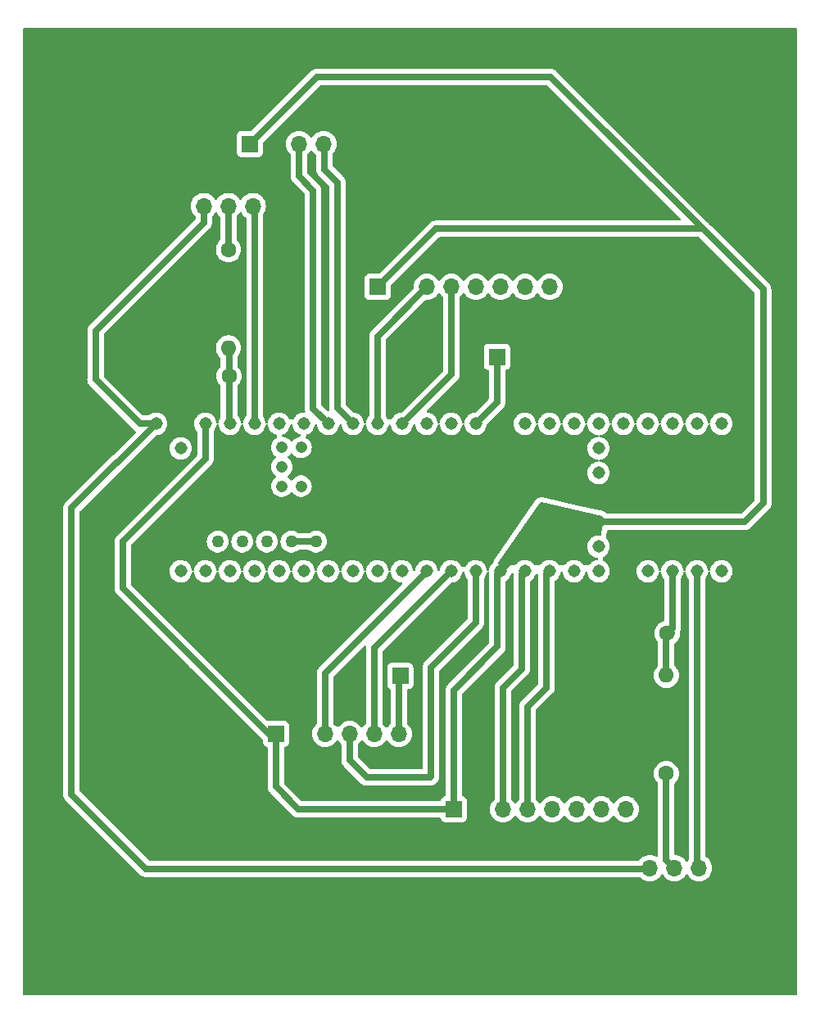
<source format=gbr>
%TF.GenerationSoftware,KiCad,Pcbnew,7.0.7*%
%TF.CreationDate,2024-12-15T19:50:06-03:00*%
%TF.ProjectId,TeensyPCB,5465656e-7379-4504-9342-2e6b69636164,rev?*%
%TF.SameCoordinates,Original*%
%TF.FileFunction,Copper,L2,Bot*%
%TF.FilePolarity,Positive*%
%FSLAX46Y46*%
G04 Gerber Fmt 4.6, Leading zero omitted, Abs format (unit mm)*
G04 Created by KiCad (PCBNEW 7.0.7) date 2024-12-15 19:50:06*
%MOMM*%
%LPD*%
G01*
G04 APERTURE LIST*
%TA.AperFunction,ComponentPad*%
%ADD10R,1.700000X1.700000*%
%TD*%
%TA.AperFunction,ComponentPad*%
%ADD11O,1.700000X1.700000*%
%TD*%
%TA.AperFunction,ComponentPad*%
%ADD12C,1.600000*%
%TD*%
%TA.AperFunction,ComponentPad*%
%ADD13O,1.600000X1.600000*%
%TD*%
%TA.AperFunction,ComponentPad*%
%ADD14C,1.308000*%
%TD*%
%TA.AperFunction,ComponentPad*%
%ADD15C,1.208000*%
%TD*%
%TA.AperFunction,ComponentPad*%
%ADD16C,1.258000*%
%TD*%
%TA.AperFunction,Conductor*%
%ADD17C,0.700000*%
%TD*%
%TA.AperFunction,Conductor*%
%ADD18C,0.250000*%
%TD*%
G04 APERTURE END LIST*
D10*
%TO.P,J4,1,Pin_1*%
%TO.N,Net-(J4-Pin_1)*%
X-1000000Y15500000D03*
%TD*%
%TO.P,J9,1,Pin_1*%
%TO.N,3V3*%
X-26540000Y37500000D03*
D11*
%TO.P,J9,2,Pin_2*%
%TO.N,GND*%
X-24000000Y37500000D03*
%TO.P,J9,3,Pin_3*%
%TO.N,Net-(J9-Pin_3)*%
X-21460000Y37500000D03*
%TO.P,J9,4,Pin_4*%
%TO.N,Net-(J9-Pin_4)*%
X-18920000Y37500000D03*
%TD*%
D10*
%TO.P,J2,1,Pin_1*%
%TO.N,Net-(J2-Pin_1)*%
X-11000000Y-17500000D03*
%TD*%
D12*
%TO.P,R6,1*%
%TO.N,Net-(U1-A9)*%
X-28701600Y13500000D03*
D13*
%TO.P,R6,2*%
%TO.N,GND*%
X-38861600Y13500000D03*
%TD*%
D12*
%TO.P,R5,1*%
%TO.N,Net-(J8-Pin_3)*%
X-28752400Y26580000D03*
D13*
%TO.P,R5,2*%
%TO.N,Net-(U1-A9)*%
X-28752400Y16420000D03*
%TD*%
D12*
%TO.P,R2,1*%
%TO.N,Net-(U1-CRX3)*%
X16580000Y-13086200D03*
D13*
%TO.P,R2,2*%
%TO.N,GND*%
X6420000Y-13086200D03*
%TD*%
D12*
%TO.P,R1,1*%
%TO.N,Net-(J3-Pin_3)*%
X16500000Y-27580000D03*
D13*
%TO.P,R1,2*%
%TO.N,Net-(U1-CRX3)*%
X16500000Y-17420000D03*
%TD*%
D10*
%TO.P,J1,1,Pin_1*%
%TO.N,3V3*%
X-13334600Y22727800D03*
D11*
%TO.P,J1,2,Pin_2*%
%TO.N,GND*%
X-10794600Y22727800D03*
%TO.P,J1,3,Pin_3*%
%TO.N,Net-(J1-Pin_3)*%
X-8254600Y22727800D03*
%TO.P,J1,4,Pin_4*%
%TO.N,Net-(J1-Pin_4)*%
X-5714600Y22727800D03*
%TO.P,J1,5,Pin_5*%
%TO.N,unconnected-(J1-Pin_5-Pad5)*%
X-3174600Y22727800D03*
%TO.P,J1,6,Pin_6*%
%TO.N,unconnected-(J1-Pin_6-Pad6)*%
X-634600Y22727800D03*
%TO.P,J1,7,Pin_7*%
%TO.N,unconnected-(J1-Pin_7-Pad7)*%
X1905400Y22727800D03*
%TO.P,J1,8,Pin_8*%
%TO.N,unconnected-(J1-Pin_8-Pad8)*%
X4445400Y22727800D03*
%TD*%
D14*
%TO.P,U1,GND1,GND*%
%TO.N,GND*%
X-36220000Y-6660000D03*
%TO.P,U1,0,RX1*%
%TO.N,unconnected-(U1-RX1-Pad0)*%
X-33680000Y-6660000D03*
%TO.P,U1,VBAT,VBAT*%
%TO.N,unconnected-(U1-PadVBAT)*%
X9500000Y-4120000D03*
%TO.P,U1,3.3V_3,3.3V*%
%TO.N,3V3*%
X9500000Y-1580000D03*
%TO.P,U1,GND4,GND*%
%TO.N,GND*%
X9500000Y960000D03*
%TO.P,U1,ON/OFF,ON/OFF*%
%TO.N,unconnected-(U1-PadON{slash}OFF)*%
X9500000Y6040000D03*
%TO.P,U1,VUSB,VUSB*%
%TO.N,unconnected-(U1-PadVUSB)*%
X-33680000Y6040000D03*
%TO.P,U1,PROGRAM,PROGRAM*%
%TO.N,unconnected-(U1-PadPROGRAM)*%
X9500000Y3500000D03*
%TO.P,U1,GND2,GND*%
%TO.N,GND*%
X-660000Y8580000D03*
D15*
%TO.P,U1,R-,R-*%
%TO.N,unconnected-(U1-PadR-)*%
X-21250000Y6130000D03*
%TO.P,U1,R+,R+*%
%TO.N,unconnected-(U1-PadR+)*%
X-23250000Y6130000D03*
%TO.P,U1,GND5,GND*%
%TO.N,GND*%
X-21250000Y4130000D03*
%TO.P,U1,T+,T+*%
%TO.N,unconnected-(U1-PadT+)*%
X-21250000Y2130000D03*
%TO.P,U1,LED,LED*%
%TO.N,unconnected-(U1-PadLED)*%
X-23250000Y4130000D03*
%TO.P,U1,T-,T-*%
%TO.N,unconnected-(U1-PadT-)*%
X-23250000Y2130000D03*
D16*
%TO.P,U1,5V,5V*%
%TO.N,unconnected-(U1-Pad5V)*%
X-29870000Y-3610000D03*
%TO.P,U1,D-,D-*%
%TO.N,unconnected-(U1-PadD-)*%
X-27330000Y-3610000D03*
%TO.P,U1,D+,D+*%
%TO.N,unconnected-(U1-PadD+)*%
X-24790000Y-3610000D03*
%TO.P,U1,USB_GND1,USB_GND*%
%TO.N,Net-(U1-USB_GND-PadUSB_GND1)*%
X-22250000Y-3610000D03*
%TO.P,U1,USB_GND2,USB_GND*%
X-19710000Y-3610000D03*
D14*
%TO.P,U1,1,TX1*%
%TO.N,unconnected-(U1-TX1-Pad1)*%
X-31140000Y-6660000D03*
%TO.P,U1,2,OUT2*%
%TO.N,unconnected-(U1-OUT2-Pad2)*%
X-28600000Y-6660000D03*
%TO.P,U1,3,LRCLK2*%
%TO.N,unconnected-(U1-LRCLK2-Pad3)*%
X-26060000Y-6660000D03*
%TO.P,U1,4,BCLK2*%
%TO.N,unconnected-(U1-BCLK2-Pad4)*%
X-23520000Y-6660000D03*
%TO.P,U1,5,IN2*%
%TO.N,unconnected-(U1-IN2-Pad5)*%
X-20980000Y-6660000D03*
%TO.P,U1,6,OUT1D*%
%TO.N,unconnected-(U1-OUT1D-Pad6)*%
X-18440000Y-6660000D03*
%TO.P,U1,7,RX2*%
%TO.N,unconnected-(U1-RX2-Pad7)*%
X-15900000Y-6660000D03*
%TO.P,U1,8,TX2*%
%TO.N,unconnected-(U1-TX2-Pad8)*%
X-13360000Y-6660000D03*
%TO.P,U1,9,OUT1C*%
%TO.N,unconnected-(U1-OUT1C-Pad9)*%
X-10820000Y-6660000D03*
%TO.P,U1,10,CS1*%
%TO.N,Net-(J5-Pin_3)*%
X-8280000Y-6660000D03*
%TO.P,U1,11,MOSI*%
%TO.N,Net-(J5-Pin_5)*%
X-5740000Y-6660000D03*
%TO.P,U1,12,MISO*%
%TO.N,Net-(J5-Pin_4)*%
X-3200000Y-6660000D03*
%TO.P,U1,3.3V_1,3.3V*%
%TO.N,3V3*%
X-660000Y-6660000D03*
%TO.P,U1,13,SCK*%
%TO.N,Net-(J4-Pin_1)*%
X-3200000Y8580000D03*
%TO.P,U1,14,A0*%
%TO.N,unconnected-(U1-A0-Pad14)*%
X-5740000Y8580000D03*
%TO.P,U1,15,A1*%
%TO.N,unconnected-(U1-A1-Pad15)*%
X-8280000Y8580000D03*
%TO.P,U1,16,A2*%
%TO.N,Net-(J1-Pin_4)*%
X-10820000Y8580000D03*
%TO.P,U1,17,A3*%
%TO.N,Net-(J1-Pin_3)*%
X-13360000Y8580000D03*
%TO.P,U1,18,A4*%
%TO.N,Net-(J9-Pin_4)*%
X-15900000Y8580000D03*
%TO.P,U1,19,A5*%
%TO.N,Net-(J9-Pin_3)*%
X-18440000Y8580000D03*
%TO.P,U1,20,A6*%
%TO.N,unconnected-(U1-A6-Pad20)*%
X-20980000Y8580000D03*
%TO.P,U1,21,A7*%
%TO.N,unconnected-(U1-A7-Pad21)*%
X-23520000Y8580000D03*
%TO.P,U1,22,A8*%
%TO.N,Net-(J8-Pin_2)*%
X-26060000Y8580000D03*
%TO.P,U1,23,A9*%
%TO.N,Net-(U1-A9)*%
X-28600000Y8580000D03*
%TO.P,U1,3.3V_2,3.3V*%
%TO.N,3V3*%
X-31140000Y8580000D03*
%TO.P,U1,GND3,GND*%
%TO.N,GND*%
X-33680000Y8580000D03*
%TO.P,U1,VIN,VIN*%
%TO.N,5V*%
X-36220000Y8580000D03*
%TO.P,U1,24,A10*%
%TO.N,Net-(J7-Pin_3)*%
X1880000Y-6660000D03*
%TO.P,U1,25,A11*%
%TO.N,Net-(J7-Pin_4)*%
X4420000Y-6660000D03*
%TO.P,U1,26,A12*%
%TO.N,unconnected-(U1-A12-Pad26)*%
X6960000Y-6660000D03*
%TO.P,U1,27,A13*%
%TO.N,unconnected-(U1-A13-Pad27)*%
X9500000Y-6660000D03*
%TO.P,U1,28,RX7*%
%TO.N,GND*%
X12040000Y-6660000D03*
%TO.P,U1,29,TX7*%
%TO.N,unconnected-(U1-TX7-Pad29)*%
X14580000Y-6660000D03*
%TO.P,U1,30,CRX3*%
%TO.N,Net-(U1-CRX3)*%
X17120000Y-6660000D03*
%TO.P,U1,31,CTX3*%
%TO.N,Net-(J3-Pin_2)*%
X19660000Y-6660000D03*
%TO.P,U1,32,OUT1B*%
%TO.N,unconnected-(U1-OUT1B-Pad32)*%
X22200000Y-6660000D03*
%TO.P,U1,33,MCLK2*%
%TO.N,unconnected-(U1-MCLK2-Pad33)*%
X22200000Y8580000D03*
%TO.P,U1,34,RX8*%
%TO.N,unconnected-(U1-RX8-Pad34)*%
X19660000Y8580000D03*
%TO.P,U1,35,TX8*%
%TO.N,unconnected-(U1-TX8-Pad35)*%
X17120000Y8580000D03*
%TO.P,U1,36,CS2*%
%TO.N,unconnected-(U1-CS2-Pad36)*%
X14580000Y8580000D03*
%TO.P,U1,37,CS3*%
%TO.N,unconnected-(U1-CS3-Pad37)*%
X12040000Y8580000D03*
%TO.P,U1,38,A14*%
%TO.N,unconnected-(U1-A14-Pad38)*%
X9500000Y8580000D03*
%TO.P,U1,39,A15*%
%TO.N,unconnected-(U1-A15-Pad39)*%
X6960000Y8580000D03*
%TO.P,U1,40,A16*%
%TO.N,unconnected-(U1-A16-Pad40)*%
X4420000Y8580000D03*
%TO.P,U1,41,A17*%
%TO.N,unconnected-(U1-A17-Pad41)*%
X1880000Y8580000D03*
%TD*%
D10*
%TO.P,J8,1,Pin_1*%
%TO.N,GND*%
X-23697800Y31084400D03*
D11*
%TO.P,J8,2,Pin_2*%
%TO.N,Net-(J8-Pin_2)*%
X-26237800Y31084400D03*
%TO.P,J8,3,Pin_3*%
%TO.N,Net-(J8-Pin_3)*%
X-28777800Y31084400D03*
%TO.P,J8,4,Pin_4*%
%TO.N,5V*%
X-31317800Y31084400D03*
%TD*%
D10*
%TO.P,J7,1,Pin_1*%
%TO.N,3V3*%
X-5460600Y-31272600D03*
D11*
%TO.P,J7,2,Pin_2*%
%TO.N,GND*%
X-2920600Y-31272600D03*
%TO.P,J7,3,Pin_3*%
%TO.N,Net-(J7-Pin_3)*%
X-380600Y-31272600D03*
%TO.P,J7,4,Pin_4*%
%TO.N,Net-(J7-Pin_4)*%
X2159400Y-31272600D03*
%TO.P,J7,5,Pin_5*%
%TO.N,unconnected-(J7-Pin_5-Pad5)*%
X4699400Y-31272600D03*
%TO.P,J7,6,Pin_6*%
%TO.N,unconnected-(J7-Pin_6-Pad6)*%
X7239400Y-31272600D03*
%TO.P,J7,7,Pin_7*%
%TO.N,unconnected-(J7-Pin_7-Pad7)*%
X9779400Y-31272600D03*
%TO.P,J7,8,Pin_8*%
%TO.N,unconnected-(J7-Pin_8-Pad8)*%
X12319400Y-31272600D03*
%TD*%
D10*
%TO.P,J5,1,Pin_1*%
%TO.N,3V3*%
X-23850200Y-23474800D03*
D11*
%TO.P,J5,2,Pin_2*%
%TO.N,GND*%
X-21310200Y-23474800D03*
%TO.P,J5,3,Pin_3*%
%TO.N,Net-(J5-Pin_3)*%
X-18770200Y-23474800D03*
%TO.P,J5,4,Pin_4*%
%TO.N,Net-(J5-Pin_4)*%
X-16230200Y-23474800D03*
%TO.P,J5,5,Pin_5*%
%TO.N,Net-(J5-Pin_5)*%
X-13690200Y-23474800D03*
%TO.P,J5,6,Pin_6*%
%TO.N,Net-(J2-Pin_1)*%
X-11150200Y-23474800D03*
%TD*%
D10*
%TO.P,J3,1,Pin_1*%
%TO.N,GND*%
X22428600Y-37343200D03*
D11*
%TO.P,J3,2,Pin_2*%
%TO.N,Net-(J3-Pin_2)*%
X19888600Y-37343200D03*
%TO.P,J3,3,Pin_3*%
%TO.N,Net-(J3-Pin_3)*%
X17348600Y-37343200D03*
%TO.P,J3,4,Pin_4*%
%TO.N,5V*%
X14808600Y-37343200D03*
%TD*%
D17*
%TO.N,Net-(J9-Pin_4)*%
X-18920000Y37500000D02*
X-18821000Y37401000D01*
X-17500000Y10180000D02*
X-15900000Y8580000D01*
X-18821000Y37401000D02*
X-18821000Y34843600D01*
X-17500000Y33522600D02*
X-17500000Y10180000D01*
X-18821000Y34843600D02*
X-17500000Y33522600D01*
%TO.N,Net-(J9-Pin_3)*%
X-21460000Y37500000D02*
X-21460000Y34155200D01*
X-20000000Y10140000D02*
X-18440000Y8580000D01*
X-21460000Y34155200D02*
X-20000000Y32695200D01*
X-20000000Y32695200D02*
X-20000000Y10140000D01*
%TO.N,Net-(J2-Pin_1)*%
X-11150200Y-23474800D02*
X-11150200Y-17650200D01*
X-11150200Y-17650200D02*
X-11000000Y-17500000D01*
%TO.N,Net-(J4-Pin_1)*%
X-1000000Y15500000D02*
X-1000000Y10780000D01*
X-1000000Y10780000D02*
X-3200000Y8580000D01*
%TO.N,3V3*%
X20498200Y28468200D02*
X4521600Y44444800D01*
X4521600Y44444800D02*
X-19595200Y44444800D01*
X-19595200Y44444800D02*
X-26540000Y37500000D01*
%TO.N,Net-(J5-Pin_3)*%
X-18770200Y-23474800D02*
X-18770200Y-17210200D01*
X-18770200Y-17210200D02*
X-8280000Y-6720000D01*
X-8280000Y-6720000D02*
X-8280000Y-6660000D01*
%TO.N,Net-(J5-Pin_5)*%
X-13690200Y-23474800D02*
X-13690200Y-14610200D01*
X-13690200Y-14610200D02*
X-5740000Y-6660000D01*
%TO.N,Net-(J1-Pin_4)*%
X-10820000Y8580000D02*
X-5714600Y13685400D01*
X-5714600Y13685400D02*
X-5714600Y22727800D01*
%TO.N,Net-(J1-Pin_3)*%
X-13360000Y8580000D02*
X-13360000Y17622400D01*
X-13360000Y17622400D02*
X-8254600Y22727800D01*
%TO.N,5V*%
X-31317800Y31084400D02*
X-31317800Y29357200D01*
X-31317800Y29357200D02*
X-42500000Y18175000D01*
X-42500000Y18175000D02*
X-42500000Y13158200D01*
X-37921800Y8580000D02*
X-36220000Y8580000D01*
X-42500000Y13158200D02*
X-37921800Y8580000D01*
%TO.N,Net-(J8-Pin_3)*%
X-28752400Y26580000D02*
X-28752400Y31059000D01*
X-28752400Y31059000D02*
X-28777800Y31084400D01*
%TO.N,Net-(U1-A9)*%
X-28701600Y13500000D02*
X-28701600Y8681600D01*
X-28701600Y8681600D02*
X-28600000Y8580000D01*
X-28701600Y13500000D02*
X-28701600Y16369200D01*
X-28701600Y16369200D02*
X-28752400Y16420000D01*
%TO.N,Net-(J3-Pin_3)*%
X17348600Y-37343200D02*
X16500000Y-36494600D01*
X16500000Y-36494600D02*
X16500000Y-27580000D01*
%TO.N,Net-(U1-CRX3)*%
X16580000Y-13086200D02*
X17120000Y-12546200D01*
X17120000Y-12546200D02*
X17120000Y-6660000D01*
X16580000Y-13086200D02*
X16500000Y-13166200D01*
X16500000Y-13166200D02*
X16500000Y-17420000D01*
D18*
X16580000Y-17340000D02*
X16500000Y-17420000D01*
D17*
%TO.N,3V3*%
X9500000Y-1580000D02*
X24562200Y-1580000D01*
X26500000Y22466400D02*
X20498200Y28468200D01*
X24562200Y-1580000D02*
X26500000Y357800D01*
X26500000Y357800D02*
X26500000Y22466400D01*
%TO.N,Net-(J5-Pin_4)*%
X-16230200Y-23474800D02*
X-16230200Y-26218000D01*
X-3200000Y-11968600D02*
X-3200000Y-6660000D01*
X-16230200Y-26218000D02*
X-14452200Y-27996000D01*
X-14452200Y-27996000D02*
X-7949800Y-27996000D01*
X-7949800Y-27996000D02*
X-7822800Y-27869000D01*
X-7822800Y-27869000D02*
X-7822800Y-16591400D01*
X-7822800Y-16591400D02*
X-3200000Y-11968600D01*
%TO.N,Net-(U1-USB_GND-PadUSB_GND1)*%
X-22250000Y-3610000D02*
X-19710000Y-3610000D01*
%TO.N,GND*%
X-23901000Y37434400D02*
X-23901000Y37536000D01*
%TO.N,3V3*%
X20498200Y28468200D02*
X20244200Y28722200D01*
X20244200Y28722200D02*
X-7340200Y28722200D01*
X-7340200Y28722200D02*
X-13334600Y22727800D01*
%TO.N,Net-(J1-Pin_4)*%
X-6070200Y22372200D02*
X-5714600Y22727800D01*
%TO.N,3V3*%
X-23850200Y-23474800D02*
X-24586800Y-23474800D01*
X-39674400Y-8387200D02*
X-39674400Y-3586600D01*
X-39674400Y-3586600D02*
X-31140000Y4947800D01*
X-24586800Y-23474800D02*
X-39674400Y-8387200D01*
X-31140000Y4947800D02*
X-31140000Y8580000D01*
X-23850200Y-23474800D02*
X-23850200Y-28935800D01*
X-23850200Y-28935800D02*
X-21513400Y-31272600D01*
X-21513400Y-31272600D02*
X-5460600Y-31272600D01*
%TO.N,5V*%
X14529200Y-37343200D02*
X14453000Y-37419400D01*
X-44983000Y-29748600D02*
X-44983000Y-132200D01*
X14453000Y-37419400D02*
X-37312200Y-37419400D01*
X-37312200Y-37419400D02*
X-44983000Y-29748600D01*
X-44983000Y-132200D02*
X-40309400Y4541400D01*
X-40309400Y4541400D02*
X-40258600Y4541400D01*
X-40258600Y4541400D02*
X-36220000Y8580000D01*
%TO.N,3V3*%
X-660000Y-6660000D02*
X4420000Y-1580000D01*
X4420000Y-1580000D02*
X9500000Y-1580000D01*
X-5460600Y-18979000D02*
X-939400Y-14457800D01*
X-5460600Y-31272600D02*
X-5460600Y-18979000D01*
X-939400Y-14457800D02*
X-939400Y-6939400D01*
X-939400Y-6939400D02*
X-660000Y-6660000D01*
%TO.N,Net-(J7-Pin_4)*%
X2159400Y-20655400D02*
X4115200Y-18699600D01*
X2159400Y-31272600D02*
X2159400Y-20655400D01*
X4115200Y-18699600D02*
X4115200Y-6964800D01*
X4115200Y-6964800D02*
X4420000Y-6660000D01*
%TO.N,Net-(J7-Pin_3)*%
X-380600Y-18699600D02*
X1549800Y-16769200D01*
X-380600Y-31272600D02*
X-380600Y-18699600D01*
X1549800Y-16769200D02*
X1549800Y-6990200D01*
X1549800Y-6990200D02*
X1880000Y-6660000D01*
%TO.N,Net-(J3-Pin_2)*%
X19660000Y-6660000D02*
X19660000Y-37114600D01*
X19660000Y-37114600D02*
X19888600Y-37343200D01*
%TO.N,Net-(J5-Pin_3)*%
X-8203800Y-6736200D02*
X-8280000Y-6660000D01*
%TO.N,Net-(J8-Pin_2)*%
X-26060000Y8580000D02*
X-26060000Y30906600D01*
X-26060000Y30906600D02*
X-26237800Y31084400D01*
%TO.N,Net-(J3-Pin_2)*%
X19685400Y-6685400D02*
X19660000Y-6660000D01*
%TO.N,Net-(U1-CRX3)*%
X16993000Y-13163200D02*
X17070000Y-13086200D01*
%TD*%
%TA.AperFunction,Conductor*%
%TO.N,GND*%
G36*
X29942539Y49479815D02*
G01*
X29988294Y49427011D01*
X29999500Y49375500D01*
X29999500Y-50375500D01*
X29979815Y-50442539D01*
X29927011Y-50488294D01*
X29875500Y-50499500D01*
X-49875500Y-50499500D01*
X-49942539Y-50479815D01*
X-49988294Y-50427011D01*
X-49999500Y-50375500D01*
X-49999500Y-29771767D01*
X-45838201Y-29771767D01*
X-45827270Y-29851992D01*
X-45818514Y-29932510D01*
X-45818513Y-29932512D01*
X-45818266Y-29933636D01*
X-45813515Y-29953907D01*
X-45813228Y-29955062D01*
X-45813227Y-29955068D01*
X-45785299Y-30031086D01*
X-45759444Y-30107821D01*
X-45759439Y-30107827D01*
X-45758920Y-30108951D01*
X-45749923Y-30127723D01*
X-45749433Y-30128712D01*
X-45749432Y-30128716D01*
X-45705815Y-30196953D01*
X-45664070Y-30266336D01*
X-45664065Y-30266340D01*
X-45664066Y-30266340D01*
X-45663360Y-30267269D01*
X-45650533Y-30283676D01*
X-45649801Y-30284586D01*
X-45649800Y-30284589D01*
X-45621170Y-30313218D01*
X-45592540Y-30341849D01*
X-45563144Y-30372881D01*
X-45536849Y-30400641D01*
X-45536842Y-30400645D01*
X-45536005Y-30401357D01*
X-45518883Y-30415504D01*
X-37939795Y-37994592D01*
X-37936415Y-37998259D01*
X-37900537Y-38040500D01*
X-37836081Y-38089497D01*
X-37772954Y-38140241D01*
X-37772951Y-38140242D01*
X-37771953Y-38140880D01*
X-37754338Y-38151806D01*
X-37753277Y-38152443D01*
X-37753264Y-38152454D01*
X-37679747Y-38186466D01*
X-37607221Y-38222436D01*
X-37607208Y-38222439D01*
X-37606086Y-38222852D01*
X-37586383Y-38229789D01*
X-37585377Y-38230127D01*
X-37585367Y-38230132D01*
X-37506273Y-38247541D01*
X-37427691Y-38267085D01*
X-37426626Y-38267230D01*
X-37405877Y-38269771D01*
X-37404697Y-38269900D01*
X-37323731Y-38269900D01*
X-37242768Y-38272093D01*
X-37242767Y-38272092D01*
X-37242764Y-38272093D01*
X-37241720Y-38272008D01*
X-37219552Y-38269900D01*
X13774042Y-38269900D01*
X13841081Y-38289585D01*
X13861723Y-38306219D01*
X13937199Y-38381695D01*
X14033984Y-38449464D01*
X14130765Y-38517232D01*
X14130767Y-38517233D01*
X14130770Y-38517235D01*
X14344937Y-38617103D01*
X14573192Y-38678263D01*
X14761518Y-38694739D01*
X14808599Y-38698859D01*
X14808600Y-38698859D01*
X14808601Y-38698859D01*
X14847834Y-38695426D01*
X15044008Y-38678263D01*
X15272263Y-38617103D01*
X15486430Y-38517235D01*
X15680001Y-38381695D01*
X15847095Y-38214601D01*
X15977024Y-38029042D01*
X16031602Y-37985417D01*
X16101100Y-37978223D01*
X16163455Y-38009746D01*
X16180175Y-38029042D01*
X16310100Y-38214595D01*
X16310105Y-38214601D01*
X16477199Y-38381695D01*
X16573984Y-38449464D01*
X16670765Y-38517232D01*
X16670767Y-38517233D01*
X16670770Y-38517235D01*
X16884937Y-38617103D01*
X17113192Y-38678263D01*
X17301518Y-38694739D01*
X17348599Y-38698859D01*
X17348600Y-38698859D01*
X17348601Y-38698859D01*
X17387834Y-38695426D01*
X17584008Y-38678263D01*
X17812263Y-38617103D01*
X18026430Y-38517235D01*
X18220001Y-38381695D01*
X18387095Y-38214601D01*
X18517024Y-38029042D01*
X18571602Y-37985417D01*
X18641100Y-37978223D01*
X18703455Y-38009746D01*
X18720175Y-38029042D01*
X18850100Y-38214595D01*
X18850105Y-38214601D01*
X19017199Y-38381695D01*
X19113984Y-38449464D01*
X19210765Y-38517232D01*
X19210767Y-38517233D01*
X19210770Y-38517235D01*
X19424937Y-38617103D01*
X19653192Y-38678263D01*
X19841518Y-38694739D01*
X19888599Y-38698859D01*
X19888600Y-38698859D01*
X19888601Y-38698859D01*
X19927834Y-38695426D01*
X20124008Y-38678263D01*
X20352263Y-38617103D01*
X20566430Y-38517235D01*
X20760001Y-38381695D01*
X20927095Y-38214601D01*
X21062635Y-38021030D01*
X21162503Y-37806863D01*
X21223663Y-37578608D01*
X21244259Y-37343200D01*
X21223663Y-37107792D01*
X21162503Y-36879537D01*
X21062635Y-36665371D01*
X20927095Y-36471799D01*
X20927094Y-36471797D01*
X20760002Y-36304706D01*
X20760001Y-36304705D01*
X20572340Y-36173303D01*
X20563376Y-36167026D01*
X20519751Y-36112449D01*
X20510500Y-36065451D01*
X20510500Y-7491071D01*
X20530185Y-7424032D01*
X20535546Y-7416344D01*
X20645781Y-7270370D01*
X20741151Y-7078840D01*
X20741151Y-7078837D01*
X20741153Y-7078835D01*
X20775639Y-6957628D01*
X20799704Y-6873048D01*
X20806529Y-6799394D01*
X20832315Y-6734457D01*
X20889116Y-6693770D01*
X20958897Y-6690250D01*
X21019503Y-6725015D01*
X21051693Y-6787028D01*
X21053471Y-6799395D01*
X21060295Y-6873047D01*
X21060296Y-6873050D01*
X21118846Y-7078835D01*
X21118849Y-7078840D01*
X21214219Y-7270370D01*
X21343159Y-7441114D01*
X21501278Y-7585258D01*
X21501283Y-7585261D01*
X21501286Y-7585263D01*
X21683186Y-7697891D01*
X21683187Y-7697891D01*
X21683190Y-7697893D01*
X21882703Y-7775185D01*
X22093020Y-7814500D01*
X22093022Y-7814500D01*
X22306978Y-7814500D01*
X22306980Y-7814500D01*
X22517297Y-7775185D01*
X22716810Y-7697893D01*
X22898722Y-7585258D01*
X23056841Y-7441114D01*
X23185781Y-7270370D01*
X23281151Y-7078840D01*
X23281151Y-7078837D01*
X23281153Y-7078835D01*
X23315639Y-6957628D01*
X23339704Y-6873048D01*
X23359446Y-6660000D01*
X23339704Y-6446952D01*
X23331200Y-6417065D01*
X23281153Y-6241164D01*
X23281150Y-6241158D01*
X23253382Y-6185392D01*
X23185781Y-6049630D01*
X23056841Y-5878886D01*
X22898722Y-5734742D01*
X22898716Y-5734738D01*
X22898713Y-5734736D01*
X22716813Y-5622108D01*
X22716807Y-5622106D01*
X22713067Y-5620657D01*
X22517297Y-5544815D01*
X22306980Y-5505500D01*
X22093020Y-5505500D01*
X21882703Y-5544815D01*
X21804224Y-5575218D01*
X21683192Y-5622106D01*
X21683186Y-5622108D01*
X21501286Y-5734736D01*
X21501283Y-5734738D01*
X21501279Y-5734740D01*
X21501278Y-5734742D01*
X21455948Y-5776066D01*
X21343158Y-5878887D01*
X21214219Y-6049629D01*
X21118849Y-6241158D01*
X21118846Y-6241164D01*
X21060296Y-6446949D01*
X21060295Y-6446952D01*
X21053471Y-6520604D01*
X21027685Y-6585542D01*
X20970884Y-6626229D01*
X20901103Y-6629749D01*
X20840497Y-6594984D01*
X20808307Y-6532971D01*
X20806529Y-6520604D01*
X20799704Y-6446952D01*
X20799703Y-6446949D01*
X20741153Y-6241164D01*
X20741150Y-6241158D01*
X20713382Y-6185392D01*
X20645781Y-6049630D01*
X20516841Y-5878886D01*
X20358722Y-5734742D01*
X20358716Y-5734738D01*
X20358713Y-5734736D01*
X20176813Y-5622108D01*
X20176807Y-5622106D01*
X20173067Y-5620657D01*
X19977297Y-5544815D01*
X19766980Y-5505500D01*
X19553020Y-5505500D01*
X19342703Y-5544815D01*
X19264224Y-5575218D01*
X19143192Y-5622106D01*
X19143186Y-5622108D01*
X18961286Y-5734736D01*
X18961283Y-5734738D01*
X18961279Y-5734740D01*
X18961278Y-5734742D01*
X18915948Y-5776066D01*
X18803158Y-5878887D01*
X18674219Y-6049629D01*
X18578849Y-6241158D01*
X18578846Y-6241164D01*
X18520296Y-6446949D01*
X18520295Y-6446952D01*
X18513471Y-6520604D01*
X18487685Y-6585542D01*
X18430884Y-6626229D01*
X18361103Y-6629749D01*
X18300497Y-6594984D01*
X18268307Y-6532971D01*
X18266529Y-6520604D01*
X18259704Y-6446952D01*
X18259703Y-6446949D01*
X18201153Y-6241164D01*
X18201150Y-6241158D01*
X18173382Y-6185392D01*
X18105781Y-6049630D01*
X17976841Y-5878886D01*
X17818722Y-5734742D01*
X17818716Y-5734738D01*
X17818713Y-5734736D01*
X17636813Y-5622108D01*
X17636807Y-5622106D01*
X17633067Y-5620657D01*
X17437297Y-5544815D01*
X17226980Y-5505500D01*
X17013020Y-5505500D01*
X16802703Y-5544815D01*
X16724224Y-5575218D01*
X16603192Y-5622106D01*
X16603186Y-5622108D01*
X16421286Y-5734736D01*
X16421283Y-5734738D01*
X16421279Y-5734740D01*
X16421278Y-5734742D01*
X16375948Y-5776066D01*
X16263158Y-5878887D01*
X16134219Y-6049629D01*
X16038849Y-6241158D01*
X16038846Y-6241164D01*
X15980296Y-6446949D01*
X15980295Y-6446952D01*
X15973471Y-6520604D01*
X15947685Y-6585542D01*
X15890884Y-6626229D01*
X15821103Y-6629749D01*
X15760497Y-6594984D01*
X15728307Y-6532971D01*
X15726529Y-6520604D01*
X15719704Y-6446952D01*
X15719703Y-6446949D01*
X15661153Y-6241164D01*
X15661150Y-6241158D01*
X15633382Y-6185392D01*
X15565781Y-6049630D01*
X15436841Y-5878886D01*
X15278722Y-5734742D01*
X15278716Y-5734738D01*
X15278713Y-5734736D01*
X15096813Y-5622108D01*
X15096807Y-5622106D01*
X15093067Y-5620657D01*
X14897297Y-5544815D01*
X14686980Y-5505500D01*
X14473020Y-5505500D01*
X14262703Y-5544815D01*
X14184224Y-5575218D01*
X14063192Y-5622106D01*
X14063186Y-5622108D01*
X13881286Y-5734736D01*
X13881283Y-5734738D01*
X13881279Y-5734740D01*
X13881278Y-5734742D01*
X13835948Y-5776066D01*
X13723158Y-5878887D01*
X13594219Y-6049629D01*
X13498849Y-6241158D01*
X13498846Y-6241164D01*
X13440296Y-6446949D01*
X13440295Y-6446952D01*
X13420554Y-6659999D01*
X13420554Y-6660000D01*
X13440295Y-6873047D01*
X13440296Y-6873050D01*
X13498846Y-7078835D01*
X13498849Y-7078840D01*
X13594219Y-7270370D01*
X13723159Y-7441114D01*
X13881278Y-7585258D01*
X13881283Y-7585261D01*
X13881286Y-7585263D01*
X14063186Y-7697891D01*
X14063187Y-7697891D01*
X14063190Y-7697893D01*
X14262703Y-7775185D01*
X14473020Y-7814500D01*
X14473022Y-7814500D01*
X14686978Y-7814500D01*
X14686980Y-7814500D01*
X14897297Y-7775185D01*
X15096810Y-7697893D01*
X15278722Y-7585258D01*
X15436841Y-7441114D01*
X15565781Y-7270370D01*
X15661151Y-7078840D01*
X15661151Y-7078837D01*
X15661153Y-7078835D01*
X15695639Y-6957628D01*
X15719704Y-6873048D01*
X15726529Y-6799394D01*
X15752315Y-6734457D01*
X15809116Y-6693770D01*
X15878897Y-6690250D01*
X15939503Y-6725015D01*
X15971693Y-6787028D01*
X15973471Y-6799395D01*
X15980295Y-6873047D01*
X15980296Y-6873050D01*
X16038846Y-7078835D01*
X16038849Y-7078841D01*
X16134219Y-7270370D01*
X16244453Y-7416344D01*
X16269145Y-7481706D01*
X16269499Y-7491071D01*
X16269499Y-11727872D01*
X16249814Y-11794911D01*
X16197010Y-11840666D01*
X16177593Y-11847647D01*
X16133509Y-11859459D01*
X16133502Y-11859461D01*
X15927267Y-11955631D01*
X15927265Y-11955632D01*
X15740858Y-12086154D01*
X15579954Y-12247058D01*
X15449432Y-12433465D01*
X15449431Y-12433467D01*
X15353261Y-12639702D01*
X15353258Y-12639711D01*
X15294366Y-12859502D01*
X15294364Y-12859513D01*
X15274532Y-13086198D01*
X15274532Y-13086201D01*
X15294364Y-13312886D01*
X15294366Y-13312897D01*
X15353258Y-13532688D01*
X15353261Y-13532697D01*
X15449431Y-13738932D01*
X15449432Y-13738934D01*
X15579953Y-13925340D01*
X15613180Y-13958566D01*
X15646666Y-14019888D01*
X15649500Y-14046248D01*
X15649499Y-16379951D01*
X15629814Y-16446991D01*
X15613181Y-16467632D01*
X15499951Y-16580862D01*
X15369432Y-16767265D01*
X15369431Y-16767267D01*
X15273261Y-16973502D01*
X15273258Y-16973511D01*
X15214366Y-17193302D01*
X15214364Y-17193313D01*
X15194532Y-17419998D01*
X15194532Y-17420001D01*
X15214364Y-17646686D01*
X15214366Y-17646697D01*
X15273258Y-17866488D01*
X15273261Y-17866497D01*
X15369431Y-18072732D01*
X15369432Y-18072734D01*
X15499954Y-18259141D01*
X15660858Y-18420045D01*
X15660861Y-18420047D01*
X15847266Y-18550568D01*
X16053504Y-18646739D01*
X16273308Y-18705635D01*
X16435230Y-18719801D01*
X16499998Y-18725468D01*
X16500000Y-18725468D01*
X16500002Y-18725468D01*
X16556672Y-18720509D01*
X16726692Y-18705635D01*
X16946496Y-18646739D01*
X17152734Y-18550568D01*
X17339139Y-18420047D01*
X17500047Y-18259139D01*
X17630568Y-18072734D01*
X17726739Y-17866496D01*
X17785635Y-17646692D01*
X17805468Y-17420000D01*
X17785635Y-17193308D01*
X17726739Y-16973504D01*
X17630568Y-16767266D01*
X17500047Y-16580861D01*
X17386818Y-16467631D01*
X17353334Y-16406308D01*
X17350500Y-16379950D01*
X17350500Y-14198858D01*
X17370185Y-14131819D01*
X17403378Y-14097282D01*
X17419139Y-14086247D01*
X17580047Y-13925339D01*
X17710568Y-13738934D01*
X17806739Y-13532696D01*
X17813916Y-13505910D01*
X17822598Y-13482919D01*
X17873036Y-13381222D01*
X17917684Y-13201695D01*
X17922693Y-13016768D01*
X17906373Y-12931722D01*
X17913070Y-12862178D01*
X17917060Y-12853268D01*
X17923036Y-12841221D01*
X17923037Y-12841218D01*
X17923445Y-12840108D01*
X17930384Y-12820398D01*
X17930727Y-12819377D01*
X17930732Y-12819367D01*
X17948141Y-12740273D01*
X17967684Y-12661695D01*
X17967683Y-12661695D01*
X17967685Y-12661691D01*
X17967830Y-12660626D01*
X17970371Y-12639877D01*
X17970500Y-12638697D01*
X17970500Y-12557731D01*
X17972693Y-12476764D01*
X17972608Y-12475720D01*
X17970500Y-12453552D01*
X17970500Y-7491071D01*
X17990185Y-7424032D01*
X17995546Y-7416344D01*
X18105781Y-7270370D01*
X18201151Y-7078840D01*
X18201151Y-7078837D01*
X18201153Y-7078835D01*
X18235639Y-6957628D01*
X18259704Y-6873048D01*
X18266529Y-6799394D01*
X18292315Y-6734457D01*
X18349116Y-6693770D01*
X18418897Y-6690250D01*
X18479503Y-6725015D01*
X18511693Y-6787028D01*
X18513471Y-6799395D01*
X18520295Y-6873047D01*
X18520296Y-6873050D01*
X18578846Y-7078835D01*
X18578849Y-7078841D01*
X18674219Y-7270370D01*
X18784454Y-7416344D01*
X18809146Y-7481705D01*
X18809500Y-7491071D01*
X18809500Y-36490692D01*
X18789815Y-36557731D01*
X18787075Y-36561815D01*
X18720175Y-36657359D01*
X18665598Y-36700984D01*
X18596100Y-36708178D01*
X18533745Y-36676655D01*
X18517025Y-36657359D01*
X18387094Y-36471797D01*
X18220002Y-36304706D01*
X18219995Y-36304701D01*
X18026434Y-36169167D01*
X18026430Y-36169165D01*
X17904802Y-36112449D01*
X17812263Y-36069297D01*
X17812259Y-36069296D01*
X17812255Y-36069294D01*
X17584013Y-36008138D01*
X17584003Y-36008136D01*
X17463692Y-35997610D01*
X17398623Y-35972157D01*
X17357645Y-35915566D01*
X17350500Y-35874082D01*
X17350500Y-28620047D01*
X17370185Y-28553008D01*
X17386813Y-28532371D01*
X17500047Y-28419139D01*
X17630568Y-28232734D01*
X17726739Y-28026496D01*
X17785635Y-27806692D01*
X17805468Y-27580000D01*
X17785635Y-27353308D01*
X17726739Y-27133504D01*
X17630568Y-26927266D01*
X17508600Y-26753076D01*
X17500045Y-26740858D01*
X17339141Y-26579954D01*
X17152734Y-26449432D01*
X17152732Y-26449431D01*
X16946497Y-26353261D01*
X16946488Y-26353258D01*
X16726697Y-26294366D01*
X16726693Y-26294365D01*
X16726692Y-26294365D01*
X16726691Y-26294364D01*
X16726686Y-26294364D01*
X16500002Y-26274532D01*
X16499998Y-26274532D01*
X16273313Y-26294364D01*
X16273302Y-26294366D01*
X16053511Y-26353258D01*
X16053502Y-26353261D01*
X15847267Y-26449431D01*
X15847265Y-26449432D01*
X15660858Y-26579954D01*
X15499954Y-26740858D01*
X15369432Y-26927265D01*
X15369431Y-26927267D01*
X15273261Y-27133502D01*
X15273258Y-27133511D01*
X15214366Y-27353302D01*
X15214364Y-27353313D01*
X15194532Y-27579998D01*
X15194532Y-27580001D01*
X15214364Y-27806686D01*
X15214366Y-27806697D01*
X15273258Y-28026488D01*
X15273261Y-28026497D01*
X15369431Y-28232732D01*
X15369432Y-28232734D01*
X15499949Y-28419134D01*
X15499954Y-28419140D01*
X15613181Y-28532367D01*
X15646666Y-28593690D01*
X15649500Y-28620048D01*
X15649500Y-36050565D01*
X15629815Y-36117604D01*
X15577011Y-36163359D01*
X15507853Y-36173303D01*
X15473095Y-36162947D01*
X15364802Y-36112449D01*
X15272263Y-36069297D01*
X15272259Y-36069296D01*
X15272255Y-36069294D01*
X15044013Y-36008138D01*
X15044003Y-36008136D01*
X14808601Y-35987541D01*
X14808599Y-35987541D01*
X14573196Y-36008136D01*
X14573186Y-36008138D01*
X14344944Y-36069294D01*
X14344935Y-36069298D01*
X14130771Y-36169164D01*
X14130769Y-36169165D01*
X13937197Y-36304705D01*
X13770105Y-36471798D01*
X13739138Y-36516024D01*
X13684561Y-36559649D01*
X13637564Y-36568900D01*
X-36908550Y-36568900D01*
X-36975589Y-36549215D01*
X-36996231Y-36532581D01*
X-44096181Y-29432630D01*
X-44129666Y-29371307D01*
X-44132500Y-29344949D01*
X-44132500Y-535850D01*
X-44112815Y-468811D01*
X-44096181Y-448169D01*
X-39872942Y3775068D01*
X-39852043Y3791868D01*
X-39810246Y3818583D01*
X-39740865Y3860328D01*
X-39740094Y3860915D01*
X-39723391Y3873972D01*
X-39722612Y3874599D01*
X-39665350Y3931859D01*
X-39606556Y3987553D01*
X-39605922Y3988299D01*
X-39591693Y4005516D01*
X-37557212Y6039999D01*
X-34839446Y6039999D01*
X-34819704Y5826952D01*
X-34819703Y5826949D01*
X-34761153Y5621164D01*
X-34761151Y5621160D01*
X-34665781Y5429630D01*
X-34536841Y5258886D01*
X-34378722Y5114742D01*
X-34378716Y5114738D01*
X-34378713Y5114736D01*
X-34196813Y5002108D01*
X-34196810Y5002107D01*
X-33997297Y4924815D01*
X-33786980Y4885500D01*
X-33786978Y4885500D01*
X-33573022Y4885500D01*
X-33573020Y4885500D01*
X-33362703Y4924815D01*
X-33236533Y4973693D01*
X-33163192Y5002106D01*
X-33163186Y5002108D01*
X-32981286Y5114736D01*
X-32981283Y5114738D01*
X-32981279Y5114740D01*
X-32981278Y5114742D01*
X-32823159Y5258886D01*
X-32823158Y5258887D01*
X-32694219Y5429629D01*
X-32598849Y5621158D01*
X-32598846Y5621164D01*
X-32540296Y5826949D01*
X-32540295Y5826952D01*
X-32520554Y6039999D01*
X-32520554Y6040000D01*
X-32540295Y6253047D01*
X-32540296Y6253050D01*
X-32598846Y6458835D01*
X-32598849Y6458841D01*
X-32694219Y6650370D01*
X-32742221Y6713935D01*
X-32823159Y6821114D01*
X-32981278Y6965258D01*
X-33061913Y7015185D01*
X-33163186Y7077891D01*
X-33163187Y7077891D01*
X-33163190Y7077893D01*
X-33362703Y7155185D01*
X-33573020Y7194500D01*
X-33786980Y7194500D01*
X-33997297Y7155185D01*
X-34196810Y7077893D01*
X-34378722Y6965258D01*
X-34536841Y6821114D01*
X-34665781Y6650370D01*
X-34761151Y6458840D01*
X-34761153Y6458835D01*
X-34819703Y6253050D01*
X-34819704Y6253047D01*
X-34839446Y6040000D01*
X-34839446Y6039999D01*
X-37557212Y6039999D01*
X-36208031Y7389181D01*
X-36146708Y7422666D01*
X-36120350Y7425500D01*
X-36113022Y7425500D01*
X-36113020Y7425500D01*
X-35902703Y7464815D01*
X-35703195Y7542105D01*
X-35703192Y7542106D01*
X-35703186Y7542108D01*
X-35521286Y7654736D01*
X-35521283Y7654738D01*
X-35521279Y7654740D01*
X-35521278Y7654742D01*
X-35363159Y7798886D01*
X-35329467Y7843501D01*
X-35234219Y7969629D01*
X-35138849Y8161158D01*
X-35138846Y8161164D01*
X-35080296Y8366949D01*
X-35080295Y8366952D01*
X-35060554Y8579999D01*
X-35060554Y8580000D01*
X-35080295Y8793047D01*
X-35080296Y8793050D01*
X-35138846Y8998835D01*
X-35138849Y8998841D01*
X-35234219Y9190370D01*
X-35248659Y9209492D01*
X-35363159Y9361114D01*
X-35521278Y9505258D01*
X-35535825Y9514265D01*
X-35703186Y9617891D01*
X-35703187Y9617891D01*
X-35703190Y9617893D01*
X-35902703Y9695185D01*
X-36113020Y9734500D01*
X-36326980Y9734500D01*
X-36537297Y9695185D01*
X-36736810Y9617893D01*
X-36918722Y9505258D01*
X-36965230Y9462860D01*
X-37028031Y9432246D01*
X-37048765Y9430500D01*
X-37518149Y9430500D01*
X-37585188Y9450185D01*
X-37605830Y9466819D01*
X-41613181Y13474170D01*
X-41646666Y13535493D01*
X-41649500Y13561851D01*
X-41649500Y17771348D01*
X-41629815Y17838387D01*
X-41613181Y17859029D01*
X-30742636Y28729574D01*
X-30738933Y28732988D01*
X-30696698Y28768864D01*
X-30647701Y28833319D01*
X-30596963Y28896438D01*
X-30596436Y28897263D01*
X-30585253Y28915293D01*
X-30584744Y28916138D01*
X-30550739Y28989639D01*
X-30514763Y29062180D01*
X-30514382Y29063217D01*
X-30507380Y29083106D01*
X-30507067Y29084033D01*
X-30489658Y29163126D01*
X-30470114Y29241713D01*
X-30469991Y29242616D01*
X-30467407Y29263716D01*
X-30467300Y29264701D01*
X-30467300Y29345668D01*
X-30465106Y29426638D01*
X-30465189Y29427647D01*
X-30467300Y29449849D01*
X-30467300Y29973641D01*
X-30447615Y30040680D01*
X-30430982Y30061322D01*
X-30279301Y30213003D01*
X-30279299Y30213006D01*
X-30149373Y30398558D01*
X-30094796Y30442183D01*
X-30025298Y30449375D01*
X-29962943Y30417853D01*
X-29946224Y30398557D01*
X-29816298Y30213003D01*
X-29816293Y30212997D01*
X-29649200Y30045904D01*
X-29647184Y30044212D01*
X-29646540Y30043244D01*
X-29645373Y30042077D01*
X-29645607Y30041842D01*
X-29608488Y29986036D01*
X-29602900Y29949231D01*
X-29602900Y27620047D01*
X-29622585Y27553008D01*
X-29639213Y27532371D01*
X-29752447Y27419139D01*
X-29882968Y27232734D01*
X-29979139Y27026496D01*
X-30038035Y26806692D01*
X-30057868Y26580000D01*
X-30038035Y26353308D01*
X-29979139Y26133504D01*
X-29882968Y25927266D01*
X-29882967Y25927265D01*
X-29752445Y25740858D01*
X-29591541Y25579954D01*
X-29405134Y25449432D01*
X-29405132Y25449431D01*
X-29198897Y25353261D01*
X-29198888Y25353258D01*
X-28979097Y25294366D01*
X-28979086Y25294364D01*
X-28752402Y25274532D01*
X-28752400Y25274532D01*
X-28752398Y25274532D01*
X-28525713Y25294364D01*
X-28525702Y25294366D01*
X-28305911Y25353258D01*
X-28305902Y25353261D01*
X-28099667Y25449431D01*
X-28099665Y25449432D01*
X-27913258Y25579954D01*
X-27752354Y25740858D01*
X-27621832Y25927265D01*
X-27621831Y25927267D01*
X-27525661Y26133502D01*
X-27525658Y26133511D01*
X-27466766Y26353302D01*
X-27466764Y26353313D01*
X-27446932Y26579998D01*
X-27446932Y26580001D01*
X-27466764Y26806686D01*
X-27466766Y26806697D01*
X-27525658Y27026488D01*
X-27525661Y27026497D01*
X-27621831Y27232732D01*
X-27621832Y27232734D01*
X-27752351Y27419137D01*
X-27752353Y27419139D01*
X-27865582Y27532368D01*
X-27899066Y27593689D01*
X-27901900Y27620048D01*
X-27901899Y29999040D01*
X-27882214Y30066080D01*
X-27865581Y30086721D01*
X-27739302Y30213001D01*
X-27609373Y30398558D01*
X-27554796Y30442183D01*
X-27485298Y30449375D01*
X-27422943Y30417853D01*
X-27406225Y30398558D01*
X-27276295Y30212999D01*
X-27109201Y30045905D01*
X-27023699Y29986036D01*
X-26963376Y29943797D01*
X-26919752Y29889220D01*
X-26910500Y29842222D01*
X-26910500Y9411067D01*
X-26930184Y9344032D01*
X-26935527Y9336369D01*
X-27045781Y9190370D01*
X-27141151Y8998840D01*
X-27141153Y8998835D01*
X-27199703Y8793050D01*
X-27199704Y8793047D01*
X-27206529Y8719395D01*
X-27232315Y8654457D01*
X-27289116Y8613770D01*
X-27358897Y8610250D01*
X-27419503Y8645015D01*
X-27451693Y8707028D01*
X-27453471Y8719395D01*
X-27460295Y8793047D01*
X-27460296Y8793050D01*
X-27518846Y8998835D01*
X-27518849Y8998841D01*
X-27614219Y9190370D01*
X-27743155Y9361109D01*
X-27743159Y9361114D01*
X-27810640Y9422630D01*
X-27846919Y9482338D01*
X-27851100Y9514265D01*
X-27851099Y12459951D01*
X-27831414Y12526990D01*
X-27814781Y12547632D01*
X-27701551Y12660862D01*
X-27571032Y12847265D01*
X-27571031Y12847267D01*
X-27474861Y13053502D01*
X-27474858Y13053511D01*
X-27415966Y13273302D01*
X-27415964Y13273313D01*
X-27396132Y13499998D01*
X-27396132Y13500001D01*
X-27415964Y13726686D01*
X-27415966Y13726697D01*
X-27474858Y13946488D01*
X-27474861Y13946497D01*
X-27571031Y14152732D01*
X-27571032Y14152734D01*
X-27701549Y14339134D01*
X-27701550Y14339135D01*
X-27701553Y14339139D01*
X-27814782Y14452367D01*
X-27848266Y14513688D01*
X-27851100Y14540047D01*
X-27851100Y15430751D01*
X-27831415Y15497790D01*
X-27814781Y15518432D01*
X-27752354Y15580858D01*
X-27621832Y15767265D01*
X-27621831Y15767267D01*
X-27525661Y15973502D01*
X-27525658Y15973511D01*
X-27466766Y16193302D01*
X-27466764Y16193313D01*
X-27446932Y16419998D01*
X-27446932Y16420001D01*
X-27466764Y16646686D01*
X-27466766Y16646697D01*
X-27525658Y16866488D01*
X-27525661Y16866497D01*
X-27621831Y17072732D01*
X-27621832Y17072734D01*
X-27752354Y17259141D01*
X-27913258Y17420045D01*
X-27960093Y17452839D01*
X-28099666Y17550568D01*
X-28305904Y17646739D01*
X-28525708Y17705635D01*
X-28687630Y17719801D01*
X-28752398Y17725468D01*
X-28752402Y17725468D01*
X-28809073Y17720509D01*
X-28979092Y17705635D01*
X-29198896Y17646739D01*
X-29405134Y17550568D01*
X-29591539Y17420047D01*
X-29752447Y17259139D01*
X-29882968Y17072734D01*
X-29979139Y16866496D01*
X-30038035Y16646692D01*
X-30042791Y16592331D01*
X-30057868Y16420001D01*
X-30057868Y16419998D01*
X-30055932Y16397873D01*
X-30038035Y16193308D01*
X-29979139Y15973504D01*
X-29882968Y15767266D01*
X-29882967Y15767265D01*
X-29752445Y15580858D01*
X-29588419Y15416832D01*
X-29554934Y15355509D01*
X-29552100Y15329151D01*
X-29552100Y14540048D01*
X-29571785Y14473009D01*
X-29588419Y14452367D01*
X-29633115Y14407671D01*
X-29701647Y14339139D01*
X-29832168Y14152734D01*
X-29928339Y13946496D01*
X-29987235Y13726692D01*
X-30007068Y13500000D01*
X-29987235Y13273308D01*
X-29942516Y13106415D01*
X-29929962Y13059559D01*
X-29928339Y13053504D01*
X-29832168Y12847266D01*
X-29791377Y12789010D01*
X-29701645Y12660858D01*
X-29588419Y12547632D01*
X-29554934Y12486309D01*
X-29552100Y12459951D01*
X-29552100Y9276531D01*
X-29571785Y9209492D01*
X-29577148Y9201802D01*
X-29585781Y9190370D01*
X-29681151Y8998840D01*
X-29681153Y8998835D01*
X-29739703Y8793050D01*
X-29739704Y8793047D01*
X-29746529Y8719395D01*
X-29772315Y8654457D01*
X-29829116Y8613770D01*
X-29898897Y8610250D01*
X-29959503Y8645015D01*
X-29991693Y8707028D01*
X-29993471Y8719395D01*
X-30000295Y8793047D01*
X-30000296Y8793050D01*
X-30058846Y8998835D01*
X-30058849Y8998841D01*
X-30154219Y9190370D01*
X-30168659Y9209492D01*
X-30283159Y9361114D01*
X-30441278Y9505258D01*
X-30455825Y9514265D01*
X-30623186Y9617891D01*
X-30623187Y9617891D01*
X-30623190Y9617893D01*
X-30822703Y9695185D01*
X-31033020Y9734500D01*
X-31246980Y9734500D01*
X-31457297Y9695185D01*
X-31656810Y9617893D01*
X-31838722Y9505258D01*
X-31996841Y9361114D01*
X-32125781Y9190370D01*
X-32221151Y8998840D01*
X-32221153Y8998835D01*
X-32279703Y8793050D01*
X-32279704Y8793047D01*
X-32299446Y8580000D01*
X-32299446Y8579999D01*
X-32279704Y8366952D01*
X-32279703Y8366949D01*
X-32221153Y8161164D01*
X-32221151Y8161160D01*
X-32125781Y7969630D01*
X-32117678Y7958900D01*
X-32015546Y7823655D01*
X-31990854Y7758293D01*
X-31990500Y7748928D01*
X-31990500Y5351450D01*
X-32010185Y5284411D01*
X-32026818Y5263769D01*
X-40249580Y-2958991D01*
X-40253260Y-2962384D01*
X-40295500Y-2998263D01*
X-40344490Y-3062708D01*
X-40395242Y-3125846D01*
X-40395811Y-3126736D01*
X-40406904Y-3144623D01*
X-40407453Y-3145534D01*
X-40407454Y-3145536D01*
X-40441460Y-3219039D01*
X-40477436Y-3291579D01*
X-40477437Y-3291584D01*
X-40477439Y-3291588D01*
X-40477858Y-3292727D01*
X-40484776Y-3312376D01*
X-40485132Y-3313434D01*
X-40502541Y-3392525D01*
X-40522084Y-3471105D01*
X-40522232Y-3472194D01*
X-40524777Y-3492975D01*
X-40524900Y-3494104D01*
X-40524900Y-3575068D01*
X-40527093Y-3656038D01*
X-40527010Y-3657047D01*
X-40524900Y-3679249D01*
X-40524900Y-8350111D01*
X-40525105Y-8355145D01*
X-40527099Y-8379647D01*
X-40529601Y-8410367D01*
X-40518670Y-8490592D01*
X-40509914Y-8571110D01*
X-40509913Y-8571112D01*
X-40509666Y-8572236D01*
X-40504915Y-8592507D01*
X-40504628Y-8593662D01*
X-40504627Y-8593668D01*
X-40476699Y-8669686D01*
X-40450844Y-8746421D01*
X-40450839Y-8746427D01*
X-40450320Y-8747551D01*
X-40441323Y-8766323D01*
X-40440833Y-8767312D01*
X-40440832Y-8767316D01*
X-40397215Y-8835553D01*
X-40355470Y-8904936D01*
X-40355465Y-8904940D01*
X-40355466Y-8904940D01*
X-40354760Y-8905869D01*
X-40341933Y-8922276D01*
X-40341201Y-8923186D01*
X-40341200Y-8923189D01*
X-40312570Y-8951818D01*
X-40283940Y-8980449D01*
X-40254544Y-9011481D01*
X-40228249Y-9039241D01*
X-40228242Y-9039245D01*
X-40227405Y-9039957D01*
X-40210283Y-9054104D01*
X-32683526Y-16580861D01*
X-25237018Y-24027369D01*
X-25203533Y-24088692D01*
X-25200698Y-24115050D01*
X-25200699Y-24372672D01*
X-25194291Y-24432283D01*
X-25143996Y-24567131D01*
X-25057746Y-24682346D01*
X-24942531Y-24768596D01*
X-24807683Y-24818891D01*
X-24807681Y-24818891D01*
X-24800138Y-24820674D01*
X-24800676Y-24822951D01*
X-24746913Y-24845208D01*
X-24707053Y-24902593D01*
X-24700700Y-24941775D01*
X-24700700Y-28898711D01*
X-24700905Y-28903745D01*
X-24702899Y-28928247D01*
X-24705401Y-28958967D01*
X-24694470Y-29039192D01*
X-24685714Y-29119710D01*
X-24685713Y-29119712D01*
X-24685466Y-29120836D01*
X-24680715Y-29141107D01*
X-24680428Y-29142262D01*
X-24680427Y-29142268D01*
X-24652499Y-29218286D01*
X-24626644Y-29295021D01*
X-24626639Y-29295027D01*
X-24626120Y-29296151D01*
X-24617123Y-29314923D01*
X-24616633Y-29315912D01*
X-24616632Y-29315916D01*
X-24573015Y-29384153D01*
X-24531270Y-29453536D01*
X-24531265Y-29453540D01*
X-24531266Y-29453540D01*
X-24530560Y-29454469D01*
X-24517733Y-29470876D01*
X-24517001Y-29471786D01*
X-24517000Y-29471789D01*
X-24488370Y-29500418D01*
X-24459740Y-29529049D01*
X-24430344Y-29560081D01*
X-24404049Y-29587841D01*
X-24404042Y-29587845D01*
X-24403205Y-29588557D01*
X-24386083Y-29602704D01*
X-22140995Y-31847792D01*
X-22137615Y-31851459D01*
X-22101737Y-31893700D01*
X-22037281Y-31942697D01*
X-21974154Y-31993441D01*
X-21974151Y-31993442D01*
X-21973153Y-31994080D01*
X-21955538Y-32005006D01*
X-21954477Y-32005643D01*
X-21954464Y-32005654D01*
X-21880947Y-32039666D01*
X-21808421Y-32075636D01*
X-21808408Y-32075639D01*
X-21807286Y-32076052D01*
X-21787583Y-32082989D01*
X-21786577Y-32083327D01*
X-21786567Y-32083332D01*
X-21707473Y-32100741D01*
X-21628891Y-32120285D01*
X-21627826Y-32120430D01*
X-21607077Y-32122971D01*
X-21605897Y-32123100D01*
X-21524931Y-32123100D01*
X-21443968Y-32125293D01*
X-21443967Y-32125292D01*
X-21443964Y-32125293D01*
X-21442920Y-32125208D01*
X-21420752Y-32123100D01*
X-6927577Y-32123100D01*
X-6860538Y-32142785D01*
X-6814783Y-32195589D01*
X-6807333Y-32222734D01*
X-6806476Y-32222532D01*
X-6804692Y-32230079D01*
X-6804691Y-32230081D01*
X-6804691Y-32230083D01*
X-6754396Y-32364931D01*
X-6668146Y-32480146D01*
X-6552931Y-32566396D01*
X-6418083Y-32616691D01*
X-6358473Y-32623100D01*
X-4562728Y-32623099D01*
X-4514357Y-32617899D01*
X-4503116Y-32616691D01*
X-4368271Y-32566397D01*
X-4368264Y-32566393D01*
X-4253055Y-32480147D01*
X-4253052Y-32480144D01*
X-4166806Y-32364935D01*
X-4166802Y-32364928D01*
X-4116508Y-32230082D01*
X-4110101Y-32170483D01*
X-4110100Y-32170464D01*
X-4110100Y-30374729D01*
X-4110101Y-30374723D01*
X-4116508Y-30315116D01*
X-4166802Y-30180271D01*
X-4166806Y-30180264D01*
X-4253052Y-30065055D01*
X-4253055Y-30065052D01*
X-4368264Y-29978806D01*
X-4368271Y-29978802D01*
X-4503117Y-29928508D01*
X-4510662Y-29926726D01*
X-4510125Y-29924453D01*
X-4563912Y-29902171D01*
X-4603757Y-29844777D01*
X-4610100Y-29805624D01*
X-4610100Y-19382651D01*
X-4590415Y-19315612D01*
X-4573781Y-19294970D01*
X-2472113Y-17193302D01*
X-364218Y-15085407D01*
X-360526Y-15082004D01*
X-318299Y-15046137D01*
X-290462Y-15009517D01*
X-269302Y-14981681D01*
X-249101Y-14956550D01*
X-218561Y-14918558D01*
X-217950Y-14917602D01*
X-206943Y-14899857D01*
X-206343Y-14898860D01*
X-172333Y-14825347D01*
X-136362Y-14752816D01*
X-135973Y-14751758D01*
X-129002Y-14731960D01*
X-128666Y-14730964D01*
X-111258Y-14651873D01*
X-91715Y-14573294D01*
X-91587Y-14572359D01*
X-89016Y-14551362D01*
X-88901Y-14550301D01*
X-88900Y-14550297D01*
X-88900Y-14469331D01*
X-86706Y-14388364D01*
X-86791Y-14387320D01*
X-88900Y-14365152D01*
X-88900Y-7733345D01*
X-69215Y-7666306D01*
X-30180Y-7627920D01*
X38722Y-7585258D01*
X196841Y-7441114D01*
X325781Y-7270370D01*
X421151Y-7078840D01*
X455639Y-6957625D01*
X492918Y-6898535D01*
X556227Y-6868977D01*
X625467Y-6878339D01*
X678653Y-6923648D01*
X698901Y-6990520D01*
X698860Y-6994920D01*
X697106Y-7059638D01*
X697189Y-7060647D01*
X699300Y-7082849D01*
X699300Y-16365549D01*
X679615Y-16432588D01*
X662981Y-16453229D01*
X-955780Y-18071991D01*
X-959460Y-18075384D01*
X-1001700Y-18111263D01*
X-1050690Y-18175708D01*
X-1101442Y-18238846D01*
X-1102011Y-18239736D01*
X-1113104Y-18257623D01*
X-1113653Y-18258534D01*
X-1113654Y-18258536D01*
X-1147660Y-18332039D01*
X-1183636Y-18404579D01*
X-1183637Y-18404584D01*
X-1183639Y-18404588D01*
X-1184058Y-18405727D01*
X-1190976Y-18425376D01*
X-1191332Y-18426434D01*
X-1208741Y-18505525D01*
X-1228284Y-18584105D01*
X-1228432Y-18585194D01*
X-1230977Y-18605975D01*
X-1231100Y-18607104D01*
X-1231100Y-18688068D01*
X-1233293Y-18769038D01*
X-1233210Y-18770047D01*
X-1231100Y-18792249D01*
X-1231100Y-30161840D01*
X-1250785Y-30228879D01*
X-1267418Y-30249521D01*
X-1419096Y-30401200D01*
X-1549024Y-30586758D01*
X-1554635Y-30594771D01*
X-1654503Y-30808937D01*
X-1715663Y-31037192D01*
X-1736259Y-31272600D01*
X-1715663Y-31508008D01*
X-1654503Y-31736263D01*
X-1554635Y-31950430D01*
X-1419095Y-32144001D01*
X-1252001Y-32311095D01*
X-1058430Y-32446635D01*
X-844263Y-32546503D01*
X-616008Y-32607663D01*
X-439566Y-32623100D01*
X-380601Y-32628259D01*
X-380600Y-32628259D01*
X-380599Y-32628259D01*
X-321634Y-32623100D01*
X-145192Y-32607663D01*
X83063Y-32546503D01*
X297230Y-32446635D01*
X490801Y-32311095D01*
X657895Y-32144001D01*
X787826Y-31958441D01*
X842402Y-31914817D01*
X911900Y-31907623D01*
X974255Y-31939146D01*
X990975Y-31958442D01*
X1120900Y-32143995D01*
X1120905Y-32144001D01*
X1287999Y-32311095D01*
X1384784Y-32378865D01*
X1481565Y-32446632D01*
X1481567Y-32446633D01*
X1481570Y-32446635D01*
X1695737Y-32546503D01*
X1923992Y-32607663D01*
X2100434Y-32623100D01*
X2159399Y-32628259D01*
X2159400Y-32628259D01*
X2159401Y-32628259D01*
X2218366Y-32623100D01*
X2394808Y-32607663D01*
X2623063Y-32546503D01*
X2837230Y-32446635D01*
X3030801Y-32311095D01*
X3197895Y-32144001D01*
X3327826Y-31958440D01*
X3382401Y-31914817D01*
X3451899Y-31907623D01*
X3514254Y-31939146D01*
X3530974Y-31958441D01*
X3564033Y-32005653D01*
X3660905Y-32144001D01*
X3827999Y-32311095D01*
X3924784Y-32378865D01*
X4021565Y-32446632D01*
X4021567Y-32446633D01*
X4021570Y-32446635D01*
X4235737Y-32546503D01*
X4463992Y-32607663D01*
X4640434Y-32623100D01*
X4699399Y-32628259D01*
X4699400Y-32628259D01*
X4699401Y-32628259D01*
X4758366Y-32623100D01*
X4934808Y-32607663D01*
X5163063Y-32546503D01*
X5377230Y-32446635D01*
X5570801Y-32311095D01*
X5737895Y-32144001D01*
X5867826Y-31958440D01*
X5922401Y-31914817D01*
X5991899Y-31907623D01*
X6054254Y-31939146D01*
X6070974Y-31958441D01*
X6104033Y-32005653D01*
X6200905Y-32144001D01*
X6367999Y-32311095D01*
X6464784Y-32378865D01*
X6561565Y-32446632D01*
X6561567Y-32446633D01*
X6561570Y-32446635D01*
X6775737Y-32546503D01*
X7003992Y-32607663D01*
X7180434Y-32623100D01*
X7239399Y-32628259D01*
X7239400Y-32628259D01*
X7239401Y-32628259D01*
X7298366Y-32623100D01*
X7474808Y-32607663D01*
X7703063Y-32546503D01*
X7917230Y-32446635D01*
X8110801Y-32311095D01*
X8277895Y-32144001D01*
X8407826Y-31958440D01*
X8462401Y-31914817D01*
X8531899Y-31907623D01*
X8594254Y-31939146D01*
X8610974Y-31958441D01*
X8644033Y-32005653D01*
X8740905Y-32144001D01*
X8907999Y-32311095D01*
X9004784Y-32378865D01*
X9101565Y-32446632D01*
X9101567Y-32446633D01*
X9101570Y-32446635D01*
X9315737Y-32546503D01*
X9543992Y-32607663D01*
X9720434Y-32623100D01*
X9779399Y-32628259D01*
X9779400Y-32628259D01*
X9779401Y-32628259D01*
X9838366Y-32623100D01*
X10014808Y-32607663D01*
X10243063Y-32546503D01*
X10457230Y-32446635D01*
X10650801Y-32311095D01*
X10817895Y-32144001D01*
X10947826Y-31958441D01*
X11002402Y-31914817D01*
X11071900Y-31907623D01*
X11134255Y-31939146D01*
X11150975Y-31958442D01*
X11280900Y-32143995D01*
X11280905Y-32144001D01*
X11447999Y-32311095D01*
X11544784Y-32378865D01*
X11641565Y-32446632D01*
X11641567Y-32446633D01*
X11641570Y-32446635D01*
X11855737Y-32546503D01*
X12083992Y-32607663D01*
X12260434Y-32623100D01*
X12319399Y-32628259D01*
X12319400Y-32628259D01*
X12319401Y-32628259D01*
X12378366Y-32623100D01*
X12554808Y-32607663D01*
X12783063Y-32546503D01*
X12997230Y-32446635D01*
X13190801Y-32311095D01*
X13357895Y-32144001D01*
X13493435Y-31950430D01*
X13593303Y-31736263D01*
X13654463Y-31508008D01*
X13675059Y-31272600D01*
X13654463Y-31037192D01*
X13593303Y-30808937D01*
X13493435Y-30594771D01*
X13487825Y-30586758D01*
X13357894Y-30401197D01*
X13190802Y-30234106D01*
X13190795Y-30234101D01*
X13183337Y-30228879D01*
X13151921Y-30206881D01*
X12997234Y-30098567D01*
X12997230Y-30098565D01*
X12997228Y-30098564D01*
X12783063Y-29998697D01*
X12783059Y-29998696D01*
X12783055Y-29998694D01*
X12554813Y-29937538D01*
X12554803Y-29937536D01*
X12319401Y-29916941D01*
X12319399Y-29916941D01*
X12083996Y-29937536D01*
X12083986Y-29937538D01*
X11855744Y-29998694D01*
X11855735Y-29998698D01*
X11641571Y-30098564D01*
X11641569Y-30098565D01*
X11447997Y-30234105D01*
X11280905Y-30401197D01*
X11150975Y-30586758D01*
X11096398Y-30630383D01*
X11026900Y-30637577D01*
X10964545Y-30606054D01*
X10947825Y-30586758D01*
X10817894Y-30401197D01*
X10650802Y-30234106D01*
X10650795Y-30234101D01*
X10643337Y-30228879D01*
X10611921Y-30206881D01*
X10457234Y-30098567D01*
X10457230Y-30098565D01*
X10457228Y-30098564D01*
X10243063Y-29998697D01*
X10243059Y-29998696D01*
X10243055Y-29998694D01*
X10014813Y-29937538D01*
X10014803Y-29937536D01*
X9779401Y-29916941D01*
X9779399Y-29916941D01*
X9543996Y-29937536D01*
X9543986Y-29937538D01*
X9315744Y-29998694D01*
X9315735Y-29998698D01*
X9101571Y-30098564D01*
X9101569Y-30098565D01*
X8907997Y-30234105D01*
X8740905Y-30401197D01*
X8610975Y-30586758D01*
X8556398Y-30630383D01*
X8486900Y-30637577D01*
X8424545Y-30606054D01*
X8407825Y-30586758D01*
X8277894Y-30401197D01*
X8110802Y-30234106D01*
X8110795Y-30234101D01*
X8103337Y-30228879D01*
X8071921Y-30206881D01*
X7917234Y-30098567D01*
X7917230Y-30098565D01*
X7917228Y-30098564D01*
X7703063Y-29998697D01*
X7703059Y-29998696D01*
X7703055Y-29998694D01*
X7474813Y-29937538D01*
X7474803Y-29937536D01*
X7239401Y-29916941D01*
X7239399Y-29916941D01*
X7003996Y-29937536D01*
X7003986Y-29937538D01*
X6775744Y-29998694D01*
X6775735Y-29998698D01*
X6561571Y-30098564D01*
X6561569Y-30098565D01*
X6367997Y-30234105D01*
X6200905Y-30401197D01*
X6070975Y-30586758D01*
X6016398Y-30630383D01*
X5946900Y-30637577D01*
X5884545Y-30606054D01*
X5867825Y-30586758D01*
X5737894Y-30401197D01*
X5570802Y-30234106D01*
X5570795Y-30234101D01*
X5563337Y-30228879D01*
X5531921Y-30206881D01*
X5377234Y-30098567D01*
X5377230Y-30098565D01*
X5377230Y-30098564D01*
X5163063Y-29998697D01*
X5163059Y-29998696D01*
X5163055Y-29998694D01*
X4934813Y-29937538D01*
X4934803Y-29937536D01*
X4699401Y-29916941D01*
X4699399Y-29916941D01*
X4463996Y-29937536D01*
X4463986Y-29937538D01*
X4235744Y-29998694D01*
X4235735Y-29998698D01*
X4021571Y-30098564D01*
X4021569Y-30098565D01*
X3827997Y-30234105D01*
X3660908Y-30401194D01*
X3530974Y-30586759D01*
X3476397Y-30630384D01*
X3406898Y-30637576D01*
X3344544Y-30606054D01*
X3327824Y-30586758D01*
X3197893Y-30401196D01*
X3046219Y-30249522D01*
X3012734Y-30188199D01*
X3009900Y-30161841D01*
X3009900Y-21059049D01*
X3029585Y-20992010D01*
X3046214Y-20971373D01*
X4690385Y-19327201D01*
X4694054Y-19323819D01*
X4736300Y-19287937D01*
X4785298Y-19223480D01*
X4836042Y-19160354D01*
X4836050Y-19160337D01*
X4836662Y-19159382D01*
X4847600Y-19141748D01*
X4848244Y-19140676D01*
X4848254Y-19140664D01*
X4882252Y-19067177D01*
X4918237Y-18994621D01*
X4918239Y-18994612D01*
X4918653Y-18993483D01*
X4925554Y-18973886D01*
X4925927Y-18972777D01*
X4925932Y-18972767D01*
X4943339Y-18893683D01*
X4962884Y-18815094D01*
X4962884Y-18815092D01*
X4963033Y-18814000D01*
X4965571Y-18793277D01*
X4965700Y-18792097D01*
X4965700Y-18711130D01*
X4967893Y-18630163D01*
X4967808Y-18629120D01*
X4965700Y-18606952D01*
X4965700Y-7749072D01*
X4985385Y-7682033D01*
X5024422Y-7643645D01*
X5118722Y-7585258D01*
X5276841Y-7441114D01*
X5405781Y-7270370D01*
X5501151Y-7078840D01*
X5501151Y-7078837D01*
X5501153Y-7078835D01*
X5535639Y-6957628D01*
X5559704Y-6873048D01*
X5566529Y-6799394D01*
X5592315Y-6734457D01*
X5649116Y-6693770D01*
X5718897Y-6690250D01*
X5779503Y-6725015D01*
X5811693Y-6787028D01*
X5813471Y-6799395D01*
X5820295Y-6873047D01*
X5820296Y-6873050D01*
X5878846Y-7078835D01*
X5878849Y-7078840D01*
X5974219Y-7270370D01*
X6103159Y-7441114D01*
X6261278Y-7585258D01*
X6261283Y-7585261D01*
X6261286Y-7585263D01*
X6443186Y-7697891D01*
X6443187Y-7697891D01*
X6443190Y-7697893D01*
X6642703Y-7775185D01*
X6853020Y-7814500D01*
X6853022Y-7814500D01*
X7066978Y-7814500D01*
X7066980Y-7814500D01*
X7277297Y-7775185D01*
X7476810Y-7697893D01*
X7658722Y-7585258D01*
X7816841Y-7441114D01*
X7945781Y-7270370D01*
X8041151Y-7078840D01*
X8041151Y-7078837D01*
X8041153Y-7078835D01*
X8075639Y-6957628D01*
X8099704Y-6873048D01*
X8106529Y-6799394D01*
X8132315Y-6734457D01*
X8189116Y-6693770D01*
X8258897Y-6690250D01*
X8319503Y-6725015D01*
X8351693Y-6787028D01*
X8353471Y-6799395D01*
X8360295Y-6873047D01*
X8360296Y-6873050D01*
X8418846Y-7078835D01*
X8418849Y-7078840D01*
X8514219Y-7270370D01*
X8643159Y-7441114D01*
X8801278Y-7585258D01*
X8801283Y-7585261D01*
X8801286Y-7585263D01*
X8983186Y-7697891D01*
X8983187Y-7697891D01*
X8983190Y-7697893D01*
X9182703Y-7775185D01*
X9393020Y-7814500D01*
X9393022Y-7814500D01*
X9606978Y-7814500D01*
X9606980Y-7814500D01*
X9817297Y-7775185D01*
X10016810Y-7697893D01*
X10198722Y-7585258D01*
X10356841Y-7441114D01*
X10485781Y-7270370D01*
X10581151Y-7078840D01*
X10581151Y-7078837D01*
X10581153Y-7078835D01*
X10615639Y-6957628D01*
X10639704Y-6873048D01*
X10659446Y-6660000D01*
X10639704Y-6446952D01*
X10631200Y-6417065D01*
X10581153Y-6241164D01*
X10581150Y-6241158D01*
X10553382Y-6185392D01*
X10485781Y-6049630D01*
X10356841Y-5878886D01*
X10198722Y-5734742D01*
X10198716Y-5734738D01*
X10198713Y-5734736D01*
X10011936Y-5619089D01*
X10012736Y-5617796D01*
X9966821Y-5575218D01*
X9949406Y-5507553D01*
X9951448Y-5488944D01*
X9958518Y-5451126D01*
X9961452Y-5381319D01*
X9951216Y-5280119D01*
X9964055Y-5211443D01*
X10011987Y-5160607D01*
X10015448Y-5158735D01*
X10016804Y-5157895D01*
X10016810Y-5157893D01*
X10198722Y-5045258D01*
X10356841Y-4901114D01*
X10485781Y-4730370D01*
X10581151Y-4538840D01*
X10581151Y-4538837D01*
X10581153Y-4538835D01*
X10627995Y-4374201D01*
X10639704Y-4333048D01*
X10659446Y-4120000D01*
X10639704Y-3906952D01*
X10631200Y-3877065D01*
X10581153Y-3701164D01*
X10581150Y-3701158D01*
X10570241Y-3679249D01*
X10485781Y-3509630D01*
X10356841Y-3338886D01*
X10356839Y-3338883D01*
X10282019Y-3270676D01*
X10245737Y-3210965D01*
X10247498Y-3141117D01*
X10254269Y-3124348D01*
X10255455Y-3121931D01*
X10255467Y-3121912D01*
X10281725Y-3057164D01*
X10281726Y-3057161D01*
X10316271Y-2917489D01*
X10353803Y-2542161D01*
X10380062Y-2477413D01*
X10437157Y-2437140D01*
X10477189Y-2430500D01*
X24525113Y-2430500D01*
X24530148Y-2430705D01*
X24549762Y-2432301D01*
X24585367Y-2435201D01*
X24665592Y-2424270D01*
X24746110Y-2415514D01*
X24746114Y-2415512D01*
X24747236Y-2415266D01*
X24767507Y-2410515D01*
X24768662Y-2410228D01*
X24768662Y-2410227D01*
X24768668Y-2410227D01*
X24844686Y-2382299D01*
X24921421Y-2356444D01*
X24921427Y-2356439D01*
X24922551Y-2355920D01*
X24941323Y-2346923D01*
X24942312Y-2346433D01*
X24942316Y-2346432D01*
X25010553Y-2302815D01*
X25079936Y-2261070D01*
X25079941Y-2261065D01*
X25080869Y-2260360D01*
X25097276Y-2247533D01*
X25098186Y-2246802D01*
X25098186Y-2246801D01*
X25098189Y-2246800D01*
X25126818Y-2218170D01*
X25155449Y-2189540D01*
X25186481Y-2160144D01*
X25214241Y-2133849D01*
X25214245Y-2133842D01*
X25214957Y-2133005D01*
X25229104Y-2115883D01*
X27075192Y-269795D01*
X27078859Y-266415D01*
X27121100Y-230537D01*
X27145594Y-198314D01*
X27170090Y-166092D01*
X27188505Y-143181D01*
X27220842Y-102954D01*
X27220845Y-102947D01*
X27221451Y-101999D01*
X27232449Y-84269D01*
X27233051Y-83268D01*
X27233051Y-83267D01*
X27233054Y-83264D01*
X27267060Y-9760D01*
X27303036Y62779D01*
X27303038Y62783D01*
X27303452Y63910D01*
X27310376Y83576D01*
X27310732Y84634D01*
X27328141Y163725D01*
X27347684Y242305D01*
X27347832Y243394D01*
X27350377Y264175D01*
X27350500Y265304D01*
X27350500Y346268D01*
X27352693Y427238D01*
X27352610Y428247D01*
X27350500Y450449D01*
X27350500Y22429311D01*
X27350705Y22434345D01*
X27352699Y22458847D01*
X27355201Y22489567D01*
X27344270Y22569792D01*
X27335514Y22650310D01*
X27335512Y22650314D01*
X27335266Y22651436D01*
X27330515Y22671707D01*
X27330228Y22672862D01*
X27330227Y22672862D01*
X27330227Y22672868D01*
X27302299Y22748886D01*
X27276444Y22825621D01*
X27276439Y22825627D01*
X27275920Y22826751D01*
X27266923Y22845523D01*
X27266433Y22846512D01*
X27266432Y22846516D01*
X27222815Y22914753D01*
X27181070Y22984136D01*
X27181065Y22984141D01*
X27180360Y22985069D01*
X27167533Y23001476D01*
X27166802Y23002386D01*
X27166801Y23002386D01*
X27166800Y23002389D01*
X27138170Y23031018D01*
X27109540Y23059649D01*
X27080144Y23090681D01*
X27053849Y23118441D01*
X27053842Y23118445D01*
X27053005Y23119157D01*
X27035883Y23133304D01*
X21066988Y29102201D01*
X21066985Y29102202D01*
X21059926Y29109262D01*
X21059919Y29109267D01*
X20871809Y29297378D01*
X20868416Y29301059D01*
X20832537Y29343300D01*
X20808146Y29361840D01*
X20801850Y29367336D01*
X5149195Y45019992D01*
X5145815Y45023659D01*
X5109937Y45065900D01*
X5077714Y45090395D01*
X5045492Y45114890D01*
X5022581Y45133305D01*
X4982354Y45165642D01*
X4982347Y45165645D01*
X4981399Y45166251D01*
X4963669Y45177249D01*
X4962669Y45177851D01*
X4962666Y45177852D01*
X4962664Y45177854D01*
X4889160Y45211860D01*
X4816621Y45247836D01*
X4816614Y45247837D01*
X4815535Y45248234D01*
X4795783Y45255189D01*
X4794777Y45255527D01*
X4794767Y45255532D01*
X4715673Y45272941D01*
X4637095Y45292484D01*
X4637091Y45292485D01*
X4636026Y45292630D01*
X4615277Y45295171D01*
X4614097Y45295300D01*
X4533131Y45295300D01*
X4452168Y45297493D01*
X4452167Y45297492D01*
X4452164Y45297493D01*
X4451120Y45297408D01*
X4428952Y45295300D01*
X-19558113Y45295300D01*
X-19563148Y45295505D01*
X-19582762Y45297101D01*
X-19618367Y45300001D01*
X-19698592Y45289070D01*
X-19779110Y45280314D01*
X-19779114Y45280312D01*
X-19780236Y45280066D01*
X-19800507Y45275315D01*
X-19801662Y45275028D01*
X-19801662Y45275027D01*
X-19801668Y45275027D01*
X-19877686Y45247099D01*
X-19954421Y45221244D01*
X-19954427Y45221239D01*
X-19955551Y45220720D01*
X-19974323Y45211723D01*
X-19975311Y45211233D01*
X-19975316Y45211232D01*
X-20043541Y45167622D01*
X-20112936Y45125870D01*
X-20112938Y45125867D01*
X-20113817Y45125200D01*
X-20130280Y45112329D01*
X-20131186Y45111601D01*
X-20131189Y45111599D01*
X-20159808Y45082978D01*
X-20188430Y45054358D01*
X-20218631Y45025748D01*
X-20247241Y44998649D01*
X-20247244Y44998643D01*
X-20247980Y44997779D01*
X-20262108Y44980678D01*
X-26320175Y38922612D01*
X-26355970Y38886818D01*
X-26417293Y38853333D01*
X-26443651Y38850499D01*
X-27437872Y38850499D01*
X-27497483Y38844091D01*
X-27632331Y38793796D01*
X-27747546Y38707546D01*
X-27833796Y38592331D01*
X-27884091Y38457483D01*
X-27890500Y38397873D01*
X-27890499Y36602128D01*
X-27887682Y36575920D01*
X-27884091Y36542516D01*
X-27833797Y36407671D01*
X-27833793Y36407664D01*
X-27747547Y36292455D01*
X-27747544Y36292452D01*
X-27632335Y36206206D01*
X-27632328Y36206202D01*
X-27497482Y36155908D01*
X-27497483Y36155908D01*
X-27437883Y36149501D01*
X-27437881Y36149500D01*
X-27437873Y36149500D01*
X-27437864Y36149500D01*
X-25642129Y36149500D01*
X-25642123Y36149501D01*
X-25582516Y36155908D01*
X-25447671Y36206202D01*
X-25447664Y36206206D01*
X-25332455Y36292452D01*
X-25332452Y36292455D01*
X-25246206Y36407664D01*
X-25246202Y36407671D01*
X-25195908Y36542517D01*
X-25189501Y36602116D01*
X-25189499Y36602135D01*
X-25189499Y37596348D01*
X-25169814Y37663388D01*
X-25153180Y37684029D01*
X-19279230Y43557981D01*
X-19217907Y43591466D01*
X-19191549Y43594300D01*
X4117949Y43594300D01*
X4184988Y43574615D01*
X4205630Y43557981D01*
X17979230Y29784381D01*
X18012715Y29723058D01*
X18007731Y29653366D01*
X17965859Y29597433D01*
X17900395Y29573016D01*
X17891549Y29572700D01*
X-7303113Y29572700D01*
X-7308148Y29572905D01*
X-7327762Y29574501D01*
X-7363367Y29577401D01*
X-7443592Y29566470D01*
X-7524110Y29557714D01*
X-7524114Y29557712D01*
X-7525236Y29557466D01*
X-7545507Y29552715D01*
X-7546662Y29552428D01*
X-7546662Y29552427D01*
X-7546668Y29552427D01*
X-7622686Y29524499D01*
X-7699421Y29498644D01*
X-7699427Y29498639D01*
X-7700551Y29498120D01*
X-7719323Y29489123D01*
X-7720312Y29488633D01*
X-7720316Y29488632D01*
X-7788553Y29445015D01*
X-7857936Y29403270D01*
X-7857940Y29403266D01*
X-7858869Y29402560D01*
X-7875276Y29389733D01*
X-7876186Y29389002D01*
X-7876189Y29389000D01*
X-7904818Y29360370D01*
X-7933449Y29331740D01*
X-7964481Y29302344D01*
X-7992241Y29276049D01*
X-7992245Y29276042D01*
X-7992957Y29275205D01*
X-8007104Y29258083D01*
X-10685187Y26580001D01*
X-13150570Y24114618D01*
X-13211893Y24081133D01*
X-13238251Y24078299D01*
X-14232472Y24078299D01*
X-14292083Y24071891D01*
X-14426931Y24021596D01*
X-14542146Y23935346D01*
X-14628396Y23820131D01*
X-14678691Y23685283D01*
X-14685100Y23625673D01*
X-14685099Y21829928D01*
X-14679899Y21781557D01*
X-14678691Y21770316D01*
X-14628397Y21635471D01*
X-14628393Y21635464D01*
X-14542147Y21520255D01*
X-14542144Y21520252D01*
X-14426935Y21434006D01*
X-14426928Y21434002D01*
X-14292082Y21383708D01*
X-14292083Y21383708D01*
X-14232483Y21377301D01*
X-14232481Y21377300D01*
X-14232473Y21377300D01*
X-14232464Y21377300D01*
X-12436729Y21377300D01*
X-12436723Y21377301D01*
X-12377116Y21383708D01*
X-12242271Y21434002D01*
X-12242264Y21434006D01*
X-12127055Y21520252D01*
X-12127052Y21520255D01*
X-12040806Y21635464D01*
X-12040802Y21635471D01*
X-11990508Y21770317D01*
X-11984101Y21829916D01*
X-11984100Y21829919D01*
X-11984100Y21829927D01*
X-11984100Y22824148D01*
X-11964415Y22891187D01*
X-11947781Y22911829D01*
X-7024231Y27835381D01*
X-6962908Y27868866D01*
X-6936550Y27871700D01*
X19840549Y27871700D01*
X19907588Y27852015D01*
X19928230Y27835381D01*
X25613181Y22150429D01*
X25646666Y22089106D01*
X25649500Y22062748D01*
X25649500Y761450D01*
X25629815Y694411D01*
X25613185Y673774D01*
X24929651Y-9760D01*
X24246230Y-693181D01*
X24184907Y-726666D01*
X24158549Y-729500D01*
X10432509Y-729500D01*
X10365470Y-709815D01*
X10332314Y-678555D01*
X10316455Y-656804D01*
X10316453Y-656803D01*
X10316453Y-656802D01*
X10202368Y-569132D01*
X10143203Y-535850D01*
X10141470Y-534875D01*
X10080740Y-511349D01*
X10007303Y-482899D01*
X7258090Y151534D01*
X3689465Y975062D01*
X3677242Y977563D01*
X3672348Y978501D01*
X3665010Y979908D01*
X3521215Y984851D01*
X3464031Y978625D01*
X3451763Y977290D01*
X3451758Y977289D01*
X3451756Y977289D01*
X3451748Y977288D01*
X3312386Y941516D01*
X3188746Y867930D01*
X3134402Y824015D01*
X3134401Y824014D01*
X3036505Y718581D01*
X3036504Y718579D01*
X-1272473Y-5505500D01*
X-1280907Y-5517682D01*
X-1335814Y-5620657D01*
X-1356599Y-5673590D01*
X-1356600Y-5673593D01*
X-1367887Y-5716284D01*
X-1404052Y-5776066D01*
X-1516841Y-5878886D01*
X-1645781Y-6049630D01*
X-1713382Y-6185392D01*
X-1741150Y-6241158D01*
X-1741153Y-6241164D01*
X-1799703Y-6446949D01*
X-1799704Y-6446952D01*
X-1806529Y-6520604D01*
X-1832315Y-6585542D01*
X-1889116Y-6626229D01*
X-1958897Y-6629749D01*
X-2019503Y-6594984D01*
X-2051693Y-6532971D01*
X-2053471Y-6520604D01*
X-2060295Y-6446952D01*
X-2060296Y-6446949D01*
X-2118846Y-6241164D01*
X-2118849Y-6241158D01*
X-2214219Y-6049629D01*
X-2343158Y-5878887D01*
X-2455948Y-5776066D01*
X-2501278Y-5734742D01*
X-2501279Y-5734740D01*
X-2501283Y-5734738D01*
X-2501286Y-5734736D01*
X-2683186Y-5622108D01*
X-2683192Y-5622106D01*
X-2804224Y-5575218D01*
X-2882703Y-5544815D01*
X-3093020Y-5505500D01*
X-3306980Y-5505500D01*
X-3517297Y-5544815D01*
X-3713067Y-5620657D01*
X-3716807Y-5622106D01*
X-3716813Y-5622108D01*
X-3898713Y-5734736D01*
X-3898716Y-5734738D01*
X-3898722Y-5734742D01*
X-4056841Y-5878886D01*
X-4185781Y-6049630D01*
X-4224921Y-6128236D01*
X-4272424Y-6179474D01*
X-4340086Y-6196896D01*
X-4347362Y-6196437D01*
X-4466563Y-6185392D01*
X-4466581Y-6185391D01*
X-4536350Y-6188911D01*
X-4578980Y-6197251D01*
X-4648552Y-6190803D01*
X-4703593Y-6147766D01*
X-4713786Y-6130830D01*
X-4754219Y-6049629D01*
X-4883158Y-5878887D01*
X-4995948Y-5776066D01*
X-5041278Y-5734742D01*
X-5041279Y-5734740D01*
X-5041283Y-5734738D01*
X-5041286Y-5734736D01*
X-5223186Y-5622108D01*
X-5223192Y-5622106D01*
X-5344224Y-5575218D01*
X-5422703Y-5544815D01*
X-5633020Y-5505500D01*
X-5846980Y-5505500D01*
X-6057297Y-5544815D01*
X-6253067Y-5620657D01*
X-6256807Y-5622106D01*
X-6256813Y-5622108D01*
X-6438713Y-5734736D01*
X-6438716Y-5734738D01*
X-6438722Y-5734742D01*
X-6596841Y-5878886D01*
X-6725781Y-6049630D01*
X-6793382Y-6185392D01*
X-6821150Y-6241158D01*
X-6821153Y-6241164D01*
X-6871200Y-6417065D01*
X-6879704Y-6446952D01*
X-6886528Y-6520606D01*
X-6912313Y-6585541D01*
X-6969113Y-6626230D01*
X-7038894Y-6629750D01*
X-7099501Y-6594986D01*
X-7131692Y-6532973D01*
X-7133470Y-6520607D01*
X-7140296Y-6446951D01*
X-7140296Y-6446949D01*
X-7198846Y-6241164D01*
X-7198849Y-6241158D01*
X-7294219Y-6049629D01*
X-7423158Y-5878887D01*
X-7535948Y-5776066D01*
X-7581278Y-5734742D01*
X-7581279Y-5734740D01*
X-7581283Y-5734738D01*
X-7581286Y-5734736D01*
X-7763186Y-5622108D01*
X-7763192Y-5622106D01*
X-7884224Y-5575218D01*
X-7962703Y-5544815D01*
X-8173020Y-5505500D01*
X-8386980Y-5505500D01*
X-8597297Y-5544815D01*
X-8793067Y-5620657D01*
X-8796807Y-5622106D01*
X-8796813Y-5622108D01*
X-8978713Y-5734736D01*
X-8978716Y-5734738D01*
X-8978722Y-5734742D01*
X-9136841Y-5878886D01*
X-9265781Y-6049630D01*
X-9333382Y-6185392D01*
X-9361150Y-6241158D01*
X-9361153Y-6241164D01*
X-9411200Y-6417065D01*
X-9419704Y-6446952D01*
X-9426529Y-6520605D01*
X-9452313Y-6585540D01*
X-9509113Y-6626229D01*
X-9578894Y-6629749D01*
X-9639501Y-6594985D01*
X-9671692Y-6532972D01*
X-9673470Y-6520606D01*
X-9680296Y-6446951D01*
X-9680296Y-6446949D01*
X-9738846Y-6241164D01*
X-9738849Y-6241158D01*
X-9834219Y-6049629D01*
X-9963158Y-5878887D01*
X-10075948Y-5776066D01*
X-10121278Y-5734742D01*
X-10121279Y-5734740D01*
X-10121283Y-5734738D01*
X-10121286Y-5734736D01*
X-10303186Y-5622108D01*
X-10303192Y-5622106D01*
X-10424224Y-5575218D01*
X-10502703Y-5544815D01*
X-10713020Y-5505500D01*
X-10926980Y-5505500D01*
X-11137297Y-5544815D01*
X-11333067Y-5620657D01*
X-11336807Y-5622106D01*
X-11336813Y-5622108D01*
X-11518713Y-5734736D01*
X-11518716Y-5734738D01*
X-11518722Y-5734742D01*
X-11676841Y-5878886D01*
X-11805781Y-6049630D01*
X-11873382Y-6185392D01*
X-11901150Y-6241158D01*
X-11901153Y-6241164D01*
X-11959703Y-6446949D01*
X-11959704Y-6446952D01*
X-11966529Y-6520604D01*
X-11992315Y-6585542D01*
X-12049116Y-6626229D01*
X-12118897Y-6629749D01*
X-12179503Y-6594984D01*
X-12211693Y-6532971D01*
X-12213471Y-6520604D01*
X-12220295Y-6446952D01*
X-12220296Y-6446949D01*
X-12278846Y-6241164D01*
X-12278849Y-6241158D01*
X-12374219Y-6049629D01*
X-12503158Y-5878887D01*
X-12615948Y-5776066D01*
X-12661278Y-5734742D01*
X-12661279Y-5734740D01*
X-12661283Y-5734738D01*
X-12661286Y-5734736D01*
X-12843186Y-5622108D01*
X-12843192Y-5622106D01*
X-12964224Y-5575218D01*
X-13042703Y-5544815D01*
X-13253020Y-5505500D01*
X-13466980Y-5505500D01*
X-13677297Y-5544815D01*
X-13873067Y-5620657D01*
X-13876807Y-5622106D01*
X-13876813Y-5622108D01*
X-14058713Y-5734736D01*
X-14058716Y-5734738D01*
X-14058722Y-5734742D01*
X-14216841Y-5878886D01*
X-14345781Y-6049630D01*
X-14413382Y-6185392D01*
X-14441150Y-6241158D01*
X-14441153Y-6241164D01*
X-14499703Y-6446949D01*
X-14499704Y-6446952D01*
X-14506529Y-6520604D01*
X-14532315Y-6585542D01*
X-14589116Y-6626229D01*
X-14658897Y-6629749D01*
X-14719503Y-6594984D01*
X-14751693Y-6532971D01*
X-14753471Y-6520604D01*
X-14760295Y-6446952D01*
X-14760296Y-6446949D01*
X-14818846Y-6241164D01*
X-14818849Y-6241158D01*
X-14914219Y-6049629D01*
X-15043158Y-5878887D01*
X-15155948Y-5776066D01*
X-15201278Y-5734742D01*
X-15201279Y-5734740D01*
X-15201283Y-5734738D01*
X-15201286Y-5734736D01*
X-15383186Y-5622108D01*
X-15383192Y-5622106D01*
X-15504224Y-5575218D01*
X-15582703Y-5544815D01*
X-15793020Y-5505500D01*
X-16006980Y-5505500D01*
X-16217297Y-5544815D01*
X-16413067Y-5620657D01*
X-16416807Y-5622106D01*
X-16416813Y-5622108D01*
X-16598713Y-5734736D01*
X-16598716Y-5734738D01*
X-16598722Y-5734742D01*
X-16756841Y-5878886D01*
X-16885781Y-6049630D01*
X-16953382Y-6185392D01*
X-16981150Y-6241158D01*
X-16981153Y-6241164D01*
X-17039703Y-6446949D01*
X-17039704Y-6446952D01*
X-17046529Y-6520604D01*
X-17072315Y-6585542D01*
X-17129116Y-6626229D01*
X-17198897Y-6629749D01*
X-17259503Y-6594984D01*
X-17291693Y-6532971D01*
X-17293471Y-6520604D01*
X-17300295Y-6446952D01*
X-17300296Y-6446949D01*
X-17358846Y-6241164D01*
X-17358849Y-6241158D01*
X-17454219Y-6049629D01*
X-17583158Y-5878887D01*
X-17695948Y-5776066D01*
X-17741278Y-5734742D01*
X-17741279Y-5734740D01*
X-17741283Y-5734738D01*
X-17741286Y-5734736D01*
X-17923186Y-5622108D01*
X-17923192Y-5622106D01*
X-18044224Y-5575218D01*
X-18122703Y-5544815D01*
X-18333020Y-5505500D01*
X-18546980Y-5505500D01*
X-18757297Y-5544815D01*
X-18953067Y-5620657D01*
X-18956807Y-5622106D01*
X-18956813Y-5622108D01*
X-19138713Y-5734736D01*
X-19138716Y-5734738D01*
X-19138722Y-5734742D01*
X-19296841Y-5878886D01*
X-19425781Y-6049630D01*
X-19493382Y-6185392D01*
X-19521150Y-6241158D01*
X-19521153Y-6241164D01*
X-19579703Y-6446949D01*
X-19579704Y-6446952D01*
X-19586529Y-6520604D01*
X-19612315Y-6585542D01*
X-19669116Y-6626229D01*
X-19738897Y-6629749D01*
X-19799503Y-6594984D01*
X-19831693Y-6532971D01*
X-19833471Y-6520604D01*
X-19840295Y-6446952D01*
X-19840296Y-6446949D01*
X-19898846Y-6241164D01*
X-19898849Y-6241158D01*
X-19994219Y-6049629D01*
X-20123158Y-5878887D01*
X-20235948Y-5776066D01*
X-20281278Y-5734742D01*
X-20281279Y-5734740D01*
X-20281283Y-5734738D01*
X-20281286Y-5734736D01*
X-20463186Y-5622108D01*
X-20463192Y-5622106D01*
X-20584224Y-5575218D01*
X-20662703Y-5544815D01*
X-20873020Y-5505500D01*
X-21086980Y-5505500D01*
X-21297297Y-5544815D01*
X-21493067Y-5620657D01*
X-21496807Y-5622106D01*
X-21496813Y-5622108D01*
X-21678713Y-5734736D01*
X-21678716Y-5734738D01*
X-21678722Y-5734742D01*
X-21836841Y-5878886D01*
X-21965781Y-6049630D01*
X-22033382Y-6185392D01*
X-22061150Y-6241158D01*
X-22061153Y-6241164D01*
X-22119703Y-6446949D01*
X-22119704Y-6446952D01*
X-22126529Y-6520604D01*
X-22152315Y-6585542D01*
X-22209116Y-6626229D01*
X-22278897Y-6629749D01*
X-22339503Y-6594984D01*
X-22371693Y-6532971D01*
X-22373471Y-6520604D01*
X-22380295Y-6446952D01*
X-22380296Y-6446949D01*
X-22438846Y-6241164D01*
X-22438849Y-6241158D01*
X-22534219Y-6049629D01*
X-22663158Y-5878887D01*
X-22775948Y-5776066D01*
X-22821278Y-5734742D01*
X-22821279Y-5734740D01*
X-22821283Y-5734738D01*
X-22821286Y-5734736D01*
X-23003186Y-5622108D01*
X-23003192Y-5622106D01*
X-23124224Y-5575218D01*
X-23202703Y-5544815D01*
X-23413020Y-5505500D01*
X-23626980Y-5505500D01*
X-23837297Y-5544815D01*
X-24033067Y-5620657D01*
X-24036807Y-5622106D01*
X-24036813Y-5622108D01*
X-24218713Y-5734736D01*
X-24218716Y-5734738D01*
X-24218722Y-5734742D01*
X-24376841Y-5878886D01*
X-24505781Y-6049630D01*
X-24573382Y-6185392D01*
X-24601150Y-6241158D01*
X-24601153Y-6241164D01*
X-24659703Y-6446949D01*
X-24659704Y-6446952D01*
X-24666529Y-6520604D01*
X-24692315Y-6585542D01*
X-24749116Y-6626229D01*
X-24818897Y-6629749D01*
X-24879503Y-6594984D01*
X-24911693Y-6532971D01*
X-24913471Y-6520604D01*
X-24920295Y-6446952D01*
X-24920296Y-6446949D01*
X-24978846Y-6241164D01*
X-24978849Y-6241158D01*
X-25074219Y-6049629D01*
X-25203158Y-5878887D01*
X-25315948Y-5776066D01*
X-25361278Y-5734742D01*
X-25361279Y-5734740D01*
X-25361283Y-5734738D01*
X-25361286Y-5734736D01*
X-25543186Y-5622108D01*
X-25543192Y-5622106D01*
X-25664224Y-5575218D01*
X-25742703Y-5544815D01*
X-25953020Y-5505500D01*
X-26166980Y-5505500D01*
X-26377297Y-5544815D01*
X-26573067Y-5620657D01*
X-26576807Y-5622106D01*
X-26576813Y-5622108D01*
X-26758713Y-5734736D01*
X-26758716Y-5734738D01*
X-26758722Y-5734742D01*
X-26916841Y-5878886D01*
X-27045781Y-6049630D01*
X-27113382Y-6185392D01*
X-27141150Y-6241158D01*
X-27141153Y-6241164D01*
X-27199703Y-6446949D01*
X-27199704Y-6446952D01*
X-27206529Y-6520604D01*
X-27232315Y-6585542D01*
X-27289116Y-6626229D01*
X-27358897Y-6629749D01*
X-27419503Y-6594984D01*
X-27451693Y-6532971D01*
X-27453471Y-6520604D01*
X-27460295Y-6446952D01*
X-27460296Y-6446949D01*
X-27518846Y-6241164D01*
X-27518849Y-6241158D01*
X-27614219Y-6049629D01*
X-27743158Y-5878887D01*
X-27855948Y-5776066D01*
X-27901278Y-5734742D01*
X-27901279Y-5734740D01*
X-27901283Y-5734738D01*
X-27901286Y-5734736D01*
X-28083186Y-5622108D01*
X-28083192Y-5622106D01*
X-28204224Y-5575218D01*
X-28282703Y-5544815D01*
X-28493020Y-5505500D01*
X-28706980Y-5505500D01*
X-28917297Y-5544815D01*
X-29113067Y-5620657D01*
X-29116807Y-5622106D01*
X-29116813Y-5622108D01*
X-29298713Y-5734736D01*
X-29298716Y-5734738D01*
X-29298722Y-5734742D01*
X-29456841Y-5878886D01*
X-29585781Y-6049630D01*
X-29653382Y-6185392D01*
X-29681150Y-6241158D01*
X-29681153Y-6241164D01*
X-29739703Y-6446949D01*
X-29739704Y-6446952D01*
X-29746529Y-6520604D01*
X-29772315Y-6585542D01*
X-29829116Y-6626229D01*
X-29898897Y-6629749D01*
X-29959503Y-6594984D01*
X-29991693Y-6532971D01*
X-29993471Y-6520604D01*
X-30000295Y-6446952D01*
X-30000296Y-6446949D01*
X-30058846Y-6241164D01*
X-30058849Y-6241158D01*
X-30154219Y-6049629D01*
X-30283158Y-5878887D01*
X-30395948Y-5776066D01*
X-30441278Y-5734742D01*
X-30441279Y-5734740D01*
X-30441283Y-5734738D01*
X-30441286Y-5734736D01*
X-30623186Y-5622108D01*
X-30623192Y-5622106D01*
X-30744224Y-5575218D01*
X-30822703Y-5544815D01*
X-31033020Y-5505500D01*
X-31246980Y-5505500D01*
X-31457297Y-5544815D01*
X-31653067Y-5620657D01*
X-31656807Y-5622106D01*
X-31656813Y-5622108D01*
X-31838713Y-5734736D01*
X-31838716Y-5734738D01*
X-31838722Y-5734742D01*
X-31996841Y-5878886D01*
X-32125781Y-6049630D01*
X-32193382Y-6185392D01*
X-32221150Y-6241158D01*
X-32221153Y-6241164D01*
X-32279703Y-6446949D01*
X-32279704Y-6446952D01*
X-32286529Y-6520604D01*
X-32312315Y-6585542D01*
X-32369116Y-6626229D01*
X-32438897Y-6629749D01*
X-32499503Y-6594984D01*
X-32531693Y-6532971D01*
X-32533471Y-6520604D01*
X-32540295Y-6446952D01*
X-32540296Y-6446949D01*
X-32598846Y-6241164D01*
X-32598849Y-6241158D01*
X-32694219Y-6049629D01*
X-32823158Y-5878887D01*
X-32935948Y-5776066D01*
X-32981278Y-5734742D01*
X-32981279Y-5734740D01*
X-32981283Y-5734738D01*
X-32981286Y-5734736D01*
X-33163186Y-5622108D01*
X-33163192Y-5622106D01*
X-33284224Y-5575218D01*
X-33362703Y-5544815D01*
X-33573020Y-5505500D01*
X-33786980Y-5505500D01*
X-33997297Y-5544815D01*
X-34193067Y-5620657D01*
X-34196807Y-5622106D01*
X-34196813Y-5622108D01*
X-34378713Y-5734736D01*
X-34378716Y-5734738D01*
X-34378722Y-5734742D01*
X-34536841Y-5878886D01*
X-34665781Y-6049630D01*
X-34733382Y-6185392D01*
X-34761150Y-6241158D01*
X-34761153Y-6241164D01*
X-34811200Y-6417065D01*
X-34819704Y-6446952D01*
X-34839446Y-6660000D01*
X-34819704Y-6873048D01*
X-34795639Y-6957628D01*
X-34761153Y-7078835D01*
X-34761151Y-7078837D01*
X-34761151Y-7078840D01*
X-34665781Y-7270370D01*
X-34536841Y-7441114D01*
X-34378722Y-7585258D01*
X-34196810Y-7697893D01*
X-33997297Y-7775185D01*
X-33786980Y-7814500D01*
X-33786978Y-7814500D01*
X-33573022Y-7814500D01*
X-33573020Y-7814500D01*
X-33362703Y-7775185D01*
X-33163190Y-7697893D01*
X-33163187Y-7697891D01*
X-33163186Y-7697891D01*
X-32981286Y-7585263D01*
X-32981283Y-7585261D01*
X-32981278Y-7585258D01*
X-32823159Y-7441114D01*
X-32694219Y-7270370D01*
X-32598849Y-7078840D01*
X-32598846Y-7078835D01*
X-32540296Y-6873050D01*
X-32540295Y-6873047D01*
X-32533471Y-6799395D01*
X-32507685Y-6734457D01*
X-32450884Y-6693770D01*
X-32381103Y-6690250D01*
X-32320497Y-6725015D01*
X-32288307Y-6787028D01*
X-32286529Y-6799394D01*
X-32279704Y-6873048D01*
X-32255639Y-6957628D01*
X-32221153Y-7078835D01*
X-32221151Y-7078837D01*
X-32221151Y-7078840D01*
X-32125781Y-7270370D01*
X-31996841Y-7441114D01*
X-31838722Y-7585258D01*
X-31656810Y-7697893D01*
X-31457297Y-7775185D01*
X-31246980Y-7814500D01*
X-31246978Y-7814500D01*
X-31033022Y-7814500D01*
X-31033020Y-7814500D01*
X-30822703Y-7775185D01*
X-30623190Y-7697893D01*
X-30623187Y-7697891D01*
X-30623186Y-7697891D01*
X-30441286Y-7585263D01*
X-30441283Y-7585261D01*
X-30441278Y-7585258D01*
X-30283159Y-7441114D01*
X-30154219Y-7270370D01*
X-30058849Y-7078840D01*
X-30058846Y-7078835D01*
X-30000296Y-6873050D01*
X-30000295Y-6873047D01*
X-29993471Y-6799395D01*
X-29967685Y-6734457D01*
X-29910884Y-6693770D01*
X-29841103Y-6690250D01*
X-29780497Y-6725015D01*
X-29748307Y-6787028D01*
X-29746529Y-6799394D01*
X-29739704Y-6873048D01*
X-29715639Y-6957628D01*
X-29681153Y-7078835D01*
X-29681151Y-7078837D01*
X-29681151Y-7078840D01*
X-29585781Y-7270370D01*
X-29456841Y-7441114D01*
X-29298722Y-7585258D01*
X-29116810Y-7697893D01*
X-28917297Y-7775185D01*
X-28706980Y-7814500D01*
X-28706978Y-7814500D01*
X-28493022Y-7814500D01*
X-28493020Y-7814500D01*
X-28282703Y-7775185D01*
X-28083190Y-7697893D01*
X-28083187Y-7697891D01*
X-28083186Y-7697891D01*
X-27901286Y-7585263D01*
X-27901283Y-7585261D01*
X-27901278Y-7585258D01*
X-27743159Y-7441114D01*
X-27614219Y-7270370D01*
X-27518849Y-7078840D01*
X-27518846Y-7078835D01*
X-27460296Y-6873050D01*
X-27460295Y-6873047D01*
X-27453471Y-6799395D01*
X-27427685Y-6734457D01*
X-27370884Y-6693770D01*
X-27301103Y-6690250D01*
X-27240497Y-6725015D01*
X-27208307Y-6787028D01*
X-27206529Y-6799394D01*
X-27199704Y-6873048D01*
X-27175639Y-6957628D01*
X-27141153Y-7078835D01*
X-27141151Y-7078837D01*
X-27141151Y-7078840D01*
X-27045781Y-7270370D01*
X-26916841Y-7441114D01*
X-26758722Y-7585258D01*
X-26576810Y-7697893D01*
X-26377297Y-7775185D01*
X-26166980Y-7814500D01*
X-26166978Y-7814500D01*
X-25953022Y-7814500D01*
X-25953020Y-7814500D01*
X-25742703Y-7775185D01*
X-25543190Y-7697893D01*
X-25543187Y-7697891D01*
X-25543186Y-7697891D01*
X-25361286Y-7585263D01*
X-25361283Y-7585261D01*
X-25361278Y-7585258D01*
X-25203159Y-7441114D01*
X-25074219Y-7270370D01*
X-24978849Y-7078840D01*
X-24978846Y-7078835D01*
X-24920296Y-6873050D01*
X-24920295Y-6873047D01*
X-24913471Y-6799395D01*
X-24887685Y-6734457D01*
X-24830884Y-6693770D01*
X-24761103Y-6690250D01*
X-24700497Y-6725015D01*
X-24668307Y-6787028D01*
X-24666529Y-6799394D01*
X-24659704Y-6873048D01*
X-24635639Y-6957628D01*
X-24601153Y-7078835D01*
X-24601151Y-7078837D01*
X-24601151Y-7078840D01*
X-24505781Y-7270370D01*
X-24376841Y-7441114D01*
X-24218722Y-7585258D01*
X-24036810Y-7697893D01*
X-23837297Y-7775185D01*
X-23626980Y-7814500D01*
X-23626978Y-7814500D01*
X-23413022Y-7814500D01*
X-23413020Y-7814500D01*
X-23202703Y-7775185D01*
X-23003190Y-7697893D01*
X-23003187Y-7697891D01*
X-23003186Y-7697891D01*
X-22821286Y-7585263D01*
X-22821283Y-7585261D01*
X-22821278Y-7585258D01*
X-22663159Y-7441114D01*
X-22534219Y-7270370D01*
X-22438849Y-7078840D01*
X-22438846Y-7078835D01*
X-22380296Y-6873050D01*
X-22380295Y-6873047D01*
X-22373471Y-6799395D01*
X-22347685Y-6734457D01*
X-22290884Y-6693770D01*
X-22221103Y-6690250D01*
X-22160497Y-6725015D01*
X-22128307Y-6787028D01*
X-22126529Y-6799394D01*
X-22119704Y-6873048D01*
X-22095639Y-6957628D01*
X-22061153Y-7078835D01*
X-22061151Y-7078837D01*
X-22061151Y-7078840D01*
X-21965781Y-7270370D01*
X-21836841Y-7441114D01*
X-21678722Y-7585258D01*
X-21496810Y-7697893D01*
X-21297297Y-7775185D01*
X-21086980Y-7814500D01*
X-21086978Y-7814500D01*
X-20873022Y-7814500D01*
X-20873020Y-7814500D01*
X-20662703Y-7775185D01*
X-20463190Y-7697893D01*
X-20463187Y-7697891D01*
X-20463186Y-7697891D01*
X-20281286Y-7585263D01*
X-20281283Y-7585261D01*
X-20281278Y-7585258D01*
X-20123159Y-7441114D01*
X-19994219Y-7270370D01*
X-19898849Y-7078840D01*
X-19898846Y-7078835D01*
X-19840296Y-6873050D01*
X-19840295Y-6873047D01*
X-19833471Y-6799395D01*
X-19807685Y-6734457D01*
X-19750884Y-6693770D01*
X-19681103Y-6690250D01*
X-19620497Y-6725015D01*
X-19588307Y-6787028D01*
X-19586529Y-6799394D01*
X-19579704Y-6873048D01*
X-19555639Y-6957628D01*
X-19521153Y-7078835D01*
X-19521151Y-7078837D01*
X-19521151Y-7078840D01*
X-19425781Y-7270370D01*
X-19296841Y-7441114D01*
X-19138722Y-7585258D01*
X-18956810Y-7697893D01*
X-18757297Y-7775185D01*
X-18546980Y-7814500D01*
X-18546978Y-7814500D01*
X-18333022Y-7814500D01*
X-18333020Y-7814500D01*
X-18122703Y-7775185D01*
X-17923190Y-7697893D01*
X-17923187Y-7697891D01*
X-17923186Y-7697891D01*
X-17741286Y-7585263D01*
X-17741283Y-7585261D01*
X-17741278Y-7585258D01*
X-17583159Y-7441114D01*
X-17454219Y-7270370D01*
X-17358849Y-7078840D01*
X-17358846Y-7078835D01*
X-17300296Y-6873050D01*
X-17300295Y-6873047D01*
X-17293471Y-6799395D01*
X-17267685Y-6734457D01*
X-17210884Y-6693770D01*
X-17141103Y-6690250D01*
X-17080497Y-6725015D01*
X-17048307Y-6787028D01*
X-17046529Y-6799394D01*
X-17039704Y-6873048D01*
X-17015639Y-6957628D01*
X-16981153Y-7078835D01*
X-16981151Y-7078837D01*
X-16981151Y-7078840D01*
X-16885781Y-7270370D01*
X-16756841Y-7441114D01*
X-16598722Y-7585258D01*
X-16416810Y-7697893D01*
X-16217297Y-7775185D01*
X-16006980Y-7814500D01*
X-16006978Y-7814500D01*
X-15793022Y-7814500D01*
X-15793020Y-7814500D01*
X-15582703Y-7775185D01*
X-15383190Y-7697893D01*
X-15383187Y-7697891D01*
X-15383186Y-7697891D01*
X-15201286Y-7585263D01*
X-15201283Y-7585261D01*
X-15201278Y-7585258D01*
X-15043159Y-7441114D01*
X-14914219Y-7270370D01*
X-14818849Y-7078840D01*
X-14818846Y-7078835D01*
X-14760296Y-6873050D01*
X-14760295Y-6873047D01*
X-14753471Y-6799395D01*
X-14727685Y-6734457D01*
X-14670884Y-6693770D01*
X-14601103Y-6690250D01*
X-14540497Y-6725015D01*
X-14508307Y-6787028D01*
X-14506529Y-6799394D01*
X-14499704Y-6873048D01*
X-14475639Y-6957628D01*
X-14441153Y-7078835D01*
X-14441151Y-7078837D01*
X-14441151Y-7078840D01*
X-14345781Y-7270370D01*
X-14216841Y-7441114D01*
X-14058722Y-7585258D01*
X-13876810Y-7697893D01*
X-13677297Y-7775185D01*
X-13466980Y-7814500D01*
X-13466978Y-7814500D01*
X-13253022Y-7814500D01*
X-13253020Y-7814500D01*
X-13042703Y-7775185D01*
X-12843190Y-7697893D01*
X-12843187Y-7697891D01*
X-12843186Y-7697891D01*
X-12661286Y-7585263D01*
X-12661283Y-7585261D01*
X-12661278Y-7585258D01*
X-12503159Y-7441114D01*
X-12374219Y-7270370D01*
X-12278849Y-7078840D01*
X-12278846Y-7078835D01*
X-12220296Y-6873050D01*
X-12220295Y-6873047D01*
X-12213471Y-6799395D01*
X-12187685Y-6734457D01*
X-12130884Y-6693770D01*
X-12061103Y-6690250D01*
X-12000497Y-6725015D01*
X-11968307Y-6787028D01*
X-11966529Y-6799394D01*
X-11959704Y-6873048D01*
X-11935639Y-6957628D01*
X-11901153Y-7078835D01*
X-11901151Y-7078837D01*
X-11901151Y-7078840D01*
X-11805781Y-7270370D01*
X-11676841Y-7441114D01*
X-11518722Y-7585258D01*
X-11336810Y-7697893D01*
X-11137297Y-7775185D01*
X-10926980Y-7814500D01*
X-10926978Y-7814500D01*
X-10876651Y-7814500D01*
X-10809612Y-7834185D01*
X-10763857Y-7886989D01*
X-10753913Y-7956147D01*
X-10782938Y-8019703D01*
X-10788970Y-8026181D01*
X-19345380Y-16582591D01*
X-19349060Y-16585984D01*
X-19391300Y-16621863D01*
X-19440290Y-16686308D01*
X-19491042Y-16749446D01*
X-19491611Y-16750336D01*
X-19502704Y-16768223D01*
X-19503253Y-16769134D01*
X-19503254Y-16769136D01*
X-19537260Y-16842639D01*
X-19573236Y-16915179D01*
X-19573237Y-16915184D01*
X-19573239Y-16915188D01*
X-19573658Y-16916327D01*
X-19580576Y-16935976D01*
X-19580932Y-16937034D01*
X-19598341Y-17016125D01*
X-19617884Y-17094705D01*
X-19618032Y-17095794D01*
X-19620577Y-17116575D01*
X-19620700Y-17117704D01*
X-19620700Y-17198668D01*
X-19622893Y-17279638D01*
X-19622810Y-17280647D01*
X-19620700Y-17302849D01*
X-19620700Y-22364041D01*
X-19640385Y-22431080D01*
X-19657019Y-22451722D01*
X-19808694Y-22603397D01*
X-19808695Y-22603399D01*
X-19944235Y-22796971D01*
X-20044103Y-23011137D01*
X-20105263Y-23239392D01*
X-20125859Y-23474800D01*
X-20105263Y-23710208D01*
X-20044103Y-23938463D01*
X-19944235Y-24152630D01*
X-19808695Y-24346201D01*
X-19641601Y-24513295D01*
X-19448030Y-24648835D01*
X-19233863Y-24748703D01*
X-19005608Y-24809863D01*
X-18829166Y-24825300D01*
X-18770201Y-24830459D01*
X-18770200Y-24830459D01*
X-18770199Y-24830459D01*
X-18711234Y-24825300D01*
X-18534792Y-24809863D01*
X-18306537Y-24748703D01*
X-18092370Y-24648835D01*
X-18092367Y-24648833D01*
X-18092365Y-24648832D01*
X-17995584Y-24581065D01*
X-17898799Y-24513295D01*
X-17731705Y-24346201D01*
X-17731700Y-24346195D01*
X-17601775Y-24160642D01*
X-17547198Y-24117017D01*
X-17477700Y-24109823D01*
X-17415345Y-24141346D01*
X-17398624Y-24160642D01*
X-17268695Y-24346201D01*
X-17182614Y-24432282D01*
X-17117019Y-24497877D01*
X-17083534Y-24559200D01*
X-17080700Y-24585558D01*
X-17080700Y-26180911D01*
X-17080905Y-26185945D01*
X-17082899Y-26210447D01*
X-17085401Y-26241167D01*
X-17074470Y-26321392D01*
X-17065714Y-26401910D01*
X-17065713Y-26401912D01*
X-17065466Y-26403036D01*
X-17060715Y-26423307D01*
X-17060428Y-26424462D01*
X-17060427Y-26424468D01*
X-17032499Y-26500486D01*
X-17006644Y-26577221D01*
X-17006639Y-26577227D01*
X-17006120Y-26578351D01*
X-16997123Y-26597123D01*
X-16996633Y-26598112D01*
X-16996632Y-26598116D01*
X-16953015Y-26666353D01*
X-16911270Y-26735736D01*
X-16911265Y-26735740D01*
X-16911266Y-26735740D01*
X-16910560Y-26736669D01*
X-16897733Y-26753076D01*
X-16897001Y-26753986D01*
X-16897000Y-26753989D01*
X-16868370Y-26782617D01*
X-16839741Y-26811248D01*
X-16813935Y-26838490D01*
X-16784049Y-26870041D01*
X-16784045Y-26870043D01*
X-16784045Y-26870044D01*
X-16783212Y-26870751D01*
X-16766082Y-26884905D01*
X-15079801Y-28571185D01*
X-15076419Y-28574854D01*
X-15040537Y-28617100D01*
X-14976072Y-28666104D01*
X-14912953Y-28716842D01*
X-14912951Y-28716842D01*
X-14912950Y-28716844D01*
X-14912029Y-28717432D01*
X-14894305Y-28728426D01*
X-14893269Y-28729050D01*
X-14893264Y-28729054D01*
X-14819770Y-28763055D01*
X-14747221Y-28799037D01*
X-14747217Y-28799037D01*
X-14746123Y-28799440D01*
X-14726561Y-28806329D01*
X-14725377Y-28806727D01*
X-14725367Y-28806732D01*
X-14646283Y-28824139D01*
X-14567694Y-28843684D01*
X-14567692Y-28843684D01*
X-14566600Y-28843833D01*
X-14545877Y-28846371D01*
X-14544697Y-28846500D01*
X-14463731Y-28846500D01*
X-14382768Y-28848693D01*
X-14382767Y-28848692D01*
X-14382764Y-28848693D01*
X-14381720Y-28848608D01*
X-14359552Y-28846500D01*
X-7986887Y-28846500D01*
X-7981852Y-28846705D01*
X-7926636Y-28851201D01*
X-7926634Y-28851200D01*
X-7926633Y-28851201D01*
X-7846407Y-28840270D01*
X-7765890Y-28831514D01*
X-7765888Y-28831513D01*
X-7765884Y-28831513D01*
X-7764826Y-28831280D01*
X-7744421Y-28826497D01*
X-7743332Y-28826227D01*
X-7667313Y-28798299D01*
X-7590579Y-28772444D01*
X-7590575Y-28772441D01*
X-7590573Y-28772441D01*
X-7589631Y-28772006D01*
X-7570618Y-28762895D01*
X-7569687Y-28762433D01*
X-7569684Y-28762432D01*
X-7501446Y-28718815D01*
X-7432064Y-28677070D01*
X-7432063Y-28677069D01*
X-7432061Y-28677068D01*
X-7431258Y-28676457D01*
X-7414674Y-28663493D01*
X-7413818Y-28662804D01*
X-7413811Y-28662800D01*
X-7356550Y-28605539D01*
X-7297759Y-28549849D01*
X-7297112Y-28549088D01*
X-7282892Y-28531881D01*
X-7247618Y-28496607D01*
X-7243926Y-28493204D01*
X-7201699Y-28457336D01*
X-7152709Y-28392891D01*
X-7101962Y-28329759D01*
X-7101961Y-28329758D01*
X-7101958Y-28329754D01*
X-7101955Y-28329748D01*
X-7101383Y-28328854D01*
X-7090320Y-28311019D01*
X-7089746Y-28310064D01*
X-7055739Y-28236560D01*
X-7019766Y-28164027D01*
X-7019382Y-28162981D01*
X-7012402Y-28143160D01*
X-7012066Y-28142164D01*
X-6994658Y-28063073D01*
X-6975115Y-27984494D01*
X-6974991Y-27983584D01*
X-6972410Y-27962506D01*
X-6972301Y-27961501D01*
X-6972300Y-27961497D01*
X-6972300Y-27880531D01*
X-6970107Y-27799568D01*
X-6970107Y-27799567D01*
X-6970197Y-27798464D01*
X-6972299Y-27776356D01*
X-6972299Y-16995050D01*
X-6952614Y-16928011D01*
X-6935980Y-16907369D01*
X-4781427Y-14752816D01*
X-2624818Y-12596207D01*
X-2621126Y-12592804D01*
X-2578899Y-12556937D01*
X-2551062Y-12520317D01*
X-2529902Y-12492481D01*
X-2508085Y-12465339D01*
X-2479161Y-12429358D01*
X-2478550Y-12428402D01*
X-2467543Y-12410657D01*
X-2466947Y-12409666D01*
X-2432937Y-12336155D01*
X-2396965Y-12263625D01*
X-2396592Y-12262611D01*
X-2389580Y-12242692D01*
X-2389267Y-12241763D01*
X-2371859Y-12162676D01*
X-2352315Y-12084094D01*
X-2352191Y-12083184D01*
X-2349610Y-12062106D01*
X-2349501Y-12061101D01*
X-2349500Y-12061097D01*
X-2349500Y-11980131D01*
X-2348836Y-11955631D01*
X-2347306Y-11899164D01*
X-2347391Y-11898120D01*
X-2349500Y-11875952D01*
X-2349500Y-7491071D01*
X-2329815Y-7424032D01*
X-2324454Y-7416344D01*
X-2214219Y-7270370D01*
X-2118849Y-7078841D01*
X-2118846Y-7078835D01*
X-2060296Y-6873050D01*
X-2060295Y-6873047D01*
X-2053471Y-6799395D01*
X-2027685Y-6734457D01*
X-1970884Y-6693770D01*
X-1901103Y-6690250D01*
X-1840497Y-6725015D01*
X-1808307Y-6787028D01*
X-1806529Y-6799394D01*
X-1799704Y-6873048D01*
X-1795922Y-6886341D01*
X-1794634Y-6890867D01*
X-1789900Y-6924802D01*
X-1789900Y-6927868D01*
X-1792093Y-7008838D01*
X-1792010Y-7009847D01*
X-1789900Y-7032049D01*
X-1789900Y-14054149D01*
X-1809585Y-14121188D01*
X-1826219Y-14141830D01*
X-6035780Y-18351391D01*
X-6039460Y-18354784D01*
X-6081700Y-18390663D01*
X-6130690Y-18455108D01*
X-6181442Y-18518246D01*
X-6182011Y-18519136D01*
X-6193104Y-18537023D01*
X-6193653Y-18537934D01*
X-6193654Y-18537936D01*
X-6227660Y-18611439D01*
X-6263636Y-18683979D01*
X-6263637Y-18683984D01*
X-6263639Y-18683988D01*
X-6264058Y-18685127D01*
X-6270976Y-18704776D01*
X-6271332Y-18705834D01*
X-6288741Y-18784925D01*
X-6308284Y-18863505D01*
X-6308432Y-18864594D01*
X-6310977Y-18885375D01*
X-6311099Y-18886502D01*
X-6311100Y-18886503D01*
X-6311100Y-18967468D01*
X-6311243Y-18972766D01*
X-6313293Y-19048438D01*
X-6313210Y-19049447D01*
X-6311100Y-19071649D01*
X-6311100Y-29805626D01*
X-6330784Y-29872662D01*
X-6383588Y-29918417D01*
X-6410734Y-29925865D01*
X-6410532Y-29926724D01*
X-6418079Y-29928507D01*
X-6552928Y-29978802D01*
X-6552935Y-29978806D01*
X-6668144Y-30065052D01*
X-6668147Y-30065055D01*
X-6754393Y-30180264D01*
X-6754397Y-30180271D01*
X-6804691Y-30315117D01*
X-6806474Y-30322662D01*
X-6808746Y-30322125D01*
X-6831029Y-30375912D01*
X-6888423Y-30415757D01*
X-6927576Y-30422100D01*
X-21109750Y-30422100D01*
X-21176789Y-30402415D01*
X-21197431Y-30385781D01*
X-22963381Y-28619830D01*
X-22996866Y-28558507D01*
X-22999700Y-28532149D01*
X-22999700Y-24941776D01*
X-22980015Y-24874737D01*
X-22927211Y-24828982D01*
X-22900064Y-24821536D01*
X-22900268Y-24820676D01*
X-22892720Y-24818892D01*
X-22757871Y-24768597D01*
X-22757864Y-24768593D01*
X-22642655Y-24682347D01*
X-22642652Y-24682344D01*
X-22556406Y-24567135D01*
X-22556402Y-24567128D01*
X-22506108Y-24432282D01*
X-22499701Y-24372683D01*
X-22499700Y-24372681D01*
X-22499700Y-24372673D01*
X-22499700Y-23710203D01*
X-22499700Y-22576929D01*
X-22499701Y-22576923D01*
X-22506108Y-22517316D01*
X-22556402Y-22382471D01*
X-22556406Y-22382464D01*
X-22642652Y-22267255D01*
X-22642655Y-22267252D01*
X-22757864Y-22181006D01*
X-22757871Y-22181002D01*
X-22892717Y-22130708D01*
X-22892716Y-22130708D01*
X-22952316Y-22124301D01*
X-22952319Y-22124300D01*
X-22952327Y-22124300D01*
X-22952335Y-22124300D01*
X-24683148Y-22124300D01*
X-24750187Y-22104615D01*
X-24770829Y-22087981D01*
X-38787581Y-8071229D01*
X-38821066Y-8009906D01*
X-38823900Y-7983548D01*
X-38823900Y-3990250D01*
X-38804215Y-3923211D01*
X-38787581Y-3902569D01*
X-38495012Y-3610000D01*
X-31004339Y-3610000D01*
X-30985025Y-3818434D01*
X-30927740Y-4019771D01*
X-30834434Y-4207153D01*
X-30708287Y-4374199D01*
X-30553592Y-4515222D01*
X-30375618Y-4625419D01*
X-30180427Y-4701036D01*
X-29974664Y-4739500D01*
X-29974662Y-4739500D01*
X-29765338Y-4739500D01*
X-29765336Y-4739500D01*
X-29559573Y-4701036D01*
X-29405734Y-4641439D01*
X-29364384Y-4625420D01*
X-29364383Y-4625419D01*
X-29364382Y-4625419D01*
X-29186408Y-4515222D01*
X-29128296Y-4462246D01*
X-29031714Y-4374201D01*
X-28905567Y-4207155D01*
X-28905562Y-4207147D01*
X-28812259Y-4019769D01*
X-28754974Y-3818429D01*
X-28735661Y-3610000D01*
X-28464339Y-3610000D01*
X-28445025Y-3818434D01*
X-28387740Y-4019771D01*
X-28294434Y-4207153D01*
X-28168287Y-4374199D01*
X-28013592Y-4515222D01*
X-27835618Y-4625419D01*
X-27640427Y-4701036D01*
X-27434664Y-4739500D01*
X-27434662Y-4739500D01*
X-27225338Y-4739500D01*
X-27225336Y-4739500D01*
X-27019573Y-4701036D01*
X-26865734Y-4641439D01*
X-26824384Y-4625420D01*
X-26824383Y-4625419D01*
X-26824382Y-4625419D01*
X-26646408Y-4515222D01*
X-26588296Y-4462246D01*
X-26491714Y-4374201D01*
X-26365567Y-4207155D01*
X-26365562Y-4207147D01*
X-26272259Y-4019769D01*
X-26214974Y-3818429D01*
X-26195661Y-3610000D01*
X-25924339Y-3610000D01*
X-25905025Y-3818434D01*
X-25847740Y-4019771D01*
X-25754434Y-4207153D01*
X-25628287Y-4374199D01*
X-25473592Y-4515222D01*
X-25295618Y-4625419D01*
X-25100427Y-4701036D01*
X-24894664Y-4739500D01*
X-24894662Y-4739500D01*
X-24685338Y-4739500D01*
X-24685336Y-4739500D01*
X-24479573Y-4701036D01*
X-24325734Y-4641439D01*
X-24284384Y-4625420D01*
X-24284383Y-4625419D01*
X-24284382Y-4625419D01*
X-24106408Y-4515222D01*
X-24048296Y-4462246D01*
X-23951714Y-4374201D01*
X-23825567Y-4207155D01*
X-23825562Y-4207147D01*
X-23732259Y-4019769D01*
X-23674974Y-3818429D01*
X-23655661Y-3610000D01*
X-23384339Y-3610000D01*
X-23365025Y-3818434D01*
X-23307740Y-4019771D01*
X-23214434Y-4207153D01*
X-23088287Y-4374199D01*
X-22933592Y-4515222D01*
X-22755618Y-4625419D01*
X-22560427Y-4701036D01*
X-22354664Y-4739500D01*
X-22354662Y-4739500D01*
X-22145338Y-4739500D01*
X-22145336Y-4739500D01*
X-21939573Y-4701036D01*
X-21785734Y-4641439D01*
X-21744384Y-4625420D01*
X-21744383Y-4625419D01*
X-21744382Y-4625419D01*
X-21566408Y-4515222D01*
X-21541881Y-4492863D01*
X-21479077Y-4462246D01*
X-21458343Y-4460500D01*
X-20501657Y-4460500D01*
X-20434618Y-4480185D01*
X-20418119Y-4492863D01*
X-20393592Y-4515222D01*
X-20215618Y-4625419D01*
X-20020427Y-4701036D01*
X-19814664Y-4739500D01*
X-19814662Y-4739500D01*
X-19605338Y-4739500D01*
X-19605336Y-4739500D01*
X-19399573Y-4701036D01*
X-19245734Y-4641439D01*
X-19204384Y-4625420D01*
X-19204383Y-4625419D01*
X-19204382Y-4625419D01*
X-19026408Y-4515222D01*
X-18968296Y-4462246D01*
X-18871714Y-4374201D01*
X-18745567Y-4207155D01*
X-18745562Y-4207147D01*
X-18652259Y-4019769D01*
X-18594974Y-3818429D01*
X-18575661Y-3610000D01*
X-18575661Y-3609999D01*
X-18594974Y-3401570D01*
X-18652259Y-3200230D01*
X-18745562Y-3012852D01*
X-18745567Y-3012844D01*
X-18871714Y-2845798D01*
X-19026406Y-2704779D01*
X-19204383Y-2594580D01*
X-19204384Y-2594579D01*
X-19399570Y-2518965D01*
X-19399570Y-2518964D01*
X-19399573Y-2518964D01*
X-19605336Y-2480500D01*
X-19814664Y-2480500D01*
X-20020427Y-2518964D01*
X-20061779Y-2534984D01*
X-20215615Y-2594579D01*
X-20215616Y-2594580D01*
X-20215618Y-2594581D01*
X-20393592Y-2704778D01*
X-20393593Y-2704779D01*
X-20418119Y-2727137D01*
X-20480923Y-2757754D01*
X-20501657Y-2759500D01*
X-21458343Y-2759500D01*
X-21525382Y-2739815D01*
X-21541881Y-2727137D01*
X-21566406Y-2704779D01*
X-21744383Y-2594580D01*
X-21744384Y-2594579D01*
X-21939570Y-2518965D01*
X-21939570Y-2518964D01*
X-21939573Y-2518964D01*
X-22145336Y-2480500D01*
X-22354664Y-2480500D01*
X-22560427Y-2518964D01*
X-22601779Y-2534984D01*
X-22755615Y-2594579D01*
X-22755616Y-2594580D01*
X-22755618Y-2594581D01*
X-22933592Y-2704778D01*
X-22933593Y-2704779D01*
X-23088285Y-2845798D01*
X-23214432Y-3012844D01*
X-23214437Y-3012852D01*
X-23239262Y-3062708D01*
X-23307740Y-3200229D01*
X-23365025Y-3401566D01*
X-23384339Y-3610000D01*
X-23655661Y-3610000D01*
X-23655661Y-3609999D01*
X-23674974Y-3401570D01*
X-23732259Y-3200230D01*
X-23825562Y-3012852D01*
X-23825567Y-3012844D01*
X-23951714Y-2845798D01*
X-24106406Y-2704779D01*
X-24284383Y-2594580D01*
X-24284384Y-2594579D01*
X-24479570Y-2518965D01*
X-24479570Y-2518964D01*
X-24479573Y-2518964D01*
X-24685336Y-2480500D01*
X-24894664Y-2480500D01*
X-25100427Y-2518964D01*
X-25141779Y-2534984D01*
X-25295615Y-2594579D01*
X-25295616Y-2594580D01*
X-25295618Y-2594581D01*
X-25473592Y-2704778D01*
X-25473593Y-2704779D01*
X-25628285Y-2845798D01*
X-25754432Y-3012844D01*
X-25754437Y-3012852D01*
X-25779262Y-3062708D01*
X-25847740Y-3200229D01*
X-25905025Y-3401566D01*
X-25924339Y-3610000D01*
X-26195661Y-3610000D01*
X-26195661Y-3609999D01*
X-26214974Y-3401570D01*
X-26272259Y-3200230D01*
X-26365562Y-3012852D01*
X-26365567Y-3012844D01*
X-26491714Y-2845798D01*
X-26646406Y-2704779D01*
X-26824383Y-2594580D01*
X-26824384Y-2594579D01*
X-27019570Y-2518965D01*
X-27019570Y-2518964D01*
X-27019573Y-2518964D01*
X-27225336Y-2480500D01*
X-27434664Y-2480500D01*
X-27640427Y-2518964D01*
X-27681779Y-2534984D01*
X-27835615Y-2594579D01*
X-27835616Y-2594580D01*
X-27835618Y-2594581D01*
X-28013592Y-2704778D01*
X-28013593Y-2704779D01*
X-28168285Y-2845798D01*
X-28294432Y-3012844D01*
X-28294437Y-3012852D01*
X-28319262Y-3062708D01*
X-28387740Y-3200229D01*
X-28445025Y-3401566D01*
X-28464339Y-3610000D01*
X-28735661Y-3610000D01*
X-28735661Y-3609999D01*
X-28754974Y-3401570D01*
X-28812259Y-3200230D01*
X-28905562Y-3012852D01*
X-28905567Y-3012844D01*
X-29031714Y-2845798D01*
X-29186406Y-2704779D01*
X-29364383Y-2594580D01*
X-29364384Y-2594579D01*
X-29559570Y-2518965D01*
X-29559570Y-2518964D01*
X-29559573Y-2518964D01*
X-29765336Y-2480500D01*
X-29974664Y-2480500D01*
X-30180427Y-2518964D01*
X-30221779Y-2534984D01*
X-30375615Y-2594579D01*
X-30375616Y-2594580D01*
X-30375618Y-2594581D01*
X-30553592Y-2704778D01*
X-30553593Y-2704779D01*
X-30708285Y-2845798D01*
X-30834432Y-3012844D01*
X-30834437Y-3012852D01*
X-30859262Y-3062708D01*
X-30927740Y-3200229D01*
X-30985025Y-3401566D01*
X-31004339Y-3610000D01*
X-38495012Y-3610000D01*
X-30564829Y4320180D01*
X-30561126Y4323594D01*
X-30518898Y4359464D01*
X-30491777Y4395141D01*
X-30469902Y4423918D01*
X-30419159Y4487046D01*
X-30419158Y4487046D01*
X-30419155Y4487051D01*
X-30418629Y4487874D01*
X-30407448Y4505901D01*
X-30406946Y4506736D01*
X-30372933Y4580252D01*
X-30336963Y4652780D01*
X-30336573Y4653841D01*
X-30329580Y4673706D01*
X-30329267Y4674633D01*
X-30311858Y4753726D01*
X-30292314Y4832313D01*
X-30292191Y4833216D01*
X-30289607Y4854316D01*
X-30289500Y4855301D01*
X-30289500Y4936268D01*
X-30287306Y5017238D01*
X-30287389Y5018247D01*
X-30289500Y5040449D01*
X-30289499Y7748928D01*
X-30269814Y7815967D01*
X-30264453Y7823654D01*
X-30154220Y7969626D01*
X-30058849Y8161158D01*
X-30058846Y8161164D01*
X-30000296Y8366949D01*
X-30000295Y8366952D01*
X-29993471Y8440604D01*
X-29967685Y8505542D01*
X-29910884Y8546229D01*
X-29841103Y8549749D01*
X-29780497Y8514984D01*
X-29748307Y8452971D01*
X-29746529Y8440604D01*
X-29739704Y8366952D01*
X-29739703Y8366949D01*
X-29681153Y8161164D01*
X-29681151Y8161160D01*
X-29585781Y7969630D01*
X-29456841Y7798886D01*
X-29298722Y7654742D01*
X-29298716Y7654738D01*
X-29298713Y7654736D01*
X-29116813Y7542108D01*
X-29116810Y7542107D01*
X-28917297Y7464815D01*
X-28706980Y7425500D01*
X-28706978Y7425500D01*
X-28493022Y7425500D01*
X-28493020Y7425500D01*
X-28282703Y7464815D01*
X-28083195Y7542105D01*
X-28083192Y7542106D01*
X-28083186Y7542108D01*
X-27901286Y7654736D01*
X-27901283Y7654738D01*
X-27901279Y7654740D01*
X-27901278Y7654742D01*
X-27743159Y7798886D01*
X-27709467Y7843501D01*
X-27614219Y7969629D01*
X-27518849Y8161158D01*
X-27518846Y8161164D01*
X-27460296Y8366949D01*
X-27460295Y8366952D01*
X-27453471Y8440604D01*
X-27427685Y8505542D01*
X-27370884Y8546229D01*
X-27301103Y8549749D01*
X-27240497Y8514984D01*
X-27208307Y8452971D01*
X-27206529Y8440604D01*
X-27199704Y8366952D01*
X-27199703Y8366949D01*
X-27141153Y8161164D01*
X-27141151Y8161160D01*
X-27045781Y7969630D01*
X-26916841Y7798886D01*
X-26758722Y7654742D01*
X-26758716Y7654738D01*
X-26758713Y7654736D01*
X-26576813Y7542108D01*
X-26576810Y7542107D01*
X-26377297Y7464815D01*
X-26166980Y7425500D01*
X-26166978Y7425500D01*
X-25953022Y7425500D01*
X-25953020Y7425500D01*
X-25742703Y7464815D01*
X-25543195Y7542105D01*
X-25543192Y7542106D01*
X-25543186Y7542108D01*
X-25361286Y7654736D01*
X-25361283Y7654738D01*
X-25361279Y7654740D01*
X-25361278Y7654742D01*
X-25203159Y7798886D01*
X-25169467Y7843501D01*
X-25074219Y7969629D01*
X-24978849Y8161158D01*
X-24978846Y8161164D01*
X-24920296Y8366949D01*
X-24920295Y8366952D01*
X-24913471Y8440604D01*
X-24887685Y8505542D01*
X-24830884Y8546229D01*
X-24761103Y8549749D01*
X-24700497Y8514984D01*
X-24668307Y8452971D01*
X-24666529Y8440604D01*
X-24659704Y8366952D01*
X-24659703Y8366949D01*
X-24601153Y8161164D01*
X-24601151Y8161160D01*
X-24505781Y7969630D01*
X-24376841Y7798886D01*
X-24218722Y7654742D01*
X-24218716Y7654738D01*
X-24218713Y7654736D01*
X-24036813Y7542108D01*
X-24036807Y7542105D01*
X-23839669Y7465734D01*
X-23784267Y7423161D01*
X-23760677Y7357394D01*
X-23760621Y7356357D01*
X-23757428Y7293095D01*
X-23757401Y7292066D01*
X-23757349Y7291528D01*
X-23757349Y7291522D01*
X-23748956Y7248633D01*
X-23742990Y7218143D01*
X-23749434Y7148571D01*
X-23792468Y7093527D01*
X-23799404Y7088903D01*
X-23918462Y7015186D01*
X-24069732Y6877285D01*
X-24193088Y6713935D01*
X-24284328Y6530701D01*
X-24340345Y6333821D01*
X-24359232Y6130000D01*
X-24340345Y5926179D01*
X-24284328Y5729299D01*
X-24193088Y5546065D01*
X-24151046Y5490392D01*
X-24069730Y5382712D01*
X-23918462Y5244814D01*
X-23918460Y5244812D01*
X-23903302Y5235427D01*
X-23856666Y5183400D01*
X-23845562Y5114418D01*
X-23873515Y5050384D01*
X-23903302Y5024573D01*
X-23911960Y5019211D01*
X-23918462Y5015186D01*
X-24069732Y4877285D01*
X-24193088Y4713935D01*
X-24284328Y4530701D01*
X-24340345Y4333821D01*
X-24359232Y4130000D01*
X-24340345Y3926179D01*
X-24284328Y3729299D01*
X-24193088Y3546065D01*
X-24193087Y3546064D01*
X-24069730Y3382712D01*
X-23918462Y3244814D01*
X-23918460Y3244812D01*
X-23903302Y3235427D01*
X-23856666Y3183400D01*
X-23845562Y3114418D01*
X-23873515Y3050384D01*
X-23903302Y3024573D01*
X-23911960Y3019211D01*
X-23918462Y3015186D01*
X-24069732Y2877285D01*
X-24193088Y2713935D01*
X-24284328Y2530701D01*
X-24340345Y2333821D01*
X-24359232Y2130000D01*
X-24340345Y1926179D01*
X-24284328Y1729299D01*
X-24193088Y1546065D01*
X-24151046Y1490392D01*
X-24069730Y1382712D01*
X-23918462Y1244814D01*
X-23918460Y1244812D01*
X-23744430Y1137057D01*
X-23744424Y1137054D01*
X-23593993Y1078777D01*
X-23553556Y1063112D01*
X-23352347Y1025500D01*
X-23352344Y1025500D01*
X-23147656Y1025500D01*
X-23147653Y1025500D01*
X-22946444Y1063112D01*
X-22946441Y1063113D01*
X-22755575Y1137054D01*
X-22755569Y1137057D01*
X-22581539Y1244812D01*
X-22581537Y1244814D01*
X-22430269Y1382712D01*
X-22348954Y1490392D01*
X-22292845Y1532028D01*
X-22223133Y1536719D01*
X-22161951Y1502977D01*
X-22151046Y1490392D01*
X-22069730Y1382712D01*
X-21918462Y1244814D01*
X-21918460Y1244812D01*
X-21744430Y1137057D01*
X-21744424Y1137054D01*
X-21593993Y1078777D01*
X-21553556Y1063112D01*
X-21352347Y1025500D01*
X-21352344Y1025500D01*
X-21147656Y1025500D01*
X-21147653Y1025500D01*
X-20946444Y1063112D01*
X-20946441Y1063113D01*
X-20755575Y1137054D01*
X-20755569Y1137057D01*
X-20581539Y1244812D01*
X-20581537Y1244814D01*
X-20430269Y1382712D01*
X-20306912Y1546064D01*
X-20215673Y1729295D01*
X-20159654Y1926183D01*
X-20140768Y2129999D01*
X-20140768Y2130000D01*
X-20159654Y2333816D01*
X-20196156Y2462107D01*
X-20215672Y2530701D01*
X-20250000Y2599640D01*
X-20306912Y2713935D01*
X-20430269Y2877287D01*
X-20581537Y3015185D01*
X-20581539Y3015187D01*
X-20755569Y3122942D01*
X-20755575Y3122945D01*
X-20814016Y3145585D01*
X-20946444Y3196888D01*
X-21147653Y3234500D01*
X-21352347Y3234500D01*
X-21553556Y3196888D01*
X-21744427Y3122944D01*
X-21918462Y3015186D01*
X-22069732Y2877285D01*
X-22125637Y2803254D01*
X-22151046Y2769608D01*
X-22207154Y2727971D01*
X-22276866Y2723279D01*
X-22338048Y2757022D01*
X-22348954Y2769608D01*
X-22430266Y2877283D01*
X-22430268Y2877286D01*
X-22581537Y3015185D01*
X-22581538Y3015186D01*
X-22596699Y3024574D01*
X-22643334Y3076603D01*
X-22654437Y3145585D01*
X-22626483Y3209619D01*
X-22596699Y3235426D01*
X-22581538Y3244813D01*
X-22581537Y3244814D01*
X-22430269Y3382712D01*
X-22306912Y3546064D01*
X-22215673Y3729295D01*
X-22174331Y3874599D01*
X-22159655Y3926179D01*
X-22159654Y3926179D01*
X-22159654Y3926183D01*
X-22140768Y4129999D01*
X-22140768Y4130000D01*
X-22159654Y4333816D01*
X-22185673Y4425263D01*
X-22215672Y4530701D01*
X-22240346Y4580252D01*
X-22306912Y4713935D01*
X-22430269Y4877287D01*
X-22581537Y5015185D01*
X-22581538Y5015186D01*
X-22596699Y5024574D01*
X-22643334Y5076603D01*
X-22654437Y5145585D01*
X-22626483Y5209619D01*
X-22596699Y5235426D01*
X-22581538Y5244813D01*
X-22581537Y5244814D01*
X-22430269Y5382712D01*
X-22348954Y5490392D01*
X-22292845Y5532028D01*
X-22223133Y5536719D01*
X-22161951Y5502977D01*
X-22151046Y5490392D01*
X-22069730Y5382712D01*
X-21918462Y5244814D01*
X-21918460Y5244812D01*
X-21744430Y5137057D01*
X-21744424Y5137054D01*
X-21611651Y5085618D01*
X-21553556Y5063112D01*
X-21352347Y5025500D01*
X-21352344Y5025500D01*
X-21147656Y5025500D01*
X-21147653Y5025500D01*
X-20946444Y5063112D01*
X-20946441Y5063113D01*
X-20755575Y5137054D01*
X-20755569Y5137057D01*
X-20581539Y5244812D01*
X-20581537Y5244814D01*
X-20430269Y5382712D01*
X-20306912Y5546064D01*
X-20215673Y5729295D01*
X-20159654Y5926183D01*
X-20140768Y6129999D01*
X-20140768Y6130000D01*
X-20159654Y6333816D01*
X-20195225Y6458835D01*
X-20215672Y6530701D01*
X-20306912Y6713935D01*
X-20387848Y6821112D01*
X-20430269Y6877287D01*
X-20581537Y7015185D01*
X-20581539Y7015187D01*
X-20699590Y7088281D01*
X-20746226Y7140309D01*
X-20757330Y7209291D01*
X-20755138Y7221587D01*
X-20748898Y7248633D01*
X-20748622Y7249611D01*
X-20748230Y7251520D01*
X-20739053Y7360528D01*
X-20713814Y7425679D01*
X-20660284Y7465751D01*
X-20463201Y7542101D01*
X-20463186Y7542108D01*
X-20281286Y7654736D01*
X-20281283Y7654738D01*
X-20281279Y7654740D01*
X-20281278Y7654742D01*
X-20123159Y7798886D01*
X-20089467Y7843501D01*
X-19994219Y7969629D01*
X-19898849Y8161158D01*
X-19898846Y8161164D01*
X-19840296Y8366949D01*
X-19840296Y8366951D01*
X-19833470Y8440607D01*
X-19807683Y8505544D01*
X-19750882Y8546231D01*
X-19681101Y8549750D01*
X-19620495Y8514984D01*
X-19588306Y8452970D01*
X-19586530Y8440618D01*
X-19579704Y8366952D01*
X-19579703Y8366949D01*
X-19521153Y8161164D01*
X-19521151Y8161160D01*
X-19425781Y7969630D01*
X-19296841Y7798886D01*
X-19138722Y7654742D01*
X-19138716Y7654738D01*
X-19138713Y7654736D01*
X-18956813Y7542108D01*
X-18956810Y7542107D01*
X-18757297Y7464815D01*
X-18546980Y7425500D01*
X-18546978Y7425500D01*
X-18333022Y7425500D01*
X-18333020Y7425500D01*
X-18122703Y7464815D01*
X-17923195Y7542105D01*
X-17923192Y7542106D01*
X-17923186Y7542108D01*
X-17741286Y7654736D01*
X-17741283Y7654738D01*
X-17741279Y7654740D01*
X-17741278Y7654742D01*
X-17583159Y7798886D01*
X-17549467Y7843501D01*
X-17454219Y7969629D01*
X-17358849Y8161158D01*
X-17358846Y8161164D01*
X-17300296Y8366949D01*
X-17300296Y8366951D01*
X-17293470Y8440607D01*
X-17267683Y8505544D01*
X-17210882Y8546231D01*
X-17141101Y8549750D01*
X-17080495Y8514984D01*
X-17048306Y8452970D01*
X-17046529Y8440617D01*
X-17039704Y8366952D01*
X-17039703Y8366949D01*
X-16981153Y8161164D01*
X-16981151Y8161160D01*
X-16885781Y7969630D01*
X-16756841Y7798886D01*
X-16598722Y7654742D01*
X-16598716Y7654738D01*
X-16598713Y7654736D01*
X-16416813Y7542108D01*
X-16416810Y7542107D01*
X-16217297Y7464815D01*
X-16006980Y7425500D01*
X-16006978Y7425500D01*
X-15793022Y7425500D01*
X-15793020Y7425500D01*
X-15582703Y7464815D01*
X-15383195Y7542105D01*
X-15383192Y7542106D01*
X-15383186Y7542108D01*
X-15201286Y7654736D01*
X-15201283Y7654738D01*
X-15201279Y7654740D01*
X-15201278Y7654742D01*
X-15043159Y7798886D01*
X-15009467Y7843501D01*
X-14914219Y7969629D01*
X-14818849Y8161158D01*
X-14818846Y8161164D01*
X-14760296Y8366949D01*
X-14760295Y8366952D01*
X-14753471Y8440604D01*
X-14727685Y8505542D01*
X-14670884Y8546229D01*
X-14601103Y8549749D01*
X-14540497Y8514984D01*
X-14508307Y8452971D01*
X-14506529Y8440604D01*
X-14499704Y8366952D01*
X-14499703Y8366949D01*
X-14441153Y8161164D01*
X-14441151Y8161160D01*
X-14345781Y7969630D01*
X-14216841Y7798886D01*
X-14058722Y7654742D01*
X-14058716Y7654738D01*
X-14058713Y7654736D01*
X-13876813Y7542108D01*
X-13876810Y7542107D01*
X-13677297Y7464815D01*
X-13466980Y7425500D01*
X-13466978Y7425500D01*
X-13253022Y7425500D01*
X-13253020Y7425500D01*
X-13042703Y7464815D01*
X-12843195Y7542105D01*
X-12843192Y7542106D01*
X-12843186Y7542108D01*
X-12661286Y7654736D01*
X-12661283Y7654738D01*
X-12661279Y7654740D01*
X-12661278Y7654742D01*
X-12503159Y7798886D01*
X-12469467Y7843501D01*
X-12374219Y7969629D01*
X-12278849Y8161158D01*
X-12278846Y8161164D01*
X-12220296Y8366949D01*
X-12220296Y8366951D01*
X-12218907Y8381942D01*
X-12193121Y8446879D01*
X-12136320Y8487566D01*
X-12095436Y8494500D01*
X-12084564Y8494500D01*
X-12017525Y8474815D01*
X-11971770Y8422011D01*
X-11961093Y8381942D01*
X-11959704Y8366952D01*
X-11959703Y8366949D01*
X-11901153Y8161164D01*
X-11901151Y8161160D01*
X-11805781Y7969630D01*
X-11676841Y7798886D01*
X-11518722Y7654742D01*
X-11518716Y7654738D01*
X-11518713Y7654736D01*
X-11336813Y7542108D01*
X-11336810Y7542107D01*
X-11137297Y7464815D01*
X-10926980Y7425500D01*
X-10926978Y7425500D01*
X-10713022Y7425500D01*
X-10713020Y7425500D01*
X-10502703Y7464815D01*
X-10303195Y7542105D01*
X-10303192Y7542106D01*
X-10303186Y7542108D01*
X-10121286Y7654736D01*
X-10121283Y7654738D01*
X-10121279Y7654740D01*
X-10121278Y7654742D01*
X-9963159Y7798886D01*
X-9929467Y7843501D01*
X-9834219Y7969629D01*
X-9738849Y8161158D01*
X-9738846Y8161164D01*
X-9680296Y8366949D01*
X-9680296Y8366951D01*
X-9673470Y8440604D01*
X-9647683Y8505541D01*
X-9590881Y8546228D01*
X-9521100Y8549747D01*
X-9460495Y8514980D01*
X-9428306Y8452967D01*
X-9426529Y8440613D01*
X-9419704Y8366952D01*
X-9419703Y8366949D01*
X-9361153Y8161164D01*
X-9361151Y8161160D01*
X-9265781Y7969630D01*
X-9136841Y7798886D01*
X-8978722Y7654742D01*
X-8978716Y7654738D01*
X-8978713Y7654736D01*
X-8796813Y7542108D01*
X-8796810Y7542107D01*
X-8597297Y7464815D01*
X-8386980Y7425500D01*
X-8386978Y7425500D01*
X-8173022Y7425500D01*
X-8173020Y7425500D01*
X-7962703Y7464815D01*
X-7763195Y7542105D01*
X-7763192Y7542106D01*
X-7763186Y7542108D01*
X-7581286Y7654736D01*
X-7581283Y7654738D01*
X-7581279Y7654740D01*
X-7581278Y7654742D01*
X-7423159Y7798886D01*
X-7389467Y7843501D01*
X-7294219Y7969629D01*
X-7198849Y8161158D01*
X-7198846Y8161164D01*
X-7140296Y8366949D01*
X-7140295Y8366952D01*
X-7133471Y8440604D01*
X-7107685Y8505542D01*
X-7050884Y8546229D01*
X-6981103Y8549749D01*
X-6920497Y8514984D01*
X-6888307Y8452971D01*
X-6886529Y8440604D01*
X-6879704Y8366952D01*
X-6879703Y8366949D01*
X-6821153Y8161164D01*
X-6821151Y8161160D01*
X-6725781Y7969630D01*
X-6596841Y7798886D01*
X-6438722Y7654742D01*
X-6438716Y7654738D01*
X-6438713Y7654736D01*
X-6256813Y7542108D01*
X-6256810Y7542107D01*
X-6057297Y7464815D01*
X-5846980Y7425500D01*
X-5846978Y7425500D01*
X-5633022Y7425500D01*
X-5633020Y7425500D01*
X-5422703Y7464815D01*
X-5223195Y7542105D01*
X-5223192Y7542106D01*
X-5223186Y7542108D01*
X-5041286Y7654736D01*
X-5041283Y7654738D01*
X-5041279Y7654740D01*
X-5041278Y7654742D01*
X-4883159Y7798886D01*
X-4849467Y7843501D01*
X-4754219Y7969629D01*
X-4658849Y8161158D01*
X-4658846Y8161164D01*
X-4600296Y8366949D01*
X-4600295Y8366952D01*
X-4593471Y8440604D01*
X-4567685Y8505542D01*
X-4510884Y8546229D01*
X-4441103Y8549749D01*
X-4380497Y8514984D01*
X-4348307Y8452971D01*
X-4346529Y8440604D01*
X-4339704Y8366952D01*
X-4339703Y8366949D01*
X-4281153Y8161164D01*
X-4281151Y8161160D01*
X-4185781Y7969630D01*
X-4056841Y7798886D01*
X-3898722Y7654742D01*
X-3898716Y7654738D01*
X-3898713Y7654736D01*
X-3716813Y7542108D01*
X-3716810Y7542107D01*
X-3517297Y7464815D01*
X-3306980Y7425500D01*
X-3306978Y7425500D01*
X-3093022Y7425500D01*
X-3093020Y7425500D01*
X-2882703Y7464815D01*
X-2683195Y7542105D01*
X-2683192Y7542106D01*
X-2683186Y7542108D01*
X-2501286Y7654736D01*
X-2501283Y7654738D01*
X-2501279Y7654740D01*
X-2501278Y7654742D01*
X-2343159Y7798886D01*
X-2309467Y7843501D01*
X-2214219Y7969629D01*
X-2118849Y8161158D01*
X-2118846Y8161164D01*
X-2060296Y8366949D01*
X-2060296Y8366952D01*
X-2049111Y8487649D01*
X-2023324Y8552586D01*
X-2013321Y8563888D01*
X-1997210Y8579999D01*
X720554Y8579999D01*
X740295Y8366952D01*
X740296Y8366949D01*
X798846Y8161164D01*
X798849Y8161158D01*
X894219Y7969629D01*
X989467Y7843501D01*
X1023159Y7798886D01*
X1181278Y7654742D01*
X1181279Y7654740D01*
X1181283Y7654738D01*
X1181286Y7654736D01*
X1363186Y7542108D01*
X1363192Y7542106D01*
X1363195Y7542105D01*
X1562703Y7464815D01*
X1773020Y7425500D01*
X1773022Y7425500D01*
X1986978Y7425500D01*
X1986980Y7425500D01*
X2197297Y7464815D01*
X2396810Y7542107D01*
X2396813Y7542108D01*
X2578713Y7654736D01*
X2578716Y7654738D01*
X2578722Y7654742D01*
X2736841Y7798886D01*
X2865781Y7969630D01*
X2961151Y8161160D01*
X2961153Y8161164D01*
X3019703Y8366949D01*
X3019704Y8366952D01*
X3026529Y8440604D01*
X3052315Y8505542D01*
X3109116Y8546229D01*
X3178897Y8549749D01*
X3239503Y8514984D01*
X3271693Y8452971D01*
X3273471Y8440604D01*
X3280295Y8366952D01*
X3280296Y8366949D01*
X3338846Y8161164D01*
X3338849Y8161158D01*
X3434219Y7969629D01*
X3529467Y7843501D01*
X3563159Y7798886D01*
X3721278Y7654742D01*
X3721279Y7654740D01*
X3721283Y7654738D01*
X3721286Y7654736D01*
X3903186Y7542108D01*
X3903192Y7542106D01*
X3903195Y7542105D01*
X4102703Y7464815D01*
X4313020Y7425500D01*
X4313022Y7425500D01*
X4526978Y7425500D01*
X4526980Y7425500D01*
X4737297Y7464815D01*
X4936810Y7542107D01*
X4936813Y7542108D01*
X5118713Y7654736D01*
X5118716Y7654738D01*
X5118722Y7654742D01*
X5276841Y7798886D01*
X5405781Y7969630D01*
X5501151Y8161160D01*
X5501153Y8161164D01*
X5559703Y8366949D01*
X5559704Y8366952D01*
X5566529Y8440604D01*
X5592315Y8505542D01*
X5649116Y8546229D01*
X5718897Y8549749D01*
X5779503Y8514984D01*
X5811693Y8452971D01*
X5813471Y8440604D01*
X5820295Y8366952D01*
X5820296Y8366949D01*
X5878846Y8161164D01*
X5878849Y8161158D01*
X5974219Y7969629D01*
X6069467Y7843501D01*
X6103159Y7798886D01*
X6261278Y7654742D01*
X6261279Y7654740D01*
X6261283Y7654738D01*
X6261286Y7654736D01*
X6443186Y7542108D01*
X6443192Y7542106D01*
X6443195Y7542105D01*
X6642703Y7464815D01*
X6853020Y7425500D01*
X6853022Y7425500D01*
X7066978Y7425500D01*
X7066980Y7425500D01*
X7277297Y7464815D01*
X7476810Y7542107D01*
X7476813Y7542108D01*
X7658713Y7654736D01*
X7658716Y7654738D01*
X7658722Y7654742D01*
X7816841Y7798886D01*
X7945781Y7969630D01*
X8041151Y8161160D01*
X8041153Y8161164D01*
X8099703Y8366949D01*
X8099704Y8366952D01*
X8106529Y8440604D01*
X8132315Y8505542D01*
X8189116Y8546229D01*
X8258897Y8549749D01*
X8319503Y8514984D01*
X8351693Y8452971D01*
X8353471Y8440604D01*
X8360295Y8366952D01*
X8360296Y8366949D01*
X8418846Y8161164D01*
X8418849Y8161158D01*
X8514219Y7969629D01*
X8609467Y7843501D01*
X8643159Y7798886D01*
X8801278Y7654742D01*
X8801279Y7654740D01*
X8801283Y7654738D01*
X8801286Y7654736D01*
X8983186Y7542108D01*
X8983192Y7542106D01*
X8983195Y7542105D01*
X9182703Y7464815D01*
X9358845Y7431888D01*
X9421125Y7400221D01*
X9456398Y7339908D01*
X9453464Y7270100D01*
X9413255Y7212960D01*
X9358845Y7188111D01*
X9182703Y7155185D01*
X8983190Y7077893D01*
X8983187Y7077891D01*
X8983186Y7077891D01*
X8881913Y7015185D01*
X8801278Y6965258D01*
X8643159Y6821114D01*
X8562221Y6713935D01*
X8514219Y6650370D01*
X8418849Y6458841D01*
X8418846Y6458835D01*
X8360296Y6253050D01*
X8360295Y6253047D01*
X8340554Y6040000D01*
X8340554Y6039999D01*
X8360295Y5826952D01*
X8360296Y5826949D01*
X8418846Y5621164D01*
X8418849Y5621158D01*
X8514219Y5429629D01*
X8643158Y5258887D01*
X8643159Y5258886D01*
X8801278Y5114742D01*
X8801279Y5114740D01*
X8801283Y5114738D01*
X8801286Y5114736D01*
X8983186Y5002108D01*
X8983192Y5002106D01*
X9056533Y4973693D01*
X9182703Y4924815D01*
X9358845Y4891888D01*
X9421125Y4860221D01*
X9456398Y4799908D01*
X9453464Y4730100D01*
X9413255Y4672960D01*
X9358845Y4648111D01*
X9182703Y4615185D01*
X8983190Y4537893D01*
X8983187Y4537891D01*
X8983186Y4537891D01*
X8902406Y4487874D01*
X8801278Y4425258D01*
X8643159Y4281114D01*
X8529043Y4130000D01*
X8514219Y4110370D01*
X8418849Y3918841D01*
X8418846Y3918835D01*
X8360296Y3713050D01*
X8360295Y3713047D01*
X8340554Y3500000D01*
X8340554Y3499999D01*
X8360295Y3286952D01*
X8360296Y3286949D01*
X8418846Y3081164D01*
X8418849Y3081158D01*
X8514219Y2889629D01*
X8643158Y2718887D01*
X8643159Y2718886D01*
X8801278Y2574742D01*
X8801279Y2574740D01*
X8801283Y2574738D01*
X8801286Y2574736D01*
X8983186Y2462108D01*
X8983192Y2462106D01*
X9056533Y2433693D01*
X9182703Y2384815D01*
X9393020Y2345500D01*
X9393022Y2345500D01*
X9606978Y2345500D01*
X9606980Y2345500D01*
X9817297Y2384815D01*
X10016810Y2462107D01*
X10016813Y2462108D01*
X10198713Y2574736D01*
X10198716Y2574738D01*
X10198722Y2574742D01*
X10356841Y2718886D01*
X10485781Y2889630D01*
X10581151Y3081160D01*
X10581153Y3081164D01*
X10639703Y3286949D01*
X10639704Y3286952D01*
X10659446Y3499999D01*
X10659446Y3500000D01*
X10639704Y3713047D01*
X10639703Y3713050D01*
X10581153Y3918835D01*
X10581151Y3918840D01*
X10485781Y4110370D01*
X10356841Y4281114D01*
X10198722Y4425258D01*
X10016810Y4537893D01*
X9817297Y4615185D01*
X9641153Y4648111D01*
X9578874Y4679779D01*
X9543601Y4740092D01*
X9546535Y4809900D01*
X9586744Y4867040D01*
X9641152Y4891887D01*
X9817297Y4924815D01*
X10016810Y5002107D01*
X10016813Y5002108D01*
X10198713Y5114736D01*
X10198716Y5114738D01*
X10198722Y5114742D01*
X10356841Y5258886D01*
X10485781Y5429630D01*
X10581151Y5621160D01*
X10581153Y5621164D01*
X10639703Y5826949D01*
X10639704Y5826952D01*
X10659446Y6039999D01*
X10659446Y6040000D01*
X10639704Y6253047D01*
X10639703Y6253050D01*
X10581153Y6458835D01*
X10581151Y6458840D01*
X10485781Y6650370D01*
X10356841Y6821114D01*
X10198722Y6965258D01*
X10016810Y7077893D01*
X9817297Y7155185D01*
X9641153Y7188111D01*
X9578874Y7219779D01*
X9543601Y7280092D01*
X9546535Y7349900D01*
X9586744Y7407040D01*
X9641152Y7431887D01*
X9817297Y7464815D01*
X10016810Y7542107D01*
X10016813Y7542108D01*
X10198713Y7654736D01*
X10198716Y7654738D01*
X10198722Y7654742D01*
X10356841Y7798886D01*
X10485781Y7969630D01*
X10581151Y8161160D01*
X10581153Y8161164D01*
X10639703Y8366949D01*
X10639704Y8366952D01*
X10646529Y8440604D01*
X10672315Y8505542D01*
X10729116Y8546229D01*
X10798897Y8549749D01*
X10859503Y8514984D01*
X10891693Y8452971D01*
X10893471Y8440604D01*
X10900295Y8366952D01*
X10900296Y8366949D01*
X10958846Y8161164D01*
X10958849Y8161158D01*
X11054219Y7969629D01*
X11149467Y7843501D01*
X11183159Y7798886D01*
X11341278Y7654742D01*
X11341279Y7654740D01*
X11341283Y7654738D01*
X11341286Y7654736D01*
X11523186Y7542108D01*
X11523192Y7542106D01*
X11523195Y7542105D01*
X11722703Y7464815D01*
X11933020Y7425500D01*
X11933022Y7425500D01*
X12146978Y7425500D01*
X12146980Y7425500D01*
X12357297Y7464815D01*
X12556810Y7542107D01*
X12556813Y7542108D01*
X12738713Y7654736D01*
X12738716Y7654738D01*
X12738722Y7654742D01*
X12896841Y7798886D01*
X13025781Y7969630D01*
X13121151Y8161160D01*
X13121153Y8161164D01*
X13179703Y8366949D01*
X13179704Y8366952D01*
X13186529Y8440604D01*
X13212315Y8505542D01*
X13269116Y8546229D01*
X13338897Y8549749D01*
X13399503Y8514984D01*
X13431693Y8452971D01*
X13433471Y8440604D01*
X13440295Y8366952D01*
X13440296Y8366949D01*
X13498846Y8161164D01*
X13498849Y8161158D01*
X13594219Y7969629D01*
X13689467Y7843501D01*
X13723159Y7798886D01*
X13881278Y7654742D01*
X13881279Y7654740D01*
X13881283Y7654738D01*
X13881286Y7654736D01*
X14063186Y7542108D01*
X14063192Y7542106D01*
X14063195Y7542105D01*
X14262703Y7464815D01*
X14473020Y7425500D01*
X14473022Y7425500D01*
X14686978Y7425500D01*
X14686980Y7425500D01*
X14897297Y7464815D01*
X15096810Y7542107D01*
X15096813Y7542108D01*
X15278713Y7654736D01*
X15278716Y7654738D01*
X15278722Y7654742D01*
X15436841Y7798886D01*
X15565781Y7969630D01*
X15661151Y8161160D01*
X15661153Y8161164D01*
X15719703Y8366949D01*
X15719704Y8366952D01*
X15726529Y8440604D01*
X15752315Y8505542D01*
X15809116Y8546229D01*
X15878897Y8549749D01*
X15939503Y8514984D01*
X15971693Y8452971D01*
X15973471Y8440604D01*
X15980295Y8366952D01*
X15980296Y8366949D01*
X16038846Y8161164D01*
X16038849Y8161158D01*
X16134219Y7969629D01*
X16229467Y7843501D01*
X16263159Y7798886D01*
X16421278Y7654742D01*
X16421279Y7654740D01*
X16421283Y7654738D01*
X16421286Y7654736D01*
X16603186Y7542108D01*
X16603192Y7542106D01*
X16603195Y7542105D01*
X16802703Y7464815D01*
X17013020Y7425500D01*
X17013022Y7425500D01*
X17226978Y7425500D01*
X17226980Y7425500D01*
X17437297Y7464815D01*
X17636810Y7542107D01*
X17636813Y7542108D01*
X17818713Y7654736D01*
X17818716Y7654738D01*
X17818722Y7654742D01*
X17976841Y7798886D01*
X18105781Y7969630D01*
X18201151Y8161160D01*
X18201153Y8161164D01*
X18259703Y8366949D01*
X18259704Y8366952D01*
X18266529Y8440604D01*
X18292315Y8505542D01*
X18349116Y8546229D01*
X18418897Y8549749D01*
X18479503Y8514984D01*
X18511693Y8452971D01*
X18513471Y8440604D01*
X18520295Y8366952D01*
X18520296Y8366949D01*
X18578846Y8161164D01*
X18578849Y8161158D01*
X18674219Y7969629D01*
X18769467Y7843501D01*
X18803159Y7798886D01*
X18961278Y7654742D01*
X18961279Y7654740D01*
X18961283Y7654738D01*
X18961286Y7654736D01*
X19143186Y7542108D01*
X19143192Y7542106D01*
X19143195Y7542105D01*
X19342703Y7464815D01*
X19553020Y7425500D01*
X19553022Y7425500D01*
X19766978Y7425500D01*
X19766980Y7425500D01*
X19977297Y7464815D01*
X20176810Y7542107D01*
X20176813Y7542108D01*
X20358713Y7654736D01*
X20358716Y7654738D01*
X20358722Y7654742D01*
X20516841Y7798886D01*
X20645781Y7969630D01*
X20741151Y8161160D01*
X20741153Y8161164D01*
X20799703Y8366949D01*
X20799704Y8366952D01*
X20806529Y8440604D01*
X20832315Y8505542D01*
X20889116Y8546229D01*
X20958897Y8549749D01*
X21019503Y8514984D01*
X21051693Y8452971D01*
X21053471Y8440604D01*
X21060295Y8366952D01*
X21060296Y8366949D01*
X21118846Y8161164D01*
X21118849Y8161158D01*
X21214219Y7969629D01*
X21309467Y7843501D01*
X21343159Y7798886D01*
X21501278Y7654742D01*
X21501279Y7654740D01*
X21501283Y7654738D01*
X21501286Y7654736D01*
X21683186Y7542108D01*
X21683192Y7542106D01*
X21683195Y7542105D01*
X21882703Y7464815D01*
X22093020Y7425500D01*
X22093022Y7425500D01*
X22306978Y7425500D01*
X22306980Y7425500D01*
X22517297Y7464815D01*
X22716810Y7542107D01*
X22716813Y7542108D01*
X22898713Y7654736D01*
X22898716Y7654738D01*
X22898722Y7654742D01*
X23056841Y7798886D01*
X23185781Y7969630D01*
X23281151Y8161160D01*
X23281153Y8161164D01*
X23339703Y8366949D01*
X23339704Y8366952D01*
X23359446Y8579999D01*
X23359446Y8580000D01*
X23339704Y8793047D01*
X23339703Y8793050D01*
X23281153Y8998835D01*
X23281151Y8998840D01*
X23185781Y9190370D01*
X23056841Y9361114D01*
X22898722Y9505258D01*
X22716810Y9617893D01*
X22517297Y9695185D01*
X22306980Y9734500D01*
X22093020Y9734500D01*
X21882703Y9695185D01*
X21683190Y9617893D01*
X21683187Y9617891D01*
X21683186Y9617891D01*
X21515825Y9514265D01*
X21501278Y9505258D01*
X21343159Y9361114D01*
X21228659Y9209492D01*
X21214219Y9190370D01*
X21118849Y8998841D01*
X21118846Y8998835D01*
X21060296Y8793050D01*
X21060295Y8793047D01*
X21053471Y8719395D01*
X21027685Y8654457D01*
X20970884Y8613770D01*
X20901103Y8610250D01*
X20840497Y8645015D01*
X20808307Y8707028D01*
X20806529Y8719395D01*
X20799704Y8793047D01*
X20799703Y8793050D01*
X20741153Y8998835D01*
X20741151Y8998840D01*
X20645781Y9190370D01*
X20516841Y9361114D01*
X20358722Y9505258D01*
X20176810Y9617893D01*
X19977297Y9695185D01*
X19766980Y9734500D01*
X19553020Y9734500D01*
X19342703Y9695185D01*
X19143190Y9617893D01*
X19143187Y9617891D01*
X19143186Y9617891D01*
X18975825Y9514265D01*
X18961278Y9505258D01*
X18803159Y9361114D01*
X18688659Y9209492D01*
X18674219Y9190370D01*
X18578849Y8998841D01*
X18578846Y8998835D01*
X18520296Y8793050D01*
X18520295Y8793047D01*
X18513471Y8719395D01*
X18487685Y8654457D01*
X18430884Y8613770D01*
X18361103Y8610250D01*
X18300497Y8645015D01*
X18268307Y8707028D01*
X18266529Y8719395D01*
X18259704Y8793047D01*
X18259703Y8793050D01*
X18201153Y8998835D01*
X18201151Y8998840D01*
X18105781Y9190370D01*
X17976841Y9361114D01*
X17818722Y9505258D01*
X17636810Y9617893D01*
X17437297Y9695185D01*
X17226980Y9734500D01*
X17013020Y9734500D01*
X16802703Y9695185D01*
X16603190Y9617893D01*
X16603187Y9617891D01*
X16603186Y9617891D01*
X16435825Y9514265D01*
X16421278Y9505258D01*
X16263159Y9361114D01*
X16148659Y9209492D01*
X16134219Y9190370D01*
X16038849Y8998841D01*
X16038846Y8998835D01*
X15980296Y8793050D01*
X15980295Y8793047D01*
X15973471Y8719395D01*
X15947685Y8654457D01*
X15890884Y8613770D01*
X15821103Y8610250D01*
X15760497Y8645015D01*
X15728307Y8707028D01*
X15726529Y8719395D01*
X15719704Y8793047D01*
X15719703Y8793050D01*
X15661153Y8998835D01*
X15661151Y8998840D01*
X15565781Y9190370D01*
X15436841Y9361114D01*
X15278722Y9505258D01*
X15096810Y9617893D01*
X14897297Y9695185D01*
X14686980Y9734500D01*
X14473020Y9734500D01*
X14262703Y9695185D01*
X14063190Y9617893D01*
X14063187Y9617891D01*
X14063186Y9617891D01*
X13895825Y9514265D01*
X13881278Y9505258D01*
X13723159Y9361114D01*
X13608659Y9209492D01*
X13594219Y9190370D01*
X13498849Y8998841D01*
X13498846Y8998835D01*
X13440296Y8793050D01*
X13440295Y8793047D01*
X13433471Y8719395D01*
X13407685Y8654457D01*
X13350884Y8613770D01*
X13281103Y8610250D01*
X13220497Y8645015D01*
X13188307Y8707028D01*
X13186529Y8719395D01*
X13179704Y8793047D01*
X13179703Y8793050D01*
X13121153Y8998835D01*
X13121151Y8998840D01*
X13025781Y9190370D01*
X12896841Y9361114D01*
X12738722Y9505258D01*
X12556810Y9617893D01*
X12357297Y9695185D01*
X12146980Y9734500D01*
X11933020Y9734500D01*
X11722703Y9695185D01*
X11523190Y9617893D01*
X11523187Y9617891D01*
X11523186Y9617891D01*
X11355825Y9514265D01*
X11341278Y9505258D01*
X11183159Y9361114D01*
X11068659Y9209492D01*
X11054219Y9190370D01*
X10958849Y8998841D01*
X10958846Y8998835D01*
X10900296Y8793050D01*
X10900295Y8793047D01*
X10893471Y8719395D01*
X10867685Y8654457D01*
X10810884Y8613770D01*
X10741103Y8610250D01*
X10680497Y8645015D01*
X10648307Y8707028D01*
X10646529Y8719395D01*
X10639704Y8793047D01*
X10639703Y8793050D01*
X10581153Y8998835D01*
X10581151Y8998840D01*
X10485781Y9190370D01*
X10356841Y9361114D01*
X10198722Y9505258D01*
X10016810Y9617893D01*
X9817297Y9695185D01*
X9606980Y9734500D01*
X9393020Y9734500D01*
X9182703Y9695185D01*
X8983190Y9617893D01*
X8983187Y9617891D01*
X8983186Y9617891D01*
X8815825Y9514265D01*
X8801278Y9505258D01*
X8643159Y9361114D01*
X8528659Y9209492D01*
X8514219Y9190370D01*
X8418849Y8998841D01*
X8418846Y8998835D01*
X8360296Y8793050D01*
X8360295Y8793047D01*
X8353471Y8719395D01*
X8327685Y8654457D01*
X8270884Y8613770D01*
X8201103Y8610250D01*
X8140497Y8645015D01*
X8108307Y8707028D01*
X8106529Y8719395D01*
X8099704Y8793047D01*
X8099703Y8793050D01*
X8041153Y8998835D01*
X8041151Y8998840D01*
X7945781Y9190370D01*
X7816841Y9361114D01*
X7658722Y9505258D01*
X7476810Y9617893D01*
X7277297Y9695185D01*
X7066980Y9734500D01*
X6853020Y9734500D01*
X6642703Y9695185D01*
X6443190Y9617893D01*
X6443187Y9617891D01*
X6443186Y9617891D01*
X6275825Y9514265D01*
X6261278Y9505258D01*
X6103159Y9361114D01*
X5988659Y9209492D01*
X5974219Y9190370D01*
X5878849Y8998841D01*
X5878846Y8998835D01*
X5820296Y8793050D01*
X5820295Y8793047D01*
X5813471Y8719395D01*
X5787685Y8654457D01*
X5730884Y8613770D01*
X5661103Y8610250D01*
X5600497Y8645015D01*
X5568307Y8707028D01*
X5566529Y8719395D01*
X5559704Y8793047D01*
X5559703Y8793050D01*
X5501153Y8998835D01*
X5501151Y8998840D01*
X5405781Y9190370D01*
X5276841Y9361114D01*
X5118722Y9505258D01*
X4936810Y9617893D01*
X4737297Y9695185D01*
X4526980Y9734500D01*
X4313020Y9734500D01*
X4102703Y9695185D01*
X3903190Y9617893D01*
X3903187Y9617891D01*
X3903186Y9617891D01*
X3735825Y9514265D01*
X3721278Y9505258D01*
X3563159Y9361114D01*
X3448659Y9209492D01*
X3434219Y9190370D01*
X3338849Y8998841D01*
X3338846Y8998835D01*
X3280296Y8793050D01*
X3280295Y8793047D01*
X3273471Y8719395D01*
X3247685Y8654457D01*
X3190884Y8613770D01*
X3121103Y8610250D01*
X3060497Y8645015D01*
X3028307Y8707028D01*
X3026529Y8719395D01*
X3019704Y8793047D01*
X3019703Y8793050D01*
X2961153Y8998835D01*
X2961151Y8998840D01*
X2865781Y9190370D01*
X2736841Y9361114D01*
X2578722Y9505258D01*
X2396810Y9617893D01*
X2197297Y9695185D01*
X1986980Y9734500D01*
X1773020Y9734500D01*
X1562703Y9695185D01*
X1363190Y9617893D01*
X1363187Y9617891D01*
X1363186Y9617891D01*
X1195825Y9514265D01*
X1181278Y9505258D01*
X1023159Y9361114D01*
X908659Y9209492D01*
X894219Y9190370D01*
X798849Y8998841D01*
X798846Y8998835D01*
X740296Y8793050D01*
X740295Y8793047D01*
X720554Y8580000D01*
X720554Y8579999D01*
X-1997210Y8579999D01*
X-424834Y10152376D01*
X-421131Y10155789D01*
X-378900Y10191663D01*
X-378894Y10191669D01*
X-329895Y10256126D01*
X-279159Y10319245D01*
X-278599Y10320121D01*
X-267483Y10338043D01*
X-266942Y10338941D01*
X-232944Y10412429D01*
X-196966Y10484971D01*
X-196608Y10485945D01*
X-189572Y10505929D01*
X-189267Y10506835D01*
X-171860Y10585916D01*
X-152314Y10664511D01*
X-152189Y10665431D01*
X-149607Y10686516D01*
X-149500Y10687501D01*
X-149500Y10768469D01*
X-147306Y10849438D01*
X-147389Y10850447D01*
X-149500Y10872649D01*
X-149500Y14033023D01*
X-129815Y14100062D01*
X-77011Y14145817D01*
X-49865Y14153266D01*
X-50068Y14154124D01*
X-42520Y14155907D01*
X92328Y14206202D01*
X92335Y14206206D01*
X207544Y14292452D01*
X207547Y14292455D01*
X293793Y14407664D01*
X293797Y14407671D01*
X344091Y14542517D01*
X350500Y14602127D01*
X350499Y16397872D01*
X344091Y16457483D01*
X293796Y16592331D01*
X207546Y16707546D01*
X92331Y16793796D01*
X-42517Y16844091D01*
X-42516Y16844091D01*
X-48925Y16844779D01*
X-102127Y16850500D01*
X-1897872Y16850499D01*
X-1957483Y16844091D01*
X-2092331Y16793796D01*
X-2207546Y16707546D01*
X-2293796Y16592331D01*
X-2344091Y16457483D01*
X-2350500Y16397873D01*
X-2350499Y14602128D01*
X-2345299Y14553757D01*
X-2344091Y14542516D01*
X-2293797Y14407671D01*
X-2293793Y14407664D01*
X-2207547Y14292455D01*
X-2207544Y14292452D01*
X-2092335Y14206206D01*
X-2092328Y14206202D01*
X-1957482Y14155908D01*
X-1949938Y14154126D01*
X-1950474Y14151853D01*
X-1896688Y14129571D01*
X-1856843Y14072177D01*
X-1850500Y14033024D01*
X-1850500Y11183651D01*
X-1870185Y11116612D01*
X-1886819Y11095970D01*
X-3211970Y9770819D01*
X-3273293Y9737334D01*
X-3299651Y9734500D01*
X-3306980Y9734500D01*
X-3517297Y9695185D01*
X-3716810Y9617893D01*
X-3898722Y9505258D01*
X-4056841Y9361114D01*
X-4185781Y9190370D01*
X-4281151Y8998840D01*
X-4281153Y8998835D01*
X-4339703Y8793050D01*
X-4339704Y8793047D01*
X-4346529Y8719395D01*
X-4372315Y8654457D01*
X-4429116Y8613770D01*
X-4498897Y8610250D01*
X-4559503Y8645015D01*
X-4591693Y8707028D01*
X-4593471Y8719395D01*
X-4600295Y8793047D01*
X-4600296Y8793050D01*
X-4658846Y8998835D01*
X-4658849Y8998841D01*
X-4754219Y9190370D01*
X-4768659Y9209492D01*
X-4883159Y9361114D01*
X-5041278Y9505258D01*
X-5055825Y9514265D01*
X-5223186Y9617891D01*
X-5223187Y9617891D01*
X-5223190Y9617893D01*
X-5422703Y9695185D01*
X-5633020Y9734500D01*
X-5846980Y9734500D01*
X-6057297Y9695185D01*
X-6256810Y9617893D01*
X-6438722Y9505258D01*
X-6596841Y9361114D01*
X-6725781Y9190370D01*
X-6821151Y8998840D01*
X-6821153Y8998835D01*
X-6879703Y8793050D01*
X-6879704Y8793047D01*
X-6886529Y8719395D01*
X-6912315Y8654457D01*
X-6969116Y8613770D01*
X-7038897Y8610250D01*
X-7099503Y8645015D01*
X-7131693Y8707028D01*
X-7133471Y8719395D01*
X-7140295Y8793047D01*
X-7140296Y8793050D01*
X-7198846Y8998835D01*
X-7198849Y8998841D01*
X-7294219Y9190370D01*
X-7308659Y9209492D01*
X-7423159Y9361114D01*
X-7581278Y9505258D01*
X-7595825Y9514265D01*
X-7763186Y9617891D01*
X-7763187Y9617891D01*
X-7763190Y9617893D01*
X-7962703Y9695185D01*
X-8173020Y9734500D01*
X-8173031Y9734500D01*
X-8175109Y9734693D01*
X-8176047Y9735065D01*
X-8178655Y9735553D01*
X-8178559Y9736062D01*
X-8240049Y9760472D01*
X-8280743Y9817267D01*
X-8284271Y9887048D01*
X-8251363Y9945846D01*
X-5139436Y13057774D01*
X-5135733Y13061188D01*
X-5093498Y13097064D01*
X-5044501Y13161519D01*
X-4993763Y13224638D01*
X-4993236Y13225463D01*
X-4982053Y13243493D01*
X-4981544Y13244338D01*
X-4947539Y13317839D01*
X-4911563Y13390380D01*
X-4911182Y13391417D01*
X-4904180Y13411306D01*
X-4903867Y13412233D01*
X-4886458Y13491326D01*
X-4866914Y13569913D01*
X-4866791Y13570816D01*
X-4864207Y13591916D01*
X-4864100Y13592901D01*
X-4864100Y13673868D01*
X-4861906Y13754838D01*
X-4861989Y13755847D01*
X-4864100Y13778049D01*
X-4864100Y21617041D01*
X-4844415Y21684080D01*
X-4827782Y21704722D01*
X-4676103Y21856401D01*
X-4546175Y22041958D01*
X-4491598Y22085582D01*
X-4422099Y22092775D01*
X-4359745Y22061253D01*
X-4343025Y22041958D01*
X-4213095Y21856399D01*
X-4213093Y21856397D01*
X-4046002Y21689306D01*
X-4045995Y21689301D01*
X-3852434Y21553767D01*
X-3852430Y21553765D01*
X-3638263Y21453897D01*
X-3638259Y21453896D01*
X-3638255Y21453894D01*
X-3410013Y21392738D01*
X-3410003Y21392736D01*
X-3174601Y21372141D01*
X-3174600Y21372141D01*
X-3174599Y21372141D01*
X-2939196Y21392736D01*
X-2939186Y21392738D01*
X-2710944Y21453894D01*
X-2710935Y21453898D01*
X-2496769Y21553765D01*
X-2496765Y21553767D01*
X-2303204Y21689301D01*
X-2303197Y21689306D01*
X-2136106Y21856397D01*
X-2136105Y21856399D01*
X-2006175Y22041958D01*
X-1951598Y22085582D01*
X-1882099Y22092775D01*
X-1819745Y22061253D01*
X-1803025Y22041958D01*
X-1673095Y21856399D01*
X-1673093Y21856397D01*
X-1506002Y21689306D01*
X-1505995Y21689301D01*
X-1312434Y21553767D01*
X-1312430Y21553765D01*
X-1098263Y21453897D01*
X-1098259Y21453896D01*
X-1098255Y21453894D01*
X-870013Y21392738D01*
X-870003Y21392736D01*
X-634601Y21372141D01*
X-634600Y21372141D01*
X-634599Y21372141D01*
X-399196Y21392736D01*
X-399186Y21392738D01*
X-170944Y21453894D01*
X-170935Y21453898D01*
X43230Y21553765D01*
X43234Y21553767D01*
X236795Y21689301D01*
X236802Y21689306D01*
X403893Y21856397D01*
X403895Y21856399D01*
X533825Y22041958D01*
X588402Y22085582D01*
X657901Y22092775D01*
X720255Y22061253D01*
X736975Y22041958D01*
X866905Y21856399D01*
X866906Y21856397D01*
X1033997Y21689306D01*
X1034004Y21689301D01*
X1227565Y21553767D01*
X1227569Y21553765D01*
X1441735Y21453898D01*
X1441744Y21453894D01*
X1669986Y21392738D01*
X1669996Y21392736D01*
X1905399Y21372141D01*
X1905400Y21372141D01*
X1905401Y21372141D01*
X2140803Y21392736D01*
X2140813Y21392738D01*
X2369055Y21453894D01*
X2369059Y21453896D01*
X2369063Y21453897D01*
X2583230Y21553765D01*
X2583234Y21553767D01*
X2776795Y21689301D01*
X2776802Y21689306D01*
X2943893Y21856397D01*
X2943895Y21856399D01*
X3073825Y22041958D01*
X3128402Y22085582D01*
X3197901Y22092775D01*
X3260255Y22061253D01*
X3276975Y22041958D01*
X3406905Y21856399D01*
X3406906Y21856397D01*
X3573997Y21689306D01*
X3574004Y21689301D01*
X3767565Y21553767D01*
X3767569Y21553765D01*
X3981735Y21453898D01*
X3981744Y21453894D01*
X4209986Y21392738D01*
X4209996Y21392736D01*
X4445399Y21372141D01*
X4445400Y21372141D01*
X4445401Y21372141D01*
X4680803Y21392736D01*
X4680813Y21392738D01*
X4909055Y21453894D01*
X4909059Y21453896D01*
X4909063Y21453897D01*
X5123230Y21553765D01*
X5123234Y21553767D01*
X5316795Y21689301D01*
X5316802Y21689306D01*
X5483893Y21856397D01*
X5483895Y21856399D01*
X5613825Y22041958D01*
X5619432Y22049965D01*
X5619434Y22049969D01*
X5619435Y22049970D01*
X5719303Y22264137D01*
X5780463Y22492392D01*
X5801059Y22727800D01*
X5780463Y22963208D01*
X5719303Y23191463D01*
X5619435Y23405629D01*
X5483895Y23599201D01*
X5316801Y23766295D01*
X5123230Y23901835D01*
X4909063Y24001703D01*
X4680808Y24062863D01*
X4471986Y24081133D01*
X4445401Y24083459D01*
X4445399Y24083459D01*
X4418814Y24081133D01*
X4209992Y24062863D01*
X3981737Y24001703D01*
X3767570Y23901835D01*
X3767571Y23901835D01*
X3767569Y23901834D01*
X3573997Y23766294D01*
X3406906Y23599203D01*
X3406905Y23599201D01*
X3276973Y23413638D01*
X3222399Y23370015D01*
X3152900Y23362821D01*
X3090545Y23394343D01*
X3073828Y23413636D01*
X2943895Y23599201D01*
X2776801Y23766295D01*
X2583230Y23901835D01*
X2369063Y24001703D01*
X2140808Y24062863D01*
X1931986Y24081133D01*
X1905401Y24083459D01*
X1905399Y24083459D01*
X1878814Y24081133D01*
X1669992Y24062863D01*
X1441737Y24001703D01*
X1227570Y23901835D01*
X1227571Y23901835D01*
X1227569Y23901834D01*
X1033997Y23766294D01*
X866906Y23599203D01*
X866905Y23599201D01*
X736973Y23413638D01*
X682399Y23370015D01*
X612900Y23362821D01*
X550545Y23394343D01*
X533828Y23413636D01*
X403895Y23599201D01*
X236801Y23766295D01*
X43230Y23901835D01*
X-170937Y24001703D01*
X-399192Y24062863D01*
X-608014Y24081133D01*
X-634599Y24083459D01*
X-634601Y24083459D01*
X-661186Y24081133D01*
X-870008Y24062863D01*
X-1098263Y24001703D01*
X-1312429Y23901835D01*
X-1506001Y23766295D01*
X-1673095Y23599201D01*
X-1803026Y23413638D01*
X-1857601Y23370015D01*
X-1927100Y23362821D01*
X-1989455Y23394343D01*
X-2006171Y23413636D01*
X-2136105Y23599201D01*
X-2303199Y23766295D01*
X-2399984Y23834064D01*
X-2496765Y23901832D01*
X-2496769Y23901834D01*
X-2496770Y23901835D01*
X-2710937Y24001703D01*
X-2939192Y24062863D01*
X-3148014Y24081133D01*
X-3174599Y24083459D01*
X-3174601Y24083459D01*
X-3201186Y24081133D01*
X-3410008Y24062863D01*
X-3638263Y24001703D01*
X-3852429Y23901835D01*
X-4046001Y23766295D01*
X-4213095Y23599201D01*
X-4343029Y23413635D01*
X-4397600Y23370015D01*
X-4467098Y23362821D01*
X-4529453Y23394343D01*
X-4546174Y23413640D01*
X-4676105Y23599202D01*
X-4843197Y23766293D01*
X-4843198Y23766294D01*
X-4843199Y23766295D01*
X-4939984Y23834064D01*
X-5036765Y23901832D01*
X-5036769Y23901834D01*
X-5036770Y23901835D01*
X-5250937Y24001703D01*
X-5479192Y24062863D01*
X-5688014Y24081133D01*
X-5714599Y24083459D01*
X-5714601Y24083459D01*
X-5741186Y24081133D01*
X-5950008Y24062863D01*
X-6178263Y24001703D01*
X-6392429Y23901835D01*
X-6586001Y23766295D01*
X-6753095Y23599201D01*
X-6883029Y23413635D01*
X-6937600Y23370015D01*
X-7007098Y23362821D01*
X-7069453Y23394343D01*
X-7086174Y23413640D01*
X-7216105Y23599202D01*
X-7383197Y23766293D01*
X-7383198Y23766294D01*
X-7383199Y23766295D01*
X-7479984Y23834064D01*
X-7576765Y23901832D01*
X-7576769Y23901834D01*
X-7576770Y23901835D01*
X-7790937Y24001703D01*
X-8019192Y24062863D01*
X-8228014Y24081133D01*
X-8254599Y24083459D01*
X-8254601Y24083459D01*
X-8281186Y24081133D01*
X-8490008Y24062863D01*
X-8718263Y24001703D01*
X-8932429Y23901835D01*
X-9126001Y23766295D01*
X-9293095Y23599201D01*
X-9428635Y23405629D01*
X-9528503Y23191463D01*
X-9589663Y22963208D01*
X-9610259Y22727800D01*
X-9602999Y22644828D01*
X-9616765Y22576331D01*
X-9638843Y22546344D01*
X-13935192Y18249995D01*
X-13938859Y18246615D01*
X-13981100Y18210737D01*
X-13999501Y18186531D01*
X-14030090Y18146292D01*
X-14048505Y18123381D01*
X-14080842Y18083154D01*
X-14080843Y18083151D01*
X-14081451Y18082199D01*
X-14092449Y18064469D01*
X-14093051Y18063469D01*
X-14093052Y18063466D01*
X-14093054Y18063464D01*
X-14127060Y17989960D01*
X-14163036Y17917421D01*
X-14163036Y17917419D01*
X-14163434Y17916335D01*
X-14170389Y17896583D01*
X-14170727Y17895577D01*
X-14170732Y17895567D01*
X-14186768Y17822711D01*
X-14188141Y17816473D01*
X-14207685Y17737891D01*
X-14207830Y17736826D01*
X-14210371Y17716077D01*
X-14210500Y17714897D01*
X-14210500Y17633931D01*
X-14212693Y17552964D01*
X-14212606Y17551904D01*
X-14210499Y17529762D01*
X-14210499Y13412233D01*
X-14210499Y9411073D01*
X-14230184Y9344034D01*
X-14235545Y9336346D01*
X-14241560Y9328379D01*
X-14345781Y9190370D01*
X-14441151Y8998840D01*
X-14441153Y8998835D01*
X-14499703Y8793050D01*
X-14499704Y8793047D01*
X-14506529Y8719395D01*
X-14532315Y8654457D01*
X-14589116Y8613770D01*
X-14658897Y8610250D01*
X-14719503Y8645015D01*
X-14751693Y8707028D01*
X-14753471Y8719395D01*
X-14760295Y8793047D01*
X-14760296Y8793050D01*
X-14818846Y8998835D01*
X-14818849Y8998841D01*
X-14914219Y9190370D01*
X-14928659Y9209492D01*
X-15043159Y9361114D01*
X-15201278Y9505258D01*
X-15215825Y9514265D01*
X-15383186Y9617891D01*
X-15383187Y9617891D01*
X-15383190Y9617893D01*
X-15582703Y9695185D01*
X-15793020Y9734500D01*
X-15793022Y9734500D01*
X-15800349Y9734500D01*
X-15867388Y9754185D01*
X-15888030Y9770819D01*
X-16613180Y10495969D01*
X-16646665Y10557292D01*
X-16649499Y10583650D01*
X-16649499Y33485511D01*
X-16649294Y33490544D01*
X-16644798Y33545762D01*
X-16655729Y33625992D01*
X-16664486Y33706513D01*
X-16664710Y33707530D01*
X-16669525Y33728073D01*
X-16669773Y33729070D01*
X-16697700Y33805086D01*
X-16723557Y33881823D01*
X-16724001Y33882785D01*
X-16733146Y33901866D01*
X-16733565Y33902711D01*
X-16777177Y33970941D01*
X-16818931Y34040339D01*
X-16819505Y34041094D01*
X-16832555Y34057787D01*
X-16833202Y34058591D01*
X-16890442Y34115831D01*
X-16946152Y34174642D01*
X-16946962Y34175330D01*
X-16964122Y34189510D01*
X-17934181Y35159569D01*
X-17967666Y35220892D01*
X-17970500Y35247250D01*
X-17970500Y36488240D01*
X-17950815Y36555279D01*
X-17934182Y36575920D01*
X-17881506Y36628596D01*
X-17745967Y36822165D01*
X-17745965Y36822169D01*
X-17646098Y37036335D01*
X-17646094Y37036344D01*
X-17584938Y37264586D01*
X-17584936Y37264596D01*
X-17564341Y37499999D01*
X-17564341Y37500000D01*
X-17584936Y37735403D01*
X-17584938Y37735413D01*
X-17646094Y37963655D01*
X-17646096Y37963659D01*
X-17646097Y37963663D01*
X-17726003Y38135021D01*
X-17745964Y38177828D01*
X-17745965Y38177830D01*
X-17881505Y38371402D01*
X-18048597Y38538493D01*
X-18048598Y38538494D01*
X-18048599Y38538495D01*
X-18145384Y38606264D01*
X-18242165Y38674032D01*
X-18242169Y38674034D01*
X-18242170Y38674035D01*
X-18456337Y38773903D01*
X-18684592Y38835063D01*
X-18893414Y38853333D01*
X-18919999Y38855659D01*
X-18920001Y38855659D01*
X-18946586Y38853333D01*
X-19155408Y38835063D01*
X-19383663Y38773903D01*
X-19597829Y38674035D01*
X-19791401Y38538495D01*
X-19958495Y38371401D01*
X-20088429Y38185835D01*
X-20143000Y38142215D01*
X-20212498Y38135021D01*
X-20274853Y38166543D01*
X-20291574Y38185840D01*
X-20421505Y38371402D01*
X-20588597Y38538493D01*
X-20588598Y38538494D01*
X-20588599Y38538495D01*
X-20685384Y38606264D01*
X-20782165Y38674032D01*
X-20782169Y38674034D01*
X-20782170Y38674035D01*
X-20996337Y38773903D01*
X-21224592Y38835063D01*
X-21433414Y38853333D01*
X-21459999Y38855659D01*
X-21460001Y38855659D01*
X-21486586Y38853333D01*
X-21695408Y38835063D01*
X-21923663Y38773903D01*
X-22137829Y38674035D01*
X-22331401Y38538495D01*
X-22498495Y38371401D01*
X-22634035Y38177829D01*
X-22733903Y37963663D01*
X-22795063Y37735408D01*
X-22815659Y37500000D01*
X-22795063Y37264592D01*
X-22733903Y37036337D01*
X-22634035Y36822170D01*
X-22634034Y36822169D01*
X-22634032Y36822165D01*
X-22566265Y36725384D01*
X-22498495Y36628599D01*
X-22412413Y36542517D01*
X-22346818Y36476922D01*
X-22313334Y36415599D01*
X-22310500Y36389241D01*
X-22310500Y34192287D01*
X-22310705Y34187252D01*
X-22315201Y34132036D01*
X-22304270Y34051807D01*
X-22295513Y33971284D01*
X-22295280Y33970226D01*
X-22290497Y33949821D01*
X-22290227Y33948732D01*
X-22262299Y33872713D01*
X-22236444Y33795979D01*
X-22236441Y33795975D01*
X-22236441Y33795973D01*
X-22236006Y33795031D01*
X-22226895Y33776018D01*
X-22226433Y33775087D01*
X-22226432Y33775084D01*
X-22226431Y33775083D01*
X-22182815Y33706846D01*
X-22141068Y33637461D01*
X-22140457Y33636658D01*
X-22127493Y33620074D01*
X-22126804Y33619218D01*
X-22126800Y33619211D01*
X-22098169Y33590580D01*
X-22069541Y33561951D01*
X-22013849Y33503159D01*
X-22013064Y33502492D01*
X-21995879Y33488290D01*
X-20886819Y32379230D01*
X-20853334Y32317907D01*
X-20850500Y32291549D01*
X-20850500Y10177087D01*
X-20850705Y10172052D01*
X-20855201Y10116836D01*
X-20844270Y10036607D01*
X-20835513Y9956084D01*
X-20835280Y9955026D01*
X-20830497Y9934621D01*
X-20830227Y9933538D01*
X-20830227Y9933532D01*
X-20830225Y9933527D01*
X-20818372Y9901262D01*
X-20813730Y9831546D01*
X-20847516Y9770389D01*
X-20909003Y9737206D01*
X-20934765Y9734500D01*
X-21086980Y9734500D01*
X-21297297Y9695185D01*
X-21496810Y9617893D01*
X-21678722Y9505258D01*
X-21836841Y9361114D01*
X-21965781Y9190370D01*
X-22004922Y9111762D01*
X-22052425Y9060524D01*
X-22120087Y9043102D01*
X-22127345Y9043559D01*
X-22246570Y9054607D01*
X-22246576Y9054606D01*
X-22246581Y9054607D01*
X-22281460Y9052847D01*
X-22316351Y9051087D01*
X-22358978Y9042747D01*
X-22428548Y9049193D01*
X-22483590Y9092230D01*
X-22493785Y9109168D01*
X-22534219Y9190370D01*
X-22548659Y9209492D01*
X-22663159Y9361114D01*
X-22821278Y9505258D01*
X-22835825Y9514265D01*
X-23003186Y9617891D01*
X-23003187Y9617891D01*
X-23003190Y9617893D01*
X-23202703Y9695185D01*
X-23413020Y9734500D01*
X-23626980Y9734500D01*
X-23837297Y9695185D01*
X-24036810Y9617893D01*
X-24218722Y9505258D01*
X-24376841Y9361114D01*
X-24505781Y9190370D01*
X-24601151Y8998840D01*
X-24601153Y8998835D01*
X-24659703Y8793050D01*
X-24659704Y8793047D01*
X-24666529Y8719395D01*
X-24692315Y8654457D01*
X-24749116Y8613770D01*
X-24818897Y8610250D01*
X-24879503Y8645015D01*
X-24911693Y8707028D01*
X-24913471Y8719395D01*
X-24920295Y8793047D01*
X-24920296Y8793050D01*
X-24978846Y8998835D01*
X-24978849Y8998841D01*
X-25074219Y9190370D01*
X-25184453Y9336344D01*
X-25209145Y9401706D01*
X-25209499Y9411071D01*
X-25209499Y30159343D01*
X-25189814Y30226382D01*
X-25187074Y30230466D01*
X-25063767Y30406565D01*
X-25063765Y30406569D01*
X-24963898Y30620735D01*
X-24963894Y30620744D01*
X-24902738Y30848986D01*
X-24902736Y30848996D01*
X-24882141Y31084399D01*
X-24882141Y31084400D01*
X-24902736Y31319803D01*
X-24902738Y31319813D01*
X-24963894Y31548055D01*
X-24963896Y31548059D01*
X-24963897Y31548063D01*
X-25043803Y31719421D01*
X-25063764Y31762228D01*
X-25063765Y31762230D01*
X-25199305Y31955802D01*
X-25366397Y32122893D01*
X-25366398Y32122894D01*
X-25366399Y32122895D01*
X-25463184Y32190665D01*
X-25559965Y32258432D01*
X-25559969Y32258434D01*
X-25559970Y32258435D01*
X-25774137Y32358303D01*
X-26002392Y32419463D01*
X-26190718Y32435939D01*
X-26237799Y32440059D01*
X-26237801Y32440059D01*
X-26277034Y32436626D01*
X-26473208Y32419463D01*
X-26701463Y32358303D01*
X-26915629Y32258435D01*
X-27109201Y32122895D01*
X-27276295Y31955801D01*
X-27406226Y31770238D01*
X-27460801Y31726615D01*
X-27530300Y31719421D01*
X-27592655Y31750943D01*
X-27609371Y31770236D01*
X-27739305Y31955801D01*
X-27906399Y32122895D01*
X-28003184Y32190665D01*
X-28099965Y32258432D01*
X-28099969Y32258434D01*
X-28099970Y32258435D01*
X-28314137Y32358303D01*
X-28542392Y32419463D01*
X-28730718Y32435939D01*
X-28777799Y32440059D01*
X-28777801Y32440059D01*
X-28817034Y32436626D01*
X-29013208Y32419463D01*
X-29241463Y32358303D01*
X-29455629Y32258435D01*
X-29649201Y32122895D01*
X-29816295Y31955801D01*
X-29946226Y31770238D01*
X-30000801Y31726615D01*
X-30070300Y31719421D01*
X-30132655Y31750943D01*
X-30149371Y31770236D01*
X-30279305Y31955801D01*
X-30446399Y32122895D01*
X-30543184Y32190664D01*
X-30639965Y32258432D01*
X-30639969Y32258434D01*
X-30639970Y32258435D01*
X-30854137Y32358303D01*
X-31082392Y32419463D01*
X-31270718Y32435939D01*
X-31317799Y32440059D01*
X-31317801Y32440059D01*
X-31357034Y32436626D01*
X-31553208Y32419463D01*
X-31781463Y32358303D01*
X-31995629Y32258435D01*
X-32189201Y32122895D01*
X-32356295Y31955801D01*
X-32491835Y31762229D01*
X-32591703Y31548063D01*
X-32652863Y31319808D01*
X-32673459Y31084400D01*
X-32652863Y30848992D01*
X-32591703Y30620737D01*
X-32491835Y30406570D01*
X-32491834Y30406569D01*
X-32491832Y30406565D01*
X-32424064Y30309784D01*
X-32356295Y30212999D01*
X-32230017Y30086721D01*
X-32204617Y30061321D01*
X-32171133Y29999998D01*
X-32168299Y29973647D01*
X-32168299Y29842222D01*
X-32168299Y29760850D01*
X-32187984Y29693811D01*
X-32204613Y29673174D01*
X-43075192Y18802595D01*
X-43078859Y18799215D01*
X-43121100Y18763337D01*
X-43145595Y18731114D01*
X-43170090Y18698892D01*
X-43188505Y18675981D01*
X-43220842Y18635754D01*
X-43220843Y18635751D01*
X-43221451Y18634799D01*
X-43232449Y18617069D01*
X-43233051Y18616069D01*
X-43233052Y18616066D01*
X-43233054Y18616064D01*
X-43267060Y18542560D01*
X-43303036Y18470021D01*
X-43303036Y18470019D01*
X-43303434Y18468935D01*
X-43310389Y18449183D01*
X-43310727Y18448177D01*
X-43310732Y18448167D01*
X-43328141Y18369073D01*
X-43347685Y18290491D01*
X-43347830Y18289426D01*
X-43350371Y18268677D01*
X-43350500Y18267497D01*
X-43350500Y18186531D01*
X-43352693Y18105564D01*
X-43352608Y18104520D01*
X-43350500Y18082352D01*
X-43350500Y13195287D01*
X-43350705Y13190252D01*
X-43355201Y13135036D01*
X-43355201Y13135033D01*
X-43350027Y13097063D01*
X-43344270Y13054807D01*
X-43335513Y12974284D01*
X-43335280Y12973226D01*
X-43330497Y12952821D01*
X-43330227Y12951732D01*
X-43302299Y12875713D01*
X-43276444Y12798979D01*
X-43276441Y12798975D01*
X-43276441Y12798973D01*
X-43276006Y12798031D01*
X-43266895Y12779018D01*
X-43266433Y12778087D01*
X-43266432Y12778084D01*
X-43266431Y12778083D01*
X-43222815Y12709846D01*
X-43181068Y12640461D01*
X-43180457Y12639658D01*
X-43167493Y12623074D01*
X-43166804Y12622218D01*
X-43166800Y12622211D01*
X-43109539Y12564950D01*
X-43053849Y12506159D01*
X-43053088Y12505512D01*
X-43035881Y12491292D01*
X-38549413Y8004825D01*
X-38546010Y8001133D01*
X-38510140Y7958902D01*
X-38510138Y7958900D01*
X-38445671Y7909895D01*
X-38445672Y7909895D01*
X-38382553Y7859158D01*
X-38382550Y7859156D01*
X-38381705Y7858616D01*
X-38362747Y7846856D01*
X-38358333Y7843501D01*
X-38316872Y7787263D01*
X-38312398Y7717536D01*
X-38345685Y7657102D01*
X-40695060Y5307727D01*
X-40715951Y5290934D01*
X-40757768Y5264206D01*
X-40827136Y5222470D01*
X-40827140Y5222466D01*
X-40827142Y5222465D01*
X-40828042Y5221781D01*
X-40844468Y5208940D01*
X-40845386Y5208202D01*
X-40845389Y5208200D01*
X-40874018Y5179570D01*
X-40902649Y5150940D01*
X-40932203Y5122944D01*
X-40961441Y5095249D01*
X-40961445Y5095242D01*
X-40962157Y5094405D01*
X-40976304Y5077283D01*
X-45558192Y495395D01*
X-45561859Y492015D01*
X-45604100Y456137D01*
X-45625301Y428247D01*
X-45653090Y391692D01*
X-45671505Y368781D01*
X-45703842Y328554D01*
X-45703843Y328551D01*
X-45704451Y327599D01*
X-45715449Y309869D01*
X-45716051Y308869D01*
X-45716052Y308866D01*
X-45716054Y308864D01*
X-45750060Y235360D01*
X-45786036Y162821D01*
X-45786036Y162819D01*
X-45786434Y161735D01*
X-45793389Y141983D01*
X-45793727Y140977D01*
X-45793732Y140967D01*
X-45806131Y84634D01*
X-45811141Y61873D01*
X-45830685Y-16708D01*
X-45830829Y-17770D01*
X-45833377Y-38575D01*
X-45833500Y-39704D01*
X-45833500Y-120668D01*
X-45835693Y-201638D01*
X-45835610Y-202647D01*
X-45833500Y-224849D01*
X-45833500Y-29711511D01*
X-45833705Y-29716545D01*
X-45835699Y-29741047D01*
X-45838201Y-29771767D01*
X-49999500Y-29771767D01*
X-49999500Y49375500D01*
X-49979815Y49442539D01*
X-49927011Y49488294D01*
X-49875500Y49499500D01*
X29875500Y49499500D01*
X29942539Y49479815D01*
G37*
%TD.AperFunction*%
%TD*%
%TA.AperFunction,Conductor*%
%TO.N,3V3*%
G36*
X3581957Y481086D02*
G01*
X7665984Y-461381D01*
X9893637Y-975454D01*
X9954532Y-1009709D01*
X9987242Y-1071450D01*
X9989138Y-1108618D01*
X9813280Y-2867190D01*
X9787022Y-2931938D01*
X9729927Y-2972211D01*
X9667111Y-2976740D01*
X9635493Y-2970830D01*
X9606980Y-2965500D01*
X9393020Y-2965500D01*
X9182703Y-3004815D01*
X9056533Y-3053693D01*
X8983192Y-3082106D01*
X8983186Y-3082108D01*
X8801286Y-3194736D01*
X8801283Y-3194738D01*
X8801279Y-3194740D01*
X8801278Y-3194742D01*
X8643159Y-3338886D01*
X8643158Y-3338887D01*
X8514219Y-3509629D01*
X8418849Y-3701158D01*
X8418846Y-3701164D01*
X8360296Y-3906949D01*
X8360295Y-3906952D01*
X8340554Y-4119999D01*
X8340554Y-4120000D01*
X8360295Y-4333047D01*
X8360296Y-4333050D01*
X8418846Y-4538835D01*
X8418849Y-4538840D01*
X8514219Y-4730370D01*
X8643159Y-4901114D01*
X8801278Y-5045258D01*
X8801283Y-5045261D01*
X8801286Y-5045263D01*
X8983186Y-5157891D01*
X8983187Y-5157891D01*
X8983190Y-5157893D01*
X9182703Y-5235185D01*
X9358845Y-5268111D01*
X9421125Y-5299779D01*
X9456398Y-5360092D01*
X9453464Y-5429900D01*
X9413255Y-5487040D01*
X9358845Y-5511888D01*
X9182703Y-5544815D01*
X9056533Y-5593693D01*
X8983192Y-5622106D01*
X8983186Y-5622108D01*
X8801286Y-5734736D01*
X8801283Y-5734738D01*
X8801279Y-5734740D01*
X8801278Y-5734742D01*
X8723750Y-5805418D01*
X8643158Y-5878887D01*
X8588907Y-5950727D01*
X8532798Y-5992363D01*
X8489953Y-6000000D01*
X7970047Y-6000000D01*
X7903008Y-5980315D01*
X7871093Y-5950727D01*
X7853561Y-5927511D01*
X7816841Y-5878886D01*
X7658722Y-5734742D01*
X7658716Y-5734738D01*
X7658713Y-5734736D01*
X7476813Y-5622108D01*
X7476807Y-5622106D01*
X7277297Y-5544815D01*
X7066980Y-5505500D01*
X6853020Y-5505500D01*
X6642703Y-5544815D01*
X6516533Y-5593693D01*
X6443192Y-5622106D01*
X6443186Y-5622108D01*
X6261286Y-5734736D01*
X6261283Y-5734738D01*
X6261279Y-5734740D01*
X6261278Y-5734742D01*
X6183750Y-5805418D01*
X6103158Y-5878887D01*
X6048907Y-5950727D01*
X5992798Y-5992363D01*
X5949953Y-6000000D01*
X5430047Y-6000000D01*
X5363008Y-5980315D01*
X5331093Y-5950727D01*
X5313561Y-5927511D01*
X5276841Y-5878886D01*
X5118722Y-5734742D01*
X5118716Y-5734738D01*
X5118713Y-5734736D01*
X4936813Y-5622108D01*
X4936807Y-5622106D01*
X4737297Y-5544815D01*
X4526980Y-5505500D01*
X4313020Y-5505500D01*
X4102703Y-5544815D01*
X3976533Y-5593693D01*
X3903192Y-5622106D01*
X3903186Y-5622108D01*
X3721286Y-5734736D01*
X3721283Y-5734738D01*
X3721279Y-5734740D01*
X3721278Y-5734742D01*
X3643750Y-5805418D01*
X3563158Y-5878887D01*
X3508907Y-5950727D01*
X3452798Y-5992363D01*
X3409953Y-6000000D01*
X2890047Y-6000000D01*
X2823008Y-5980315D01*
X2791093Y-5950727D01*
X2773561Y-5927511D01*
X2736841Y-5878886D01*
X2578722Y-5734742D01*
X2578716Y-5734738D01*
X2578713Y-5734736D01*
X2396813Y-5622108D01*
X2396807Y-5622106D01*
X2197297Y-5544815D01*
X1986980Y-5505500D01*
X1773020Y-5505500D01*
X1562703Y-5544815D01*
X1436533Y-5593693D01*
X1363192Y-5622106D01*
X1363186Y-5622108D01*
X1181286Y-5734736D01*
X1181283Y-5734738D01*
X1181279Y-5734740D01*
X1181278Y-5734742D01*
X1103750Y-5805418D01*
X1023158Y-5878887D01*
X968907Y-5950727D01*
X912798Y-5992363D01*
X869953Y-6000000D01*
X-763337Y-6000000D01*
X-830376Y-5980315D01*
X-876131Y-5927511D01*
X-886075Y-5858353D01*
X-865289Y-5805418D01*
X3452122Y430843D01*
X3506466Y474758D01*
X3575925Y482320D01*
X3581957Y481086D01*
G37*
%TD.AperFunction*%
%TD*%
%TA.AperFunction,NonConductor*%
G36*
X-6899745Y22061253D02*
G01*
X-6883025Y22041958D01*
X-6753095Y21856399D01*
X-6753093Y21856397D01*
X-6738140Y21841444D01*
X-6725111Y21826105D01*
X-6709709Y21804665D01*
X-6707004Y21800898D01*
X-6707002Y21800896D01*
X-6707001Y21800895D01*
X-6616762Y21719938D01*
X-6614342Y21717646D01*
X-6601419Y21704723D01*
X-6567934Y21643400D01*
X-6565100Y21617042D01*
X-6565100Y14089050D01*
X-6584785Y14022011D01*
X-6601419Y14001369D01*
X-10831970Y9770819D01*
X-10893293Y9737334D01*
X-10919651Y9734500D01*
X-10926980Y9734500D01*
X-11137297Y9695185D01*
X-11336810Y9617893D01*
X-11518722Y9505258D01*
X-11676841Y9361114D01*
X-11805781Y9190370D01*
X-11805781Y9190368D01*
X-11805782Y9190368D01*
X-11866351Y9068729D01*
X-11913853Y9017492D01*
X-11977351Y9000000D01*
X-12202649Y9000000D01*
X-12269688Y9019685D01*
X-12313649Y9068729D01*
X-12374218Y9190368D01*
X-12374219Y9190370D01*
X-12427404Y9260798D01*
X-12484453Y9336344D01*
X-12509145Y9401706D01*
X-12509499Y9411071D01*
X-12509499Y17218749D01*
X-12489814Y17285788D01*
X-12473180Y17306430D01*
X-8436058Y21343552D01*
X-8374735Y21377037D01*
X-8337571Y21379399D01*
X-8254604Y21372141D01*
X-8254600Y21372141D01*
X-8254599Y21372141D01*
X-8019196Y21392736D01*
X-8019186Y21392738D01*
X-7790944Y21453894D01*
X-7790935Y21453898D01*
X-7576769Y21553765D01*
X-7576765Y21553767D01*
X-7383204Y21689301D01*
X-7383197Y21689306D01*
X-7216106Y21856397D01*
X-7216105Y21856399D01*
X-7086175Y22041958D01*
X-7031598Y22085582D01*
X-6962099Y22092775D01*
X-6899745Y22061253D01*
G37*
%TD.AperFunction*%
%TA.AperFunction,NonConductor*%
G36*
X-22160497Y8514984D02*
G01*
X-22128307Y8452971D01*
X-22126529Y8440604D01*
X-22119704Y8366952D01*
X-22119703Y8366949D01*
X-22061153Y8161164D01*
X-22061151Y8161160D01*
X-21965781Y7969630D01*
X-21836841Y7798886D01*
X-21678722Y7654742D01*
X-21678716Y7654738D01*
X-21678713Y7654736D01*
X-21496813Y7542108D01*
X-21496810Y7542107D01*
X-21319775Y7473523D01*
X-21264377Y7430952D01*
X-21240786Y7365185D01*
X-21256497Y7297105D01*
X-21306521Y7248326D01*
X-21346850Y7236300D01*
X-21346711Y7235553D01*
X-21352344Y7234500D01*
X-21352347Y7234500D01*
X-21553556Y7196888D01*
X-21744427Y7122944D01*
X-21918462Y7015186D01*
X-22069732Y6877285D01*
X-22125637Y6803254D01*
X-22151046Y6769608D01*
X-22207154Y6727971D01*
X-22276866Y6723279D01*
X-22338048Y6757022D01*
X-22348954Y6769608D01*
X-22430266Y6877283D01*
X-22430268Y6877286D01*
X-22581537Y7015185D01*
X-22581539Y7015187D01*
X-22755569Y7122942D01*
X-22755575Y7122945D01*
X-22796010Y7138609D01*
X-22946444Y7196888D01*
X-23147653Y7234500D01*
X-23147656Y7234500D01*
X-23153289Y7235553D01*
X-23153041Y7236879D01*
X-23211802Y7260210D01*
X-23252492Y7317009D01*
X-23256014Y7386790D01*
X-23221251Y7447398D01*
X-23180222Y7473523D01*
X-23136781Y7490353D01*
X-23003192Y7542105D01*
X-23003186Y7542108D01*
X-22821286Y7654736D01*
X-22821283Y7654738D01*
X-22821279Y7654740D01*
X-22821278Y7654742D01*
X-22663159Y7798886D01*
X-22663158Y7798887D01*
X-22534219Y7969629D01*
X-22438849Y8161158D01*
X-22438846Y8161164D01*
X-22380296Y8366949D01*
X-22380295Y8366952D01*
X-22373471Y8440604D01*
X-22347685Y8505542D01*
X-22290884Y8546229D01*
X-22221103Y8549749D01*
X-22160497Y8514984D01*
G37*
%TD.AperFunction*%
%TA.AperFunction,NonConductor*%
G36*
X-20203634Y36800908D02*
G01*
X-20097664Y36774415D01*
X-20037401Y36739058D01*
X-20026164Y36725240D01*
X-19969839Y36644799D01*
X-19958495Y36628599D01*
X-19791401Y36461505D01*
X-19791398Y36461503D01*
X-19724375Y36414572D01*
X-19680751Y36359995D01*
X-19671500Y36312998D01*
X-19671500Y34880687D01*
X-19671705Y34875652D01*
X-19676201Y34820436D01*
X-19665270Y34740207D01*
X-19656513Y34659684D01*
X-19656280Y34658626D01*
X-19651497Y34638221D01*
X-19651227Y34637132D01*
X-19623299Y34561113D01*
X-19597444Y34484379D01*
X-19597441Y34484375D01*
X-19597441Y34484373D01*
X-19597006Y34483431D01*
X-19587895Y34464418D01*
X-19587433Y34463487D01*
X-19587432Y34463484D01*
X-19587431Y34463483D01*
X-19543815Y34395246D01*
X-19502068Y34325861D01*
X-19501457Y34325058D01*
X-19488493Y34308474D01*
X-19487804Y34307618D01*
X-19487800Y34307611D01*
X-19430539Y34250350D01*
X-19374849Y34191559D01*
X-19374088Y34190912D01*
X-19356881Y34176692D01*
X-18386819Y33206630D01*
X-18353334Y33145307D01*
X-18350500Y33118949D01*
X-18350500Y10217087D01*
X-18350705Y10212052D01*
X-18355201Y10156833D01*
X-18344270Y10076607D01*
X-18335514Y9996090D01*
X-18335512Y9996086D01*
X-18334812Y9989642D01*
X-18347133Y9920868D01*
X-18394680Y9869672D01*
X-18462358Y9852309D01*
X-18528679Y9874291D01*
X-18545766Y9888554D01*
X-19113181Y10455969D01*
X-19146666Y10517292D01*
X-19149500Y10543650D01*
X-19149500Y32658111D01*
X-19149295Y32663145D01*
X-19144798Y32718363D01*
X-19155729Y32798592D01*
X-19164486Y32879113D01*
X-19164710Y32880130D01*
X-19169525Y32900673D01*
X-19169773Y32901670D01*
X-19197700Y32977686D01*
X-19223557Y33054423D01*
X-19224001Y33055385D01*
X-19233146Y33074466D01*
X-19233564Y33075309D01*
X-19277184Y33143553D01*
X-19318930Y33212936D01*
X-19319538Y33213736D01*
X-19332578Y33230416D01*
X-19333201Y33231191D01*
X-19390459Y33288449D01*
X-19446152Y33347242D01*
X-19446983Y33347947D01*
X-19464119Y33362108D01*
X-20573181Y34471170D01*
X-20606666Y34532493D01*
X-20609500Y34558851D01*
X-20609500Y36389241D01*
X-20589815Y36456280D01*
X-20573182Y36476922D01*
X-20421503Y36628601D01*
X-20421499Y36628606D01*
X-20335283Y36751734D01*
X-20280706Y36795359D01*
X-20211208Y36802551D01*
X-20203634Y36800908D01*
G37*
%TD.AperFunction*%
%TA.AperFunction,NonConductor*%
G36*
X3231418Y-6999271D02*
G01*
X3262720Y-7061737D01*
X3264700Y-7083807D01*
X3264700Y-18295948D01*
X3245015Y-18362987D01*
X3228381Y-18383629D01*
X1584230Y-20027780D01*
X1580527Y-20031194D01*
X1538298Y-20067065D01*
X1489309Y-20131508D01*
X1438555Y-20194649D01*
X1438049Y-20195441D01*
X1426869Y-20213466D01*
X1426344Y-20214338D01*
X1392339Y-20287839D01*
X1356363Y-20360380D01*
X1355982Y-20361417D01*
X1348980Y-20381306D01*
X1348667Y-20382233D01*
X1331258Y-20461326D01*
X1311714Y-20539913D01*
X1311591Y-20540816D01*
X1309007Y-20561916D01*
X1308900Y-20562901D01*
X1308900Y-20643868D01*
X1306706Y-20724838D01*
X1306789Y-20725847D01*
X1308900Y-20748049D01*
X1308900Y-30161841D01*
X1289215Y-30228880D01*
X1272581Y-30249522D01*
X1120908Y-30401194D01*
X990974Y-30586759D01*
X936397Y-30630384D01*
X866898Y-30637576D01*
X804544Y-30606054D01*
X787824Y-30586758D01*
X657893Y-30401196D01*
X506219Y-30249522D01*
X472734Y-30188199D01*
X469900Y-30161841D01*
X469900Y-19103249D01*
X489585Y-19036210D01*
X506214Y-19015573D01*
X2124985Y-17396801D01*
X2128654Y-17393419D01*
X2170900Y-17357537D01*
X2219898Y-17293080D01*
X2270642Y-17229954D01*
X2270650Y-17229937D01*
X2271262Y-17228982D01*
X2282200Y-17211348D01*
X2282844Y-17210276D01*
X2282854Y-17210264D01*
X2316852Y-17136777D01*
X2352837Y-17064221D01*
X2352839Y-17064212D01*
X2353253Y-17063083D01*
X2360154Y-17043486D01*
X2360527Y-17042377D01*
X2360532Y-17042367D01*
X2377939Y-16963283D01*
X2397484Y-16884694D01*
X2397484Y-16884692D01*
X2397633Y-16883600D01*
X2400171Y-16862877D01*
X2400300Y-16861697D01*
X2400300Y-16780730D01*
X2402493Y-16699763D01*
X2402408Y-16698720D01*
X2400300Y-16676552D01*
X2400300Y-7764799D01*
X2419985Y-7697760D01*
X2459022Y-7659372D01*
X2578722Y-7585258D01*
X2736841Y-7441114D01*
X2865781Y-7270370D01*
X2961151Y-7078840D01*
X2963939Y-7069040D01*
X3001213Y-7009949D01*
X3043990Y-6985336D01*
X3101490Y-6966169D01*
X3171313Y-6963645D01*
X3231418Y-6999271D01*
G37*
%TD.AperFunction*%
%TA.AperFunction,NonConductor*%
G36*
X-14617562Y-14362865D02*
G01*
X-14561629Y-14404737D01*
X-14537212Y-14470201D01*
X-14537781Y-14487963D01*
X-14537702Y-14487966D01*
X-14537879Y-14494539D01*
X-14540577Y-14516575D01*
X-14540700Y-14517704D01*
X-14540700Y-14598668D01*
X-14542893Y-14679638D01*
X-14542803Y-14680733D01*
X-14540699Y-14702838D01*
X-14540699Y-18592328D01*
X-14540699Y-22364040D01*
X-14560384Y-22431079D01*
X-14577018Y-22451721D01*
X-14728693Y-22603396D01*
X-14728695Y-22603399D01*
X-14836028Y-22756688D01*
X-14858624Y-22788958D01*
X-14913201Y-22832583D01*
X-14982699Y-22839777D01*
X-15045054Y-22808254D01*
X-15061774Y-22788959D01*
X-15191708Y-22603394D01*
X-15358797Y-22436306D01*
X-15358804Y-22436301D01*
X-15552365Y-22300767D01*
X-15552369Y-22300765D01*
X-15766535Y-22200898D01*
X-15766544Y-22200894D01*
X-15994786Y-22139738D01*
X-15994796Y-22139736D01*
X-16230199Y-22119141D01*
X-16230201Y-22119141D01*
X-16465603Y-22139736D01*
X-16465613Y-22139738D01*
X-16693855Y-22200894D01*
X-16693859Y-22200896D01*
X-16693863Y-22200897D01*
X-16800945Y-22250830D01*
X-16908028Y-22300764D01*
X-16908030Y-22300765D01*
X-17101602Y-22436305D01*
X-17268693Y-22603396D01*
X-17341596Y-22707513D01*
X-17396172Y-22751138D01*
X-17465671Y-22758332D01*
X-17473246Y-22756688D01*
X-17611505Y-22722123D01*
X-17671768Y-22686766D01*
X-17683004Y-22672949D01*
X-17731698Y-22603406D01*
X-17883382Y-22451722D01*
X-17916866Y-22390399D01*
X-17919700Y-22364041D01*
X-17919700Y-17613851D01*
X-17900015Y-17546812D01*
X-17883381Y-17526170D01*
X-14748577Y-14391366D01*
X-14687254Y-14357881D01*
X-14617562Y-14362865D01*
G37*
%TD.AperFunction*%
%TA.AperFunction,NonConductor*%
G36*
X-4380497Y-6725015D02*
G01*
X-4348307Y-6787028D01*
X-4346529Y-6799394D01*
X-4339704Y-6873048D01*
X-4314679Y-6961000D01*
X-4281153Y-7078835D01*
X-4281151Y-7078837D01*
X-4281151Y-7078840D01*
X-4185781Y-7270370D01*
X-4075543Y-7416347D01*
X-4050853Y-7481705D01*
X-4050500Y-7491044D01*
X-4050500Y-11564949D01*
X-4070185Y-11631988D01*
X-4086818Y-11652629D01*
X-8397980Y-15963791D01*
X-8401660Y-15967184D01*
X-8443900Y-16003063D01*
X-8492890Y-16067508D01*
X-8543642Y-16130646D01*
X-8544211Y-16131536D01*
X-8555304Y-16149423D01*
X-8555853Y-16150334D01*
X-8555854Y-16150336D01*
X-8589860Y-16223839D01*
X-8625836Y-16296379D01*
X-8625837Y-16296384D01*
X-8625839Y-16296388D01*
X-8626258Y-16297527D01*
X-8633176Y-16317176D01*
X-8633532Y-16318234D01*
X-8650941Y-16397325D01*
X-8670484Y-16475905D01*
X-8670632Y-16476994D01*
X-8673177Y-16497775D01*
X-8673300Y-16498904D01*
X-8673300Y-16579868D01*
X-8675493Y-16660838D01*
X-8675410Y-16661847D01*
X-8673300Y-16684049D01*
X-8673300Y-27021500D01*
X-8692985Y-27088539D01*
X-8745789Y-27134294D01*
X-8797300Y-27145500D01*
X-14048549Y-27145500D01*
X-14115588Y-27125815D01*
X-14136230Y-27109181D01*
X-15343381Y-25902029D01*
X-15376866Y-25840706D01*
X-15379700Y-25814348D01*
X-15379700Y-24585558D01*
X-15360015Y-24518519D01*
X-15343381Y-24497877D01*
X-15191706Y-24346202D01*
X-15191701Y-24346196D01*
X-15061775Y-24160642D01*
X-15007198Y-24117017D01*
X-14937700Y-24109823D01*
X-14875345Y-24141346D01*
X-14858624Y-24160642D01*
X-14728695Y-24346201D01*
X-14561601Y-24513295D01*
X-14368030Y-24648835D01*
X-14153863Y-24748703D01*
X-13925608Y-24809863D01*
X-13729434Y-24827026D01*
X-13690201Y-24830459D01*
X-13690200Y-24830459D01*
X-13690199Y-24830459D01*
X-13643118Y-24826339D01*
X-13454792Y-24809863D01*
X-13226537Y-24748703D01*
X-13012370Y-24648835D01*
X-13012367Y-24648833D01*
X-13012365Y-24648832D01*
X-12826260Y-24518519D01*
X-12818799Y-24513295D01*
X-12651705Y-24346201D01*
X-12651700Y-24346195D01*
X-12521775Y-24160642D01*
X-12467198Y-24117017D01*
X-12397700Y-24109823D01*
X-12335345Y-24141346D01*
X-12318624Y-24160642D01*
X-12188695Y-24346201D01*
X-12021601Y-24513295D01*
X-11828030Y-24648835D01*
X-11613863Y-24748703D01*
X-11385608Y-24809863D01*
X-11189434Y-24827026D01*
X-11150201Y-24830459D01*
X-11150200Y-24830459D01*
X-11150199Y-24830459D01*
X-11103118Y-24826339D01*
X-10914792Y-24809863D01*
X-10686537Y-24748703D01*
X-10472370Y-24648835D01*
X-10472367Y-24648833D01*
X-10472365Y-24648832D01*
X-10286260Y-24518519D01*
X-10278799Y-24513295D01*
X-10111705Y-24346201D01*
X-10084481Y-24307321D01*
X-9976167Y-24152634D01*
X-9976165Y-24152630D01*
X-9880200Y-23946832D01*
X-9876297Y-23938463D01*
X-9876296Y-23938459D01*
X-9876294Y-23938455D01*
X-9815138Y-23710213D01*
X-9815136Y-23710203D01*
X-9794541Y-23474800D01*
X-9794541Y-23474799D01*
X-9815136Y-23239396D01*
X-9815138Y-23239386D01*
X-9876294Y-23011144D01*
X-9876298Y-23011135D01*
X-9976164Y-22796971D01*
X-9976165Y-22796969D01*
X-10111705Y-22603397D01*
X-10263381Y-22451722D01*
X-10296866Y-22390399D01*
X-10299700Y-22364041D01*
X-10299700Y-18974499D01*
X-10280015Y-18907460D01*
X-10227211Y-18861705D01*
X-10175700Y-18850499D01*
X-10102129Y-18850499D01*
X-10102128Y-18850499D01*
X-10053757Y-18845299D01*
X-10042516Y-18844091D01*
X-9907671Y-18793797D01*
X-9907664Y-18793793D01*
X-9792455Y-18707547D01*
X-9792452Y-18707544D01*
X-9706206Y-18592335D01*
X-9706202Y-18592328D01*
X-9655908Y-18457482D01*
X-9649501Y-18397883D01*
X-9649500Y-18397881D01*
X-9649500Y-18397873D01*
X-9649500Y-17526170D01*
X-9649500Y-16602129D01*
X-9649501Y-16602123D01*
X-9655908Y-16542516D01*
X-9706202Y-16407671D01*
X-9706206Y-16407664D01*
X-9792452Y-16292455D01*
X-9792455Y-16292452D01*
X-9907664Y-16206206D01*
X-9907671Y-16206202D01*
X-10042517Y-16155908D01*
X-10042516Y-16155908D01*
X-10102116Y-16149501D01*
X-10102119Y-16149500D01*
X-10102127Y-16149500D01*
X-10102134Y-16149500D01*
X-10102135Y-16149500D01*
X-11897870Y-16149500D01*
X-11897876Y-16149501D01*
X-11957483Y-16155908D01*
X-12092328Y-16206202D01*
X-12092335Y-16206206D01*
X-12207544Y-16292452D01*
X-12207547Y-16292455D01*
X-12293793Y-16407664D01*
X-12293797Y-16407671D01*
X-12344091Y-16542516D01*
X-12344091Y-16542517D01*
X-12350500Y-16602127D01*
X-12350499Y-18397872D01*
X-12344091Y-18457483D01*
X-12293796Y-18592331D01*
X-12207546Y-18707546D01*
X-12092331Y-18793796D01*
X-12092329Y-18793796D01*
X-12092327Y-18793798D01*
X-12081371Y-18797884D01*
X-12025436Y-18839753D01*
X-12001016Y-18905216D01*
X-12000700Y-18914067D01*
X-12000700Y-22364041D01*
X-12020385Y-22431080D01*
X-12037019Y-22451722D01*
X-12188694Y-22603397D01*
X-12318625Y-22788958D01*
X-12373202Y-22832583D01*
X-12442700Y-22839777D01*
X-12505055Y-22808254D01*
X-12521775Y-22788958D01*
X-12651703Y-22603400D01*
X-12803382Y-22451721D01*
X-12836866Y-22390398D01*
X-12839700Y-22364040D01*
X-12839700Y-15013849D01*
X-12820015Y-14946810D01*
X-12803385Y-14926173D01*
X-5728031Y-7850819D01*
X-5666708Y-7817334D01*
X-5640350Y-7814500D01*
X-5633022Y-7814500D01*
X-5633020Y-7814500D01*
X-5422703Y-7775185D01*
X-5223190Y-7697893D01*
X-5223187Y-7697891D01*
X-5223186Y-7697891D01*
X-5041286Y-7585263D01*
X-5041283Y-7585261D01*
X-5041278Y-7585258D01*
X-4883159Y-7441114D01*
X-4754219Y-7270370D01*
X-4658849Y-7078840D01*
X-4658846Y-7078835D01*
X-4600296Y-6873050D01*
X-4600295Y-6873047D01*
X-4593471Y-6799395D01*
X-4567685Y-6734457D01*
X-4510884Y-6693770D01*
X-4441103Y-6690250D01*
X-4380497Y-6725015D01*
G37*
%TD.AperFunction*%
M02*

</source>
